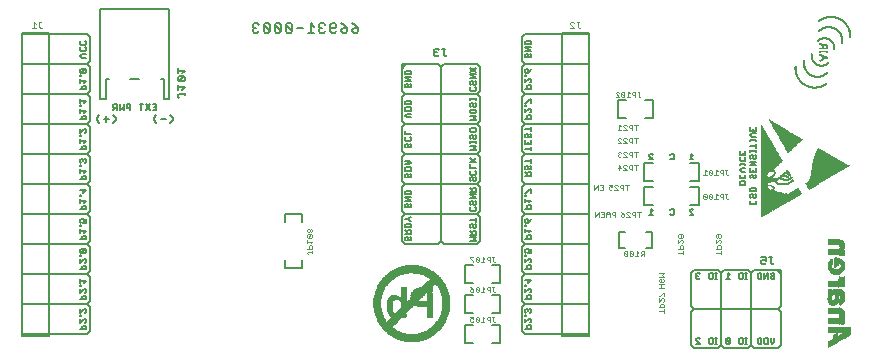
<source format=gbr>
G75*
G70*
%OFA0B0*%
%FSLAX24Y24*%
%IPPOS*%
%LPD*%
%AMOC8*
5,1,8,0,0,1.08239X$1,22.5*
%
%ADD10C,0.0040*%
%ADD11C,0.0050*%
%ADD12C,0.0080*%
%ADD13C,0.0070*%
%ADD14R,0.0160X0.0010*%
%ADD15R,0.0380X0.0010*%
%ADD16R,0.0540X0.0010*%
%ADD17R,0.0640X0.0010*%
%ADD18R,0.0700X0.0010*%
%ADD19R,0.0760X0.0010*%
%ADD20R,0.0810X0.0010*%
%ADD21R,0.0870X0.0010*%
%ADD22R,0.0930X0.0010*%
%ADD23R,0.0970X0.0010*%
%ADD24R,0.1010X0.0010*%
%ADD25R,0.1070X0.0010*%
%ADD26R,0.1110X0.0010*%
%ADD27R,0.1150X0.0010*%
%ADD28R,0.1190X0.0010*%
%ADD29R,0.1230X0.0010*%
%ADD30R,0.1270X0.0010*%
%ADD31R,0.1300X0.0010*%
%ADD32R,0.1330X0.0010*%
%ADD33R,0.1360X0.0010*%
%ADD34R,0.1400X0.0010*%
%ADD35R,0.1440X0.0010*%
%ADD36R,0.1460X0.0010*%
%ADD37R,0.1480X0.0010*%
%ADD38R,0.1510X0.0010*%
%ADD39R,0.0620X0.0010*%
%ADD40R,0.0610X0.0010*%
%ADD41R,0.0590X0.0010*%
%ADD42R,0.0580X0.0010*%
%ADD43R,0.0560X0.0010*%
%ADD44R,0.0510X0.0010*%
%ADD45R,0.0520X0.0010*%
%ADD46R,0.0500X0.0010*%
%ADD47R,0.0490X0.0010*%
%ADD48R,0.0470X0.0010*%
%ADD49R,0.0450X0.0010*%
%ADD50R,0.0440X0.0010*%
%ADD51R,0.0430X0.0010*%
%ADD52R,0.0420X0.0010*%
%ADD53R,0.0410X0.0010*%
%ADD54R,0.0400X0.0010*%
%ADD55R,0.0390X0.0010*%
%ADD56R,0.0370X0.0010*%
%ADD57R,0.0360X0.0010*%
%ADD58R,0.0350X0.0010*%
%ADD59R,0.0340X0.0010*%
%ADD60R,0.0330X0.0010*%
%ADD61R,0.0320X0.0010*%
%ADD62R,0.0310X0.0010*%
%ADD63R,0.0530X0.0010*%
%ADD64R,0.0550X0.0010*%
%ADD65R,0.0570X0.0010*%
%ADD66R,0.0300X0.0010*%
%ADD67R,0.0600X0.0010*%
%ADD68R,0.0630X0.0010*%
%ADD69R,0.0290X0.0010*%
%ADD70R,0.0280X0.0010*%
%ADD71R,0.0190X0.0010*%
%ADD72R,0.0270X0.0010*%
%ADD73R,0.0260X0.0010*%
%ADD74R,0.0240X0.0010*%
%ADD75R,0.0230X0.0010*%
%ADD76R,0.0210X0.0010*%
%ADD77R,0.0200X0.0010*%
%ADD78R,0.0180X0.0010*%
%ADD79R,0.0170X0.0010*%
%ADD80R,0.0250X0.0010*%
%ADD81R,0.1050X0.0010*%
%ADD82R,0.1060X0.0010*%
%ADD83R,0.0860X0.0010*%
%ADD84R,0.0850X0.0010*%
%ADD85R,0.0840X0.0010*%
%ADD86R,0.0220X0.0010*%
%ADD87R,0.0140X0.0010*%
%ADD88R,0.0050X0.0010*%
%ADD89R,0.0460X0.0010*%
%ADD90R,0.0480X0.0010*%
%ADD91R,0.0690X0.0010*%
%ADD92R,0.0680X0.0010*%
%ADD93R,0.0670X0.0010*%
%ADD94R,0.0660X0.0010*%
%ADD95R,0.0650X0.0010*%
%ADD96R,0.0710X0.0010*%
%ADD97R,0.1520X0.0010*%
%ADD98R,0.1030X0.0010*%
%ADD99R,0.0990X0.0010*%
%ADD100R,0.0950X0.0010*%
%ADD101R,0.0910X0.0010*%
%ADD102R,0.0790X0.0010*%
%ADD103R,0.0720X0.0010*%
%ADD104R,0.0150X0.0010*%
%ADD105R,0.0002X0.3086*%
%ADD106R,0.0002X0.3084*%
%ADD107R,0.0002X0.3078*%
%ADD108R,0.0002X0.3076*%
%ADD109R,0.0002X0.3070*%
%ADD110R,0.0002X0.3064*%
%ADD111R,0.0002X0.3060*%
%ADD112R,0.0002X0.3056*%
%ADD113R,0.0002X0.3052*%
%ADD114R,0.0002X0.3046*%
%ADD115R,0.0002X0.3044*%
%ADD116R,0.0002X0.3038*%
%ADD117R,0.0002X0.3032*%
%ADD118R,0.0002X0.3028*%
%ADD119R,0.0002X0.3024*%
%ADD120R,0.0002X0.3020*%
%ADD121R,0.0002X0.3014*%
%ADD122R,0.0002X0.3008*%
%ADD123R,0.0002X0.3006*%
%ADD124R,0.0002X0.3000*%
%ADD125R,0.0002X0.2996*%
%ADD126R,0.0002X0.2990*%
%ADD127R,0.0002X0.2988*%
%ADD128R,0.0002X0.2982*%
%ADD129R,0.0002X0.2976*%
%ADD130R,0.0002X0.2974*%
%ADD131R,0.0002X0.2968*%
%ADD132R,0.0002X0.2964*%
%ADD133R,0.0002X0.2958*%
%ADD134R,0.0002X0.2956*%
%ADD135R,0.0002X0.2950*%
%ADD136R,0.0002X0.2944*%
%ADD137R,0.0002X0.2940*%
%ADD138R,0.0002X0.2936*%
%ADD139R,0.0002X0.2932*%
%ADD140R,0.0002X0.2926*%
%ADD141R,0.0002X0.2922*%
%ADD142R,0.0002X0.2918*%
%ADD143R,0.0002X0.2912*%
%ADD144R,0.0002X0.2908*%
%ADD145R,0.0002X0.2904*%
%ADD146R,0.0002X0.2900*%
%ADD147R,0.0002X0.2894*%
%ADD148R,0.0002X0.2888*%
%ADD149R,0.0002X0.2886*%
%ADD150R,0.0002X0.2880*%
%ADD151R,0.0002X0.2876*%
%ADD152R,0.0002X0.2870*%
%ADD153R,0.0002X0.2868*%
%ADD154R,0.0002X0.2862*%
%ADD155R,0.0002X0.2856*%
%ADD156R,0.0002X0.2852*%
%ADD157R,0.0002X0.2848*%
%ADD158R,0.0002X0.2844*%
%ADD159R,0.0002X0.2838*%
%ADD160R,0.0002X0.2836*%
%ADD161R,0.0002X0.2830*%
%ADD162R,0.0002X0.2824*%
%ADD163R,0.0002X0.2820*%
%ADD164R,0.0002X0.2816*%
%ADD165R,0.0002X0.2812*%
%ADD166R,0.0002X0.2806*%
%ADD167R,0.0002X0.2802*%
%ADD168R,0.0002X0.2798*%
%ADD169R,0.0002X0.2792*%
%ADD170R,0.0002X0.2788*%
%ADD171R,0.0002X0.2784*%
%ADD172R,0.0002X0.2780*%
%ADD173R,0.0002X0.2774*%
%ADD174R,0.0002X0.2768*%
%ADD175R,0.0002X0.2766*%
%ADD176R,0.0002X0.2760*%
%ADD177R,0.0002X0.2756*%
%ADD178R,0.0002X0.2750*%
%ADD179R,0.0002X0.2748*%
%ADD180R,0.0002X0.2742*%
%ADD181R,0.0002X0.2736*%
%ADD182R,0.0002X0.2732*%
%ADD183R,0.0002X0.2728*%
%ADD184R,0.0002X0.2724*%
%ADD185R,0.0002X0.2718*%
%ADD186R,0.0002X0.2716*%
%ADD187R,0.0002X0.2710*%
%ADD188R,0.0002X0.2704*%
%ADD189R,0.0002X0.2700*%
%ADD190R,0.0002X0.2696*%
%ADD191R,0.0002X0.2692*%
%ADD192R,0.0002X0.1278*%
%ADD193R,0.0002X0.1404*%
%ADD194R,0.0002X0.1268*%
%ADD195R,0.0002X0.1388*%
%ADD196R,0.0002X0.1260*%
%ADD197R,0.0002X0.1380*%
%ADD198R,0.0002X0.1256*%
%ADD199R,0.0002X0.1372*%
%ADD200R,0.0002X0.1252*%
%ADD201R,0.0002X0.1364*%
%ADD202R,0.0002X0.1248*%
%ADD203R,0.0002X0.1356*%
%ADD204R,0.0002X0.1246*%
%ADD205R,0.0002X0.1350*%
%ADD206R,0.0002X0.1242*%
%ADD207R,0.0002X0.1344*%
%ADD208R,0.0002X0.0980*%
%ADD209R,0.0002X0.0252*%
%ADD210R,0.0002X0.1336*%
%ADD211R,0.0002X0.0976*%
%ADD212R,0.0002X0.0246*%
%ADD213R,0.0002X0.1332*%
%ADD214R,0.0002X0.0900*%
%ADD215R,0.0002X0.0056*%
%ADD216R,0.0002X0.0242*%
%ADD217R,0.0002X0.1324*%
%ADD218R,0.0002X0.0896*%
%ADD219R,0.0002X0.0048*%
%ADD220R,0.0002X0.0238*%
%ADD221R,0.0002X0.1318*%
%ADD222R,0.0002X0.0890*%
%ADD223R,0.0002X0.0044*%
%ADD224R,0.0002X0.0234*%
%ADD225R,0.0002X0.1310*%
%ADD226R,0.0002X0.0888*%
%ADD227R,0.0002X0.0040*%
%ADD228R,0.0002X0.0234*%
%ADD229R,0.0002X0.1306*%
%ADD230R,0.0002X0.0884*%
%ADD231R,0.0002X0.0038*%
%ADD232R,0.0002X0.0230*%
%ADD233R,0.0002X0.1300*%
%ADD234R,0.0002X0.0880*%
%ADD235R,0.0002X0.0036*%
%ADD236R,0.0002X0.0226*%
%ADD237R,0.0002X0.1294*%
%ADD238R,0.0002X0.0878*%
%ADD239R,0.0002X0.0224*%
%ADD240R,0.0002X0.1288*%
%ADD241R,0.0002X0.0874*%
%ADD242R,0.0002X0.0034*%
%ADD243R,0.0002X0.0220*%
%ADD244R,0.0002X0.1282*%
%ADD245R,0.0002X0.0872*%
%ADD246R,0.0002X0.0034*%
%ADD247R,0.0002X0.0218*%
%ADD248R,0.0002X0.1276*%
%ADD249R,0.0002X0.0868*%
%ADD250R,0.0002X0.0030*%
%ADD251R,0.0002X0.0216*%
%ADD252R,0.0002X0.1270*%
%ADD253R,0.0002X0.0866*%
%ADD254R,0.0002X0.0214*%
%ADD255R,0.0002X0.1264*%
%ADD256R,0.0002X0.0862*%
%ADD257R,0.0002X0.0212*%
%ADD258R,0.0002X0.1260*%
%ADD259R,0.0002X0.0860*%
%ADD260R,0.0002X0.0028*%
%ADD261R,0.0002X0.0208*%
%ADD262R,0.0002X0.1254*%
%ADD263R,0.0002X0.0858*%
%ADD264R,0.0002X0.0028*%
%ADD265R,0.0002X0.0208*%
%ADD266R,0.0002X0.0854*%
%ADD267R,0.0002X0.0204*%
%ADD268R,0.0002X0.1244*%
%ADD269R,0.0002X0.0852*%
%ADD270R,0.0002X0.0202*%
%ADD271R,0.0002X0.1238*%
%ADD272R,0.0002X0.0850*%
%ADD273R,0.0002X0.1232*%
%ADD274R,0.0002X0.0846*%
%ADD275R,0.0002X0.0026*%
%ADD276R,0.0002X0.0200*%
%ADD277R,0.0002X0.1226*%
%ADD278R,0.0002X0.0844*%
%ADD279R,0.0002X0.0026*%
%ADD280R,0.0002X0.0198*%
%ADD281R,0.0002X0.1222*%
%ADD282R,0.0002X0.0840*%
%ADD283R,0.0002X0.0196*%
%ADD284R,0.0002X0.1216*%
%ADD285R,0.0002X0.0024*%
%ADD286R,0.0002X0.0194*%
%ADD287R,0.0002X0.1210*%
%ADD288R,0.0002X0.0836*%
%ADD289R,0.0002X0.1204*%
%ADD290R,0.0002X0.0834*%
%ADD291R,0.0002X0.0024*%
%ADD292R,0.0002X0.0190*%
%ADD293R,0.0002X0.1200*%
%ADD294R,0.0002X0.0832*%
%ADD295R,0.0002X0.0024*%
%ADD296R,0.0002X0.0190*%
%ADD297R,0.0002X0.1194*%
%ADD298R,0.0002X0.0828*%
%ADD299R,0.0002X0.0188*%
%ADD300R,0.0002X0.1188*%
%ADD301R,0.0002X0.0826*%
%ADD302R,0.0002X0.1184*%
%ADD303R,0.0002X0.0824*%
%ADD304R,0.0002X0.0186*%
%ADD305R,0.0002X0.1178*%
%ADD306R,0.0002X0.0822*%
%ADD307R,0.0002X0.0022*%
%ADD308R,0.0002X0.0186*%
%ADD309R,0.0002X0.1172*%
%ADD310R,0.0002X0.0818*%
%ADD311R,0.0002X0.0184*%
%ADD312R,0.0002X0.1166*%
%ADD313R,0.0002X0.0816*%
%ADD314R,0.0002X0.1162*%
%ADD315R,0.0002X0.0814*%
%ADD316R,0.0002X0.0022*%
%ADD317R,0.0002X0.0182*%
%ADD318R,0.0002X0.1156*%
%ADD319R,0.0002X0.0810*%
%ADD320R,0.0002X0.1150*%
%ADD321R,0.0002X0.0808*%
%ADD322R,0.0002X0.0024*%
%ADD323R,0.0002X0.0180*%
%ADD324R,0.0002X0.1144*%
%ADD325R,0.0002X0.0806*%
%ADD326R,0.0002X0.0180*%
%ADD327R,0.0002X0.1142*%
%ADD328R,0.0002X0.0804*%
%ADD329R,0.0002X0.0178*%
%ADD330R,0.0002X0.1136*%
%ADD331R,0.0002X0.0800*%
%ADD332R,0.0002X0.1130*%
%ADD333R,0.0002X0.0176*%
%ADD334R,0.0002X0.1124*%
%ADD335R,0.0002X0.0796*%
%ADD336R,0.0002X0.0176*%
%ADD337R,0.0002X0.1120*%
%ADD338R,0.0002X0.0792*%
%ADD339R,0.0002X0.0022*%
%ADD340R,0.0002X0.0174*%
%ADD341R,0.0002X0.1116*%
%ADD342R,0.0002X0.1110*%
%ADD343R,0.0002X0.0788*%
%ADD344R,0.0002X0.1106*%
%ADD345R,0.0002X0.0786*%
%ADD346R,0.0002X0.0172*%
%ADD347R,0.0002X0.1100*%
%ADD348R,0.0002X0.0002*%
%ADD349R,0.0002X0.0784*%
%ADD350R,0.0002X0.0172*%
%ADD351R,0.0002X0.1096*%
%ADD352R,0.0002X0.0004*%
%ADD353R,0.0002X0.0780*%
%ADD354R,0.0002X0.1090*%
%ADD355R,0.0002X0.0008*%
%ADD356R,0.0002X0.1086*%
%ADD357R,0.0002X0.0010*%
%ADD358R,0.0002X0.0776*%
%ADD359R,0.0002X0.1082*%
%ADD360R,0.0002X0.0170*%
%ADD361R,0.0002X0.1076*%
%ADD362R,0.0002X0.0014*%
%ADD363R,0.0002X0.0772*%
%ADD364R,0.0002X0.1070*%
%ADD365R,0.0002X0.0016*%
%ADD366R,0.0002X0.0772*%
%ADD367R,0.0002X0.1068*%
%ADD368R,0.0002X0.0020*%
%ADD369R,0.0002X0.0768*%
%ADD370R,0.0002X0.1062*%
%ADD371R,0.0002X0.0764*%
%ADD372R,0.0002X0.1056*%
%ADD373R,0.0002X0.1052*%
%ADD374R,0.0002X0.0760*%
%ADD375R,0.0002X0.0124*%
%ADD376R,0.0002X0.0040*%
%ADD377R,0.0002X0.1048*%
%ADD378R,0.0002X0.0026*%
%ADD379R,0.0002X0.0760*%
%ADD380R,0.0002X0.0122*%
%ADD381R,0.0002X0.0036*%
%ADD382R,0.0002X0.1044*%
%ADD383R,0.0002X0.0756*%
%ADD384R,0.0002X0.1038*%
%ADD385R,0.0002X0.0032*%
%ADD386R,0.0002X0.0118*%
%ADD387R,0.0002X0.1036*%
%ADD388R,0.0002X0.0752*%
%ADD389R,0.0002X0.1030*%
%ADD390R,0.0002X0.0750*%
%ADD391R,0.0002X0.0118*%
%ADD392R,0.0002X0.1026*%
%ADD393R,0.0002X0.0038*%
%ADD394R,0.0002X0.0748*%
%ADD395R,0.0002X0.1022*%
%ADD396R,0.0002X0.0042*%
%ADD397R,0.0002X0.0746*%
%ADD398R,0.0002X0.0116*%
%ADD399R,0.0002X0.0034*%
%ADD400R,0.0002X0.1018*%
%ADD401R,0.0002X0.0044*%
%ADD402R,0.0002X0.0744*%
%ADD403R,0.0002X0.1014*%
%ADD404R,0.0002X0.0046*%
%ADD405R,0.0002X0.0742*%
%ADD406R,0.0002X0.1008*%
%ADD407R,0.0002X0.0742*%
%ADD408R,0.0002X0.0116*%
%ADD409R,0.0002X0.0032*%
%ADD410R,0.0002X0.1004*%
%ADD411R,0.0002X0.0052*%
%ADD412R,0.0002X0.0738*%
%ADD413R,0.0002X0.0114*%
%ADD414R,0.0002X0.1002*%
%ADD415R,0.0002X0.0054*%
%ADD416R,0.0002X0.0736*%
%ADD417R,0.0002X0.0026*%
%ADD418R,0.0002X0.0996*%
%ADD419R,0.0002X0.0734*%
%ADD420R,0.0002X0.0992*%
%ADD421R,0.0002X0.0058*%
%ADD422R,0.0002X0.0732*%
%ADD423R,0.0002X0.0988*%
%ADD424R,0.0002X0.0060*%
%ADD425R,0.0002X0.0730*%
%ADD426R,0.0002X0.0114*%
%ADD427R,0.0002X0.0984*%
%ADD428R,0.0002X0.0062*%
%ADD429R,0.0002X0.0728*%
%ADD430R,0.0002X0.0112*%
%ADD431R,0.0002X0.0064*%
%ADD432R,0.0002X0.0726*%
%ADD433R,0.0002X0.0976*%
%ADD434R,0.0002X0.0068*%
%ADD435R,0.0002X0.0724*%
%ADD436R,0.0002X0.0974*%
%ADD437R,0.0002X0.0070*%
%ADD438R,0.0002X0.0722*%
%ADD439R,0.0002X0.0968*%
%ADD440R,0.0002X0.0720*%
%ADD441R,0.0002X0.0112*%
%ADD442R,0.0002X0.0036*%
%ADD443R,0.0002X0.0964*%
%ADD444R,0.0002X0.0074*%
%ADD445R,0.0002X0.0718*%
%ADD446R,0.0002X0.0110*%
%ADD447R,0.0002X0.0960*%
%ADD448R,0.0002X0.0076*%
%ADD449R,0.0002X0.0958*%
%ADD450R,0.0002X0.0080*%
%ADD451R,0.0002X0.0714*%
%ADD452R,0.0002X0.0954*%
%ADD453R,0.0002X0.0712*%
%ADD454R,0.0002X0.0950*%
%ADD455R,0.0002X0.0084*%
%ADD456R,0.0002X0.0712*%
%ADD457R,0.0002X0.0110*%
%ADD458R,0.0002X0.0038*%
%ADD459R,0.0002X0.0946*%
%ADD460R,0.0002X0.0086*%
%ADD461R,0.0002X0.0710*%
%ADD462R,0.0002X0.0944*%
%ADD463R,0.0002X0.0088*%
%ADD464R,0.0002X0.0708*%
%ADD465R,0.0002X0.0108*%
%ADD466R,0.0002X0.0940*%
%ADD467R,0.0002X0.0090*%
%ADD468R,0.0002X0.0706*%
%ADD469R,0.0002X0.0934*%
%ADD470R,0.0002X0.0092*%
%ADD471R,0.0002X0.0028*%
%ADD472R,0.0002X0.0932*%
%ADD473R,0.0002X0.0096*%
%ADD474R,0.0002X0.0702*%
%ADD475R,0.0002X0.0028*%
%ADD476R,0.0002X0.0930*%
%ADD477R,0.0002X0.0096*%
%ADD478R,0.0002X0.0700*%
%ADD479R,0.0002X0.0926*%
%ADD480R,0.0002X0.0098*%
%ADD481R,0.0002X0.0922*%
%ADD482R,0.0002X0.0102*%
%ADD483R,0.0002X0.0698*%
%ADD484R,0.0002X0.0038*%
%ADD485R,0.0002X0.0920*%
%ADD486R,0.0002X0.0104*%
%ADD487R,0.0002X0.0916*%
%ADD488R,0.0002X0.0106*%
%ADD489R,0.0002X0.0696*%
%ADD490R,0.0002X0.0030*%
%ADD491R,0.0002X0.0912*%
%ADD492R,0.0002X0.0108*%
%ADD493R,0.0002X0.0696*%
%ADD494R,0.0002X0.0908*%
%ADD495R,0.0002X0.0692*%
%ADD496R,0.0002X0.0906*%
%ADD497R,0.0002X0.0690*%
%ADD498R,0.0002X0.0902*%
%ADD499R,0.0002X0.0032*%
%ADD500R,0.0002X0.0118*%
%ADD501R,0.0002X0.0688*%
%ADD502R,0.0002X0.0042*%
%ADD503R,0.0002X0.0896*%
%ADD504R,0.0002X0.0120*%
%ADD505R,0.0002X0.0894*%
%ADD506R,0.0002X0.0122*%
%ADD507R,0.0002X0.0688*%
%ADD508R,0.0002X0.0892*%
%ADD509R,0.0002X0.0124*%
%ADD510R,0.0002X0.0686*%
%ADD511R,0.0002X0.0128*%
%ADD512R,0.0002X0.0044*%
%ADD513R,0.0002X0.0886*%
%ADD514R,0.0002X0.0130*%
%ADD515R,0.0002X0.0684*%
%ADD516R,0.0002X0.0042*%
%ADD517R,0.0002X0.0884*%
%ADD518R,0.0002X0.0130*%
%ADD519R,0.0002X0.0686*%
%ADD520R,0.0002X0.0134*%
%ADD521R,0.0002X0.0042*%
%ADD522R,0.0002X0.0876*%
%ADD523R,0.0002X0.0136*%
%ADD524R,0.0002X0.0050*%
%ADD525R,0.0002X0.0140*%
%ADD526R,0.0002X0.0054*%
%ADD527R,0.0002X0.0694*%
%ADD528R,0.0002X0.0060*%
%ADD529R,0.0002X0.0142*%
%ADD530R,0.0002X0.0784*%
%ADD531R,0.0002X0.0046*%
%ADD532R,0.0002X0.0802*%
%ADD533R,0.0002X0.0146*%
%ADD534R,0.0002X0.0796*%
%ADD535R,0.0002X0.0148*%
%ADD536R,0.0002X0.0790*%
%ADD537R,0.0002X0.0150*%
%ADD538R,0.0002X0.0152*%
%ADD539R,0.0002X0.0774*%
%ADD540R,0.0002X0.0046*%
%ADD541R,0.0002X0.0044*%
%ADD542R,0.0002X0.0778*%
%ADD543R,0.0002X0.0156*%
%ADD544R,0.0002X0.0770*%
%ADD545R,0.0002X0.0774*%
%ADD546R,0.0002X0.0156*%
%ADD547R,0.0002X0.0048*%
%ADD548R,0.0002X0.0158*%
%ADD549R,0.0002X0.0766*%
%ADD550R,0.0002X0.0116*%
%ADD551R,0.0002X0.0762*%
%ADD552R,0.0002X0.0162*%
%ADD553R,0.0002X0.0164*%
%ADD554R,0.0002X0.0116*%
%ADD555R,0.0002X0.0048*%
%ADD556R,0.0002X0.0754*%
%ADD557R,0.0002X0.0166*%
%ADD558R,0.0002X0.0756*%
%ADD559R,0.0002X0.0168*%
%ADD560R,0.0002X0.0752*%
%ADD561R,0.0002X0.0056*%
%ADD562R,0.0002X0.0742*%
%ADD563R,0.0002X0.0748*%
%ADD564R,0.0002X0.0738*%
%ADD565R,0.0002X0.0174*%
%ADD566R,0.0002X0.0664*%
%ADD567R,0.0002X0.0052*%
%ADD568R,0.0002X0.0120*%
%ADD569R,0.0002X0.0660*%
%ADD570R,0.0002X0.0034*%
%ADD571R,0.0002X0.0726*%
%ADD572R,0.0002X0.0178*%
%ADD573R,0.0002X0.0656*%
%ADD574R,0.0002X0.0014*%
%ADD575R,0.0002X0.0052*%
%ADD576R,0.0002X0.0720*%
%ADD577R,0.0002X0.0652*%
%ADD578R,0.0002X0.0066*%
%ADD579R,0.0002X0.0648*%
%ADD580R,0.0002X0.0644*%
%ADD581R,0.0002X0.0074*%
%ADD582R,0.0002X0.0642*%
%ADD583R,0.0002X0.0122*%
%ADD584R,0.0002X0.0064*%
%ADD585R,0.0002X0.0080*%
%ADD586R,0.0002X0.0700*%
%ADD587R,0.0002X0.0638*%
%ADD588R,0.0002X0.0154*%
%ADD589R,0.0002X0.0634*%
%ADD590R,0.0002X0.0684*%
%ADD591R,0.0002X0.0632*%
%ADD592R,0.0002X0.0126*%
%ADD593R,0.0002X0.0682*%
%ADD594R,0.0002X0.0200*%
%ADD595R,0.0002X0.0628*%
%ADD596R,0.0002X0.0126*%
%ADD597R,0.0002X0.0138*%
%ADD598R,0.0002X0.0676*%
%ADD599R,0.0002X0.0626*%
%ADD600R,0.0002X0.0670*%
%ADD601R,0.0002X0.0202*%
%ADD602R,0.0002X0.0624*%
%ADD603R,0.0002X0.0128*%
%ADD604R,0.0002X0.0664*%
%ADD605R,0.0002X0.0206*%
%ADD606R,0.0002X0.0620*%
%ADD607R,0.0002X0.0660*%
%ADD608R,0.0002X0.0618*%
%ADD609R,0.0002X0.0654*%
%ADD610R,0.0002X0.0210*%
%ADD611R,0.0002X0.0616*%
%ADD612R,0.0002X0.0128*%
%ADD613R,0.0002X0.0650*%
%ADD614R,0.0002X0.0212*%
%ADD615R,0.0002X0.0614*%
%ADD616R,0.0002X0.0644*%
%ADD617R,0.0002X0.0216*%
%ADD618R,0.0002X0.0612*%
%ADD619R,0.0002X0.0640*%
%ADD620R,0.0002X0.0608*%
%ADD621R,0.0002X0.0084*%
%ADD622R,0.0002X0.0634*%
%ADD623R,0.0002X0.0132*%
%ADD624R,0.0002X0.0072*%
%ADD625R,0.0002X0.0628*%
%ADD626R,0.0002X0.0222*%
%ADD627R,0.0002X0.0604*%
%ADD628R,0.0002X0.0132*%
%ADD629R,0.0002X0.0056*%
%ADD630R,0.0002X0.0622*%
%ADD631R,0.0002X0.0224*%
%ADD632R,0.0002X0.0604*%
%ADD633R,0.0002X0.0600*%
%ADD634R,0.0002X0.0228*%
%ADD635R,0.0002X0.0596*%
%ADD636R,0.0002X0.0232*%
%ADD637R,0.0002X0.0594*%
%ADD638R,0.0002X0.0598*%
%ADD639R,0.0002X0.0592*%
%ADD640R,0.0002X0.0138*%
%ADD641R,0.0002X0.0590*%
%ADD642R,0.0002X0.0588*%
%ADD643R,0.0002X0.0240*%
%ADD644R,0.0002X0.0588*%
%ADD645R,0.0002X0.0584*%
%ADD646R,0.0002X0.0244*%
%ADD647R,0.0002X0.0586*%
%ADD648R,0.0002X0.0142*%
%ADD649R,0.0002X0.0578*%
%ADD650R,0.0002X0.0582*%
%ADD651R,0.0002X0.0572*%
%ADD652R,0.0002X0.0246*%
%ADD653R,0.0002X0.0582*%
%ADD654R,0.0002X0.0566*%
%ADD655R,0.0002X0.0250*%
%ADD656R,0.0002X0.0580*%
%ADD657R,0.0002X0.0144*%
%ADD658R,0.0002X0.0562*%
%ADD659R,0.0002X0.0578*%
%ADD660R,0.0002X0.0556*%
%ADD661R,0.0002X0.0254*%
%ADD662R,0.0002X0.0576*%
%ADD663R,0.0002X0.0552*%
%ADD664R,0.0002X0.0256*%
%ADD665R,0.0002X0.0574*%
%ADD666R,0.0002X0.0146*%
%ADD667R,0.0002X0.0548*%
%ADD668R,0.0002X0.0260*%
%ADD669R,0.0002X0.0572*%
%ADD670R,0.0002X0.0148*%
%ADD671R,0.0002X0.0542*%
%ADD672R,0.0002X0.0260*%
%ADD673R,0.0002X0.0570*%
%ADD674R,0.0002X0.0536*%
%ADD675R,0.0002X0.0262*%
%ADD676R,0.0002X0.0568*%
%ADD677R,0.0002X0.0530*%
%ADD678R,0.0002X0.0266*%
%ADD679R,0.0002X0.0154*%
%ADD680R,0.0002X0.0526*%
%ADD681R,0.0002X0.0268*%
%ADD682R,0.0002X0.0566*%
%ADD683R,0.0002X0.0154*%
%ADD684R,0.0002X0.0520*%
%ADD685R,0.0002X0.0270*%
%ADD686R,0.0002X0.0516*%
%ADD687R,0.0002X0.0272*%
%ADD688R,0.0002X0.0510*%
%ADD689R,0.0002X0.0276*%
%ADD690R,0.0002X0.0560*%
%ADD691R,0.0002X0.0160*%
%ADD692R,0.0002X0.0506*%
%ADD693R,0.0002X0.0278*%
%ADD694R,0.0002X0.0556*%
%ADD695R,0.0002X0.0500*%
%ADD696R,0.0002X0.0556*%
%ADD697R,0.0002X0.0162*%
%ADD698R,0.0002X0.0494*%
%ADD699R,0.0002X0.0282*%
%ADD700R,0.0002X0.0554*%
%ADD701R,0.0002X0.0166*%
%ADD702R,0.0002X0.0488*%
%ADD703R,0.0002X0.0284*%
%ADD704R,0.0002X0.0168*%
%ADD705R,0.0002X0.0484*%
%ADD706R,0.0002X0.0286*%
%ADD707R,0.0002X0.0550*%
%ADD708R,0.0002X0.0108*%
%ADD709R,0.0002X0.0480*%
%ADD710R,0.0002X0.0288*%
%ADD711R,0.0002X0.0548*%
%ADD712R,0.0002X0.0474*%
%ADD713R,0.0002X0.0292*%
%ADD714R,0.0002X0.0548*%
%ADD715R,0.0002X0.0046*%
%ADD716R,0.0002X0.0100*%
%ADD717R,0.0002X0.0470*%
%ADD718R,0.0002X0.0294*%
%ADD719R,0.0002X0.0544*%
%ADD720R,0.0002X0.0464*%
%ADD721R,0.0002X0.0294*%
%ADD722R,0.0002X0.0458*%
%ADD723R,0.0002X0.0298*%
%ADD724R,0.0002X0.0452*%
%ADD725R,0.0002X0.0300*%
%ADD726R,0.0002X0.0540*%
%ADD727R,0.0002X0.0448*%
%ADD728R,0.0002X0.0304*%
%ADD729R,0.0002X0.0538*%
%ADD730R,0.0002X0.0086*%
%ADD731R,0.0002X0.0442*%
%ADD732R,0.0002X0.0304*%
%ADD733R,0.0002X0.0436*%
%ADD734R,0.0002X0.0306*%
%ADD735R,0.0002X0.0432*%
%ADD736R,0.0002X0.0310*%
%ADD737R,0.0002X0.0532*%
%ADD738R,0.0002X0.0428*%
%ADD739R,0.0002X0.0312*%
%ADD740R,0.0002X0.0078*%
%ADD741R,0.0002X0.0422*%
%ADD742R,0.0002X0.0314*%
%ADD743R,0.0002X0.0530*%
%ADD744R,0.0002X0.0078*%
%ADD745R,0.0002X0.0416*%
%ADD746R,0.0002X0.0316*%
%ADD747R,0.0002X0.0528*%
%ADD748R,0.0002X0.0410*%
%ADD749R,0.0002X0.0320*%
%ADD750R,0.0002X0.0526*%
%ADD751R,0.0002X0.0406*%
%ADD752R,0.0002X0.0524*%
%ADD753R,0.0002X0.0400*%
%ADD754R,0.0002X0.0322*%
%ADD755R,0.0002X0.0394*%
%ADD756R,0.0002X0.0326*%
%ADD757R,0.0002X0.0056*%
%ADD758R,0.0002X0.0072*%
%ADD759R,0.0002X0.0390*%
%ADD760R,0.0002X0.0328*%
%ADD761R,0.0002X0.0520*%
%ADD762R,0.0002X0.0058*%
%ADD763R,0.0002X0.0384*%
%ADD764R,0.0002X0.0330*%
%ADD765R,0.0002X0.0518*%
%ADD766R,0.0002X0.0378*%
%ADD767R,0.0002X0.0332*%
%ADD768R,0.0002X0.0374*%
%ADD769R,0.0002X0.0336*%
%ADD770R,0.0002X0.0514*%
%ADD771R,0.0002X0.0370*%
%ADD772R,0.0002X0.0338*%
%ADD773R,0.0002X0.0512*%
%ADD774R,0.0002X0.0068*%
%ADD775R,0.0002X0.0364*%
%ADD776R,0.0002X0.0338*%
%ADD777R,0.0002X0.0512*%
%ADD778R,0.0002X0.0358*%
%ADD779R,0.0002X0.0342*%
%ADD780R,0.0002X0.0062*%
%ADD781R,0.0002X0.0352*%
%ADD782R,0.0002X0.0344*%
%ADD783R,0.0002X0.0348*%
%ADD784R,0.0002X0.0348*%
%ADD785R,0.0002X0.0504*%
%ADD786R,0.0002X0.0336*%
%ADD787R,0.0002X0.0352*%
%ADD788R,0.0002X0.0504*%
%ADD789R,0.0002X0.0066*%
%ADD790R,0.0002X0.0354*%
%ADD791R,0.0002X0.0502*%
%ADD792R,0.0002X0.0068*%
%ADD793R,0.0002X0.0326*%
%ADD794R,0.0002X0.0498*%
%ADD795R,0.0002X0.0360*%
%ADD796R,0.0002X0.0498*%
%ADD797R,0.0002X0.0058*%
%ADD798R,0.0002X0.0066*%
%ADD799R,0.0002X0.0310*%
%ADD800R,0.0002X0.0496*%
%ADD801R,0.0002X0.0364*%
%ADD802R,0.0002X0.0492*%
%ADD803R,0.0002X0.0298*%
%ADD804R,0.0002X0.0366*%
%ADD805R,0.0002X0.0490*%
%ADD806R,0.0002X0.0288*%
%ADD807R,0.0002X0.0372*%
%ADD808R,0.0002X0.0490*%
%ADD809R,0.0002X0.0054*%
%ADD810R,0.0002X0.0374*%
%ADD811R,0.0002X0.0486*%
%ADD812R,0.0002X0.0276*%
%ADD813R,0.0002X0.0376*%
%ADD814R,0.0002X0.0270*%
%ADD815R,0.0002X0.0380*%
%ADD816R,0.0002X0.0484*%
%ADD817R,0.0002X0.0266*%
%ADD818R,0.0002X0.0382*%
%ADD819R,0.0002X0.0482*%
%ADD820R,0.0002X0.0382*%
%ADD821R,0.0002X0.0482*%
%ADD822R,0.0002X0.0254*%
%ADD823R,0.0002X0.0386*%
%ADD824R,0.0002X0.0478*%
%ADD825R,0.0002X0.0388*%
%ADD826R,0.0002X0.0244*%
%ADD827R,0.0002X0.0390*%
%ADD828R,0.0002X0.0476*%
%ADD829R,0.0002X0.0392*%
%ADD830R,0.0002X0.0396*%
%ADD831R,0.0002X0.0472*%
%ADD832R,0.0002X0.0074*%
%ADD833R,0.0002X0.0228*%
%ADD834R,0.0002X0.0398*%
%ADD835R,0.0002X0.0470*%
%ADD836R,0.0002X0.0222*%
%ADD837R,0.0002X0.0398*%
%ADD838R,0.0002X0.0402*%
%ADD839R,0.0002X0.0468*%
%ADD840R,0.0002X0.0404*%
%ADD841R,0.0002X0.0408*%
%ADD842R,0.0002X0.0464*%
%ADD843R,0.0002X0.0050*%
%ADD844R,0.0002X0.0408*%
%ADD845R,0.0002X0.0462*%
%ADD846R,0.0002X0.0194*%
%ADD847R,0.0002X0.0082*%
%ADD848R,0.0002X0.0188*%
%ADD849R,0.0002X0.0414*%
%ADD850R,0.0002X0.0460*%
%ADD851R,0.0002X0.0184*%
%ADD852R,0.0002X0.0086*%
%ADD853R,0.0002X0.0418*%
%ADD854R,0.0002X0.0456*%
%ADD855R,0.0002X0.0088*%
%ADD856R,0.0002X0.0420*%
%ADD857R,0.0002X0.0456*%
%ADD858R,0.0002X0.0088*%
%ADD859R,0.0002X0.0424*%
%ADD860R,0.0002X0.0454*%
%ADD861R,0.0002X0.0452*%
%ADD862R,0.0002X0.0092*%
%ADD863R,0.0002X0.0426*%
%ADD864R,0.0002X0.0450*%
%ADD865R,0.0002X0.0094*%
%ADD866R,0.0002X0.0430*%
%ADD867R,0.0002X0.0448*%
%ADD868R,0.0002X0.0094*%
%ADD869R,0.0002X0.0144*%
%ADD870R,0.0002X0.0432*%
%ADD871R,0.0002X0.0448*%
%ADD872R,0.0002X0.0096*%
%ADD873R,0.0002X0.0138*%
%ADD874R,0.0002X0.0434*%
%ADD875R,0.0002X0.0446*%
%ADD876R,0.0002X0.0436*%
%ADD877R,0.0002X0.0100*%
%ADD878R,0.0002X0.0126*%
%ADD879R,0.0002X0.0440*%
%ADD880R,0.0002X0.0442*%
%ADD881R,0.0002X0.0102*%
%ADD882R,0.0002X0.0440*%
%ADD883R,0.0002X0.0104*%
%ADD884R,0.0002X0.0442*%
%ADD885R,0.0002X0.0446*%
%ADD886R,0.0002X0.0438*%
%ADD887R,0.0002X0.0112*%
%ADD888R,0.0002X0.0456*%
%ADD889R,0.0002X0.0114*%
%ADD890R,0.0002X0.0082*%
%ADD891R,0.0002X0.0426*%
%ADD892R,0.0002X0.0464*%
%ADD893R,0.0002X0.0426*%
%ADD894R,0.0002X0.0058*%
%ADD895R,0.0002X0.0468*%
%ADD896R,0.0002X0.0468*%
%ADD897R,0.0002X0.0420*%
%ADD898R,0.0002X0.0474*%
%ADD899R,0.0002X0.0476*%
%ADD900R,0.0002X0.0418*%
%ADD901R,0.0002X0.0070*%
%ADD902R,0.0002X0.0478*%
%ADD903R,0.0002X0.0416*%
%ADD904R,0.0002X0.0016*%
%ADD905R,0.0002X0.0412*%
%ADD906R,0.0002X0.0004*%
%ADD907R,0.0002X0.0410*%
%ADD908R,0.0002X0.0036*%
%ADD909R,0.0002X0.0492*%
%ADD910R,0.0002X0.0072*%
%ADD911R,0.0002X0.0494*%
%ADD912R,0.0002X0.0404*%
%ADD913R,0.0002X0.0074*%
%ADD914R,0.0002X0.0402*%
%ADD915R,0.0002X0.0076*%
%ADD916R,0.0002X0.0502*%
%ADD917R,0.0002X0.0078*%
%ADD918R,0.0002X0.0502*%
%ADD919R,0.0002X0.0396*%
%ADD920R,0.0002X0.0508*%
%ADD921R,0.0002X0.0392*%
%ADD922R,0.0002X0.0084*%
%ADD923R,0.0002X0.0086*%
%ADD924R,0.0002X0.0516*%
%ADD925R,0.0002X0.0518*%
%ADD926R,0.0002X0.0388*%
%ADD927R,0.0002X0.0522*%
%ADD928R,0.0002X0.0384*%
%ADD929R,0.0002X0.0090*%
%ADD930R,0.0002X0.0524*%
%ADD931R,0.0002X0.0384*%
%ADD932R,0.0002X0.0094*%
%ADD933R,0.0002X0.0528*%
%ADD934R,0.0002X0.0378*%
%ADD935R,0.0002X0.0534*%
%ADD936R,0.0002X0.0376*%
%ADD937R,0.0002X0.0098*%
%ADD938R,0.0002X0.0536*%
%ADD939R,0.0002X0.0376*%
%ADD940R,0.0002X0.0538*%
%ADD941R,0.0002X0.0544*%
%ADD942R,0.0002X0.0368*%
%ADD943R,0.0002X0.0108*%
%ADD944R,0.0002X0.0546*%
%ADD945R,0.0002X0.0368*%
%ADD946R,0.0002X0.0364*%
%ADD947R,0.0002X0.0554*%
%ADD948R,0.0002X0.0362*%
%ADD949R,0.0002X0.0362*%
%ADD950R,0.0002X0.0118*%
%ADD951R,0.0002X0.0560*%
%ADD952R,0.0002X0.0356*%
%ADD953R,0.0002X0.0562*%
%ADD954R,0.0002X0.0354*%
%ADD955R,0.0002X0.0568*%
%ADD956R,0.0002X0.0352*%
%ADD957R,0.0002X0.0064*%
%ADD958R,0.0002X0.0128*%
%ADD959R,0.0002X0.0350*%
%ADD960R,0.0002X0.0064*%
%ADD961R,0.0002X0.0574*%
%ADD962R,0.0002X0.0344*%
%ADD963R,0.0002X0.0344*%
%ADD964R,0.0002X0.0582*%
%ADD965R,0.0002X0.0584*%
%ADD966R,0.0002X0.0336*%
%ADD967R,0.0002X0.0334*%
%ADD968R,0.0002X0.0596*%
%ADD969R,0.0002X0.0598*%
%ADD970R,0.0002X0.0062*%
%ADD971R,0.0002X0.0328*%
%ADD972R,0.0002X0.0606*%
%ADD973R,0.0002X0.0324*%
%ADD974R,0.0002X0.0606*%
%ADD975R,0.0002X0.0610*%
%ADD976R,0.0002X0.0322*%
%ADD977R,0.0002X0.0318*%
%ADD978R,0.0002X0.0616*%
%ADD979R,0.0002X0.0318*%
%ADD980R,0.0002X0.0316*%
%ADD981R,0.0002X0.0622*%
%ADD982R,0.0002X0.0314*%
%ADD983R,0.0002X0.0076*%
%ADD984R,0.0002X0.0622*%
%ADD985R,0.0002X0.0628*%
%ADD986R,0.0002X0.0308*%
%ADD987R,0.0002X0.0304*%
%ADD988R,0.0002X0.0638*%
%ADD989R,0.0002X0.0302*%
%ADD990R,0.0002X0.0640*%
%ADD991R,0.0002X0.0302*%
%ADD992R,0.0002X0.0642*%
%ADD993R,0.0002X0.0296*%
%ADD994R,0.0002X0.0648*%
%ADD995R,0.0002X0.0290*%
%ADD996R,0.0002X0.0658*%
%ADD997R,0.0002X0.0288*%
%ADD998R,0.0002X0.0054*%
%ADD999R,0.0002X0.0664*%
%ADD1000R,0.0002X0.0666*%
%ADD1001R,0.0002X0.0666*%
%ADD1002R,0.0002X0.0282*%
%ADD1003R,0.0002X0.0280*%
%ADD1004R,0.0002X0.0672*%
%ADD1005R,0.0002X0.0280*%
%ADD1006R,0.0002X0.0674*%
%ADD1007R,0.0002X0.0676*%
%ADD1008R,0.0002X0.0680*%
%ADD1009R,0.0002X0.0682*%
%ADD1010R,0.0002X0.0272*%
%ADD1011R,0.0002X0.0686*%
%ADD1012R,0.0002X0.0688*%
%ADD1013R,0.0002X0.0142*%
%ADD1014R,0.0002X0.0694*%
%ADD1015R,0.0002X0.0266*%
%ADD1016R,0.0002X0.0698*%
%ADD1017R,0.0002X0.0264*%
%ADD1018R,0.0002X0.0702*%
%ADD1019R,0.0002X0.0262*%
%ADD1020R,0.0002X0.0704*%
%ADD1021R,0.0002X0.0124*%
%ADD1022R,0.0002X0.0258*%
%ADD1023R,0.0002X0.0708*%
%ADD1024R,0.0002X0.0256*%
%ADD1025R,0.0002X0.0716*%
%ADD1026R,0.0002X0.0252*%
%ADD1027R,0.0002X0.0098*%
%ADD1028R,0.0002X0.0248*%
%ADD1029R,0.0002X0.0718*%
%ADD1030R,0.0002X0.0072*%
%ADD1031R,0.0002X0.0714*%
%ADD1032R,0.0002X0.0248*%
%ADD1033R,0.0002X0.0246*%
%ADD1034R,0.0002X0.0242*%
%ADD1035R,0.0002X0.0238*%
%ADD1036R,0.0002X0.0680*%
%ADD1037R,0.0002X0.0678*%
%ADD1038R,0.0002X0.0674*%
%ADD1039R,0.0002X0.0016*%
%ADD1040R,0.0002X0.0236*%
%ADD1041R,0.0002X0.0668*%
%ADD1042R,0.0002X0.0010*%
%ADD1043R,0.0002X0.0666*%
%ADD1044R,0.0002X0.0662*%
%ADD1045R,0.0002X0.0006*%
%ADD1046R,0.0002X0.0236*%
%ADD1047R,0.0002X0.0656*%
%ADD1048R,0.0002X0.0236*%
%ADD1049R,0.0002X0.0646*%
%ADD1050R,0.0002X0.0234*%
%ADD1051R,0.0002X0.0636*%
%ADD1052R,0.0002X0.0236*%
%ADD1053R,0.0002X0.0634*%
%ADD1054R,0.0002X0.0630*%
%ADD1055R,0.0002X0.0624*%
%ADD1056R,0.0002X0.0618*%
%ADD1057R,0.0002X0.0614*%
%ADD1058R,0.0002X0.0608*%
%ADD1059R,0.0002X0.0022*%
%ADD1060R,0.0002X0.0604*%
%ADD1061R,0.0002X0.0594*%
%ADD1062R,0.0002X0.0012*%
%ADD1063R,0.0002X0.0588*%
%ADD1064R,0.0002X0.0012*%
%ADD1065R,0.0002X0.0582*%
%ADD1066R,0.0002X0.0238*%
%ADD1067R,0.0002X0.0076*%
%ADD1068R,0.0002X0.0564*%
%ADD1069R,0.0002X0.0556*%
%ADD1070R,0.0002X0.0548*%
%ADD1071R,0.0002X0.0546*%
%ADD1072R,0.0002X0.0240*%
%ADD1073R,0.0002X0.0082*%
%ADD1074R,0.0002X0.0542*%
%ADD1075R,0.0002X0.0018*%
%ADD1076R,0.0002X0.0534*%
%ADD1077R,0.0002X0.0242*%
%ADD1078R,0.0002X0.0528*%
%ADD1079R,0.0002X0.0524*%
%ADD1080R,0.0002X0.0006*%
%ADD1081R,0.0002X0.0514*%
%ADD1082R,0.0002X0.0508*%
%ADD1083R,0.0002X0.0242*%
%ADD1084R,0.0002X0.0482*%
%ADD1085R,0.0002X0.0478*%
%ADD1086R,0.0002X0.0472*%
%ADD1087R,0.0002X0.0466*%
%ADD1088R,0.0002X0.0244*%
%ADD1089R,0.0002X0.0452*%
%ADD1090R,0.0002X0.0002*%
%ADD1091R,0.0002X0.0244*%
%ADD1092R,0.0002X0.0436*%
%ADD1093R,0.0002X0.0434*%
%ADD1094R,0.0002X0.0424*%
%ADD1095R,0.0002X0.0422*%
%ADD1096R,0.0002X0.0406*%
%ADD1097R,0.0002X0.0398*%
%ADD1098R,0.0002X0.0394*%
%ADD1099R,0.0002X0.0386*%
%ADD1100R,0.0002X0.0246*%
%ADD1101R,0.0002X0.0378*%
%ADD1102R,0.0002X0.0352*%
%ADD1103R,0.0002X0.0348*%
%ADD1104R,0.0002X0.0336*%
%ADD1105R,0.0002X0.0332*%
%ADD1106R,0.0002X0.0328*%
%ADD1107R,0.0002X0.0316*%
%ADD1108R,0.0002X0.0308*%
%ADD1109R,0.0002X0.0306*%
%ADD1110R,0.0002X0.0302*%
%ADD1111R,0.0002X0.0296*%
%ADD1112R,0.0002X0.0286*%
%ADD1113R,0.0002X0.0284*%
%ADD1114R,0.0002X0.0274*%
%ADD1115R,0.0002X0.0248*%
%ADD1116R,0.0002X0.0254*%
%ADD1117R,0.0002X0.0228*%
%ADD1118R,0.0002X0.0226*%
%ADD1119R,0.0002X0.0220*%
%ADD1120R,0.0002X0.0230*%
%ADD1121R,0.0002X0.0208*%
%ADD1122R,0.0002X0.0214*%
%ADD1123R,0.0002X0.0212*%
%ADD1124R,0.0002X0.0206*%
%ADD1125R,0.0002X0.0196*%
%ADD1126R,0.0002X0.0192*%
%ADD1127R,0.0002X0.0186*%
%ADD1128R,0.0002X0.0182*%
%ADD1129R,0.0002X0.0160*%
%ADD1130R,0.0002X0.0164*%
%ADD1131R,0.0002X0.0146*%
%ADD1132R,0.0002X0.0156*%
%ADD1133R,0.0002X0.0136*%
%ADD1134R,0.0002X0.0150*%
%ADD1135R,0.0002X0.0114*%
%ADD1136R,0.0002X0.0136*%
%ADD1137R,0.0002X0.0104*%
%ADD1138R,0.0002X0.0092*%
%ADD1139R,0.0002X0.0106*%
%ADD1140R,0.0002X0.0068*%
%ADD1141R,0.0002X0.0104*%
%ADD1142R,0.0002X0.0004*%
%ADD1143R,0.0002X0.0096*%
%ADD1144R,0.0002X0.0136*%
%ADD1145R,0.0002X0.0166*%
%ADD1146R,0.0002X0.0172*%
%ADD1147R,0.0002X0.0198*%
%ADD1148R,0.0002X0.0204*%
%ADD1149R,0.0002X0.0256*%
%ADD1150R,0.0002X0.0282*%
%ADD1151R,0.0002X0.0286*%
%ADD1152R,0.0002X0.0294*%
%ADD1153R,0.0002X0.0322*%
%ADD1154R,0.0002X0.0358*%
%ADD1155R,0.0002X0.0366*%
%ADD1156R,0.0002X0.0382*%
%ADD1157R,0.0002X0.0414*%
%ADD1158R,0.0002X0.0442*%
%ADD1159R,0.0002X0.0452*%
%ADD1160R,0.0002X0.0562*%
%ADD1161R,0.0002X0.0604*%
%ADD1162R,0.0002X0.0632*%
%ADD1163R,0.0002X0.0750*%
%ADD1164R,0.0002X0.0774*%
%ADD1165R,0.0002X0.0784*%
%ADD1166R,0.0002X0.0804*%
%ADD1167R,0.0002X0.0816*%
%ADD1168R,0.0002X0.0824*%
%ADD1169R,0.0002X0.0834*%
%ADD1170R,0.0002X0.0852*%
%ADD1171R,0.0002X0.0862*%
%ADD1172R,0.0002X0.0868*%
%ADD1173R,0.0002X0.0876*%
%ADD1174R,0.0002X0.0900*%
%ADD1175R,0.0002X0.0914*%
%ADD1176R,0.0002X0.0926*%
%ADD1177R,0.0002X0.0934*%
%ADD1178R,0.0002X0.0946*%
%ADD1179R,0.0002X0.0952*%
%ADD1180R,0.0002X0.0964*%
%ADD1181R,0.0002X0.0986*%
%ADD1182R,0.0002X0.0990*%
%ADD1183R,0.0002X0.1000*%
%ADD1184R,0.0002X0.1004*%
%ADD1185R,0.0002X0.1010*%
%ADD1186R,0.0002X0.1014*%
%ADD1187R,0.0002X0.1020*%
%ADD1188R,0.0002X0.1024*%
%ADD1189R,0.0002X0.1026*%
%ADD1190R,0.0002X0.1032*%
%ADD1191R,0.0002X0.1036*%
%ADD1192R,0.0002X0.1040*%
%ADD1193R,0.0002X0.1044*%
%ADD1194R,0.0002X0.1050*%
%ADD1195R,0.0002X0.1056*%
%ADD1196R,0.0002X0.1060*%
%ADD1197R,0.0002X0.1070*%
%ADD1198R,0.0002X0.1074*%
%ADD1199R,0.0002X0.1078*%
%ADD1200R,0.0002X0.1080*%
%ADD1201R,0.0002X0.1084*%
%ADD1202R,0.0002X0.1092*%
%ADD1203R,0.0002X0.1094*%
%ADD1204R,0.0002X0.1098*%
%ADD1205R,0.0002X0.1102*%
%ADD1206R,0.0002X0.1106*%
%ADD1207R,0.0002X0.1108*%
%ADD1208R,0.0002X0.1112*%
%ADD1209R,0.0002X0.1114*%
%ADD1210R,0.0002X0.1122*%
%ADD1211R,0.0002X0.1126*%
%ADD1212R,0.0002X0.1128*%
%ADD1213R,0.0002X0.1132*%
%ADD1214R,0.0002X0.1134*%
%ADD1215R,0.0002X0.1138*%
%ADD1216R,0.0002X0.1140*%
%ADD1217R,0.0002X0.1148*%
%ADD1218R,0.0002X0.1154*%
%ADD1219R,0.0002X0.1156*%
%ADD1220R,0.0002X0.1158*%
%ADD1221R,0.0002X0.1160*%
%ADD1222R,0.0002X0.1164*%
%ADD1223R,0.0002X0.1166*%
%ADD1224R,0.0002X0.1168*%
%ADD1225R,0.0002X0.1170*%
%ADD1226R,0.0002X0.1172*%
%ADD1227R,0.0002X0.1174*%
%ADD1228R,0.0002X0.1176*%
%ADD1229R,0.0002X0.1178*%
%ADD1230R,0.0002X0.1180*%
%ADD1231R,0.0002X0.1182*%
%ADD1232R,0.0002X0.1182*%
%ADD1233R,0.0002X0.1176*%
%ADD1234R,0.0002X0.1172*%
%ADD1235R,0.0002X0.1170*%
%ADD1236R,0.0002X0.1164*%
%ADD1237R,0.0002X0.1160*%
%ADD1238R,0.0002X0.1156*%
%ADD1239R,0.0002X0.1154*%
%ADD1240R,0.0002X0.1152*%
%ADD1241R,0.0002X0.1148*%
%ADD1242R,0.0002X0.1144*%
%ADD1243R,0.0002X0.1138*%
%ADD1244R,0.0002X0.1136*%
%ADD1245R,0.0002X0.1132*%
%ADD1246R,0.0002X0.1124*%
%ADD1247R,0.0002X0.1120*%
%ADD1248R,0.0002X0.1112*%
%ADD1249R,0.0002X0.1104*%
%ADD1250R,0.0002X0.1100*%
%ADD1251R,0.0002X0.1096*%
%ADD1252R,0.0002X0.1092*%
%ADD1253R,0.0002X0.1088*%
%ADD1254R,0.0002X0.1088*%
%ADD1255R,0.0002X0.1078*%
%ADD1256R,0.0002X0.1072*%
%ADD1257R,0.0002X0.1066*%
%ADD1258R,0.0002X0.1064*%
%ADD1259R,0.0002X0.1056*%
%ADD1260R,0.0002X0.1052*%
%ADD1261R,0.0002X0.1048*%
%ADD1262R,0.0002X0.1046*%
%ADD1263R,0.0002X0.1044*%
%ADD1264R,0.0002X0.1034*%
%ADD1265R,0.0002X0.1032*%
%ADD1266R,0.0002X0.1028*%
%ADD1267R,0.0002X0.1024*%
%ADD1268R,0.0002X0.1020*%
%ADD1269R,0.0002X0.1016*%
%ADD1270R,0.0002X0.1012*%
%ADD1271R,0.0002X0.1008*%
%ADD1272R,0.0002X0.1006*%
%ADD1273R,0.0002X0.1002*%
%ADD1274R,0.0002X0.0996*%
%ADD1275R,0.0002X0.0990*%
%ADD1276R,0.0002X0.0988*%
%ADD1277R,0.0002X0.0986*%
%ADD1278R,0.0002X0.0984*%
%ADD1279R,0.0002X0.0974*%
%ADD1280R,0.0002X0.0972*%
%ADD1281R,0.0002X0.0964*%
%ADD1282R,0.0002X0.0956*%
%ADD1283R,0.0002X0.0952*%
%ADD1284R,0.0002X0.0948*%
%ADD1285R,0.0002X0.0944*%
%ADD1286R,0.0002X0.0942*%
%ADD1287R,0.0002X0.0940*%
%ADD1288R,0.0002X0.0936*%
%ADD1289R,0.0002X0.0930*%
%ADD1290R,0.0002X0.0928*%
%ADD1291R,0.0002X0.0924*%
%ADD1292R,0.0002X0.0916*%
%ADD1293R,0.0002X0.0914*%
%ADD1294R,0.0002X0.0912*%
%ADD1295R,0.0002X0.0904*%
%ADD1296R,0.0002X0.0904*%
%ADD1297R,0.0002X0.0898*%
%ADD1298R,0.0002X0.0896*%
%ADD1299R,0.0002X0.0892*%
%ADD1300R,0.0002X0.0888*%
%ADD1301R,0.0002X0.0884*%
%ADD1302R,0.0002X0.0882*%
%ADD1303R,0.0002X0.0870*%
%ADD1304R,0.0002X0.0864*%
%ADD1305R,0.0002X0.0860*%
%ADD1306R,0.0002X0.0856*%
%ADD1307R,0.0002X0.0848*%
%ADD1308R,0.0002X0.0848*%
%ADD1309R,0.0002X0.0838*%
%ADD1310R,0.0002X0.0836*%
%ADD1311R,0.0002X0.0824*%
%ADD1312R,0.0002X0.0822*%
%ADD1313R,0.0002X0.0820*%
%ADD1314R,0.0002X0.0812*%
%ADD1315R,0.0002X0.0808*%
%ADD1316R,0.0002X0.0800*%
%ADD1317R,0.0002X0.0794*%
%ADD1318R,0.0002X0.0788*%
%ADD1319R,0.0002X0.0768*%
%ADD1320R,0.0002X0.0756*%
%ADD1321R,0.0002X0.0744*%
%ADD1322R,0.0002X0.0740*%
%ADD1323R,0.0002X0.0732*%
%ADD1324R,0.0002X0.0716*%
%ADD1325R,0.0002X0.0708*%
%ADD1326R,0.0002X0.0696*%
%ADD1327R,0.0002X0.0696*%
%ADD1328R,0.0002X0.0684*%
%ADD1329R,0.0002X0.0684*%
%ADD1330R,0.0002X0.0676*%
%ADD1331R,0.0002X0.0652*%
%ADD1332R,0.0002X0.0592*%
%ADD1333R,0.0002X0.0580*%
%ADD1334R,0.0002X0.0536*%
%ADD1335R,0.0002X0.0504*%
%ADD1336R,0.0002X0.0500*%
%ADD1337R,0.0002X0.0496*%
%ADD1338R,0.0002X0.0488*%
%ADD1339R,0.0002X0.0456*%
%ADD1340R,0.0002X0.0444*%
%ADD1341R,0.0002X0.0444*%
%ADD1342R,0.0002X0.0416*%
%ADD1343R,0.0002X0.0408*%
%ADD1344R,0.0002X0.0396*%
%ADD1345R,0.0002X0.0356*%
%ADD1346R,0.0002X0.0340*%
%ADD1347R,0.0002X0.0340*%
%ADD1348R,0.0002X0.0316*%
%ADD1349R,0.0002X0.0292*%
%ADD1350R,0.0002X0.0268*%
%ADD1351R,0.0002X0.0264*%
%ADD1352R,0.0002X0.0196*%
%ADD1353R,0.0002X0.0188*%
%ADD1354R,0.0002X0.0178*%
%ADD1355R,0.0002X0.0176*%
%ADD1356R,0.0002X0.0168*%
%ADD1357R,0.0002X0.0084*%
%ADD1358R,0.0002X0.0016*%
%ADD1359C,0.0060*%
%ADD1360R,0.0001X0.0037*%
%ADD1361R,0.0001X0.0098*%
%ADD1362R,0.0002X0.0130*%
%ADD1363R,0.0001X0.0151*%
%ADD1364R,0.0001X0.0166*%
%ADD1365R,0.0001X0.0176*%
%ADD1366R,0.0001X0.0183*%
%ADD1367R,0.0002X0.0192*%
%ADD1368R,0.0001X0.0201*%
%ADD1369R,0.0001X0.0207*%
%ADD1370R,0.0001X0.0216*%
%ADD1371R,0.0001X0.0223*%
%ADD1372R,0.0002X0.0231*%
%ADD1373R,0.0001X0.0237*%
%ADD1374R,0.0001X0.0243*%
%ADD1375R,0.0001X0.0249*%
%ADD1376R,0.0001X0.0255*%
%ADD1377R,0.0002X0.0259*%
%ADD1378R,0.0001X0.0265*%
%ADD1379R,0.0001X0.0271*%
%ADD1380R,0.0001X0.0274*%
%ADD1381R,0.0001X0.0279*%
%ADD1382R,0.0002X0.0282*%
%ADD1383R,0.0001X0.0286*%
%ADD1384R,0.0001X0.0290*%
%ADD1385R,0.0001X0.0291*%
%ADD1386R,0.0001X0.0294*%
%ADD1387R,0.0002X0.0295*%
%ADD1388R,0.0001X0.0295*%
%ADD1389R,0.0001X0.0221*%
%ADD1390R,0.0001X0.0039*%
%ADD1391R,0.0001X0.0194*%
%ADD1392R,0.0001X0.0014*%
%ADD1393R,0.0001X0.0185*%
%ADD1394R,0.0002X0.0175*%
%ADD1395R,0.0001X0.0159*%
%ADD1396R,0.0001X0.0154*%
%ADD1397R,0.0001X0.0150*%
%ADD1398R,0.0002X0.0145*%
%ADD1399R,0.0001X0.0140*%
%ADD1400R,0.0001X0.0136*%
%ADD1401R,0.0001X0.0134*%
%ADD1402R,0.0001X0.0130*%
%ADD1403R,0.0002X0.0129*%
%ADD1404R,0.0001X0.0126*%
%ADD1405R,0.0001X0.0123*%
%ADD1406R,0.0001X0.0122*%
%ADD1407R,0.0001X0.0119*%
%ADD1408R,0.0002X0.0117*%
%ADD1409R,0.0001X0.0114*%
%ADD1410R,0.0001X0.0113*%
%ADD1411R,0.0001X0.0111*%
%ADD1412R,0.0001X0.0110*%
%ADD1413R,0.0002X0.0108*%
%ADD1414R,0.0001X0.0107*%
%ADD1415R,0.0001X0.0105*%
%ADD1416R,0.0001X0.0103*%
%ADD1417R,0.0001X0.0102*%
%ADD1418R,0.0002X0.0102*%
%ADD1419R,0.0001X0.0101*%
%ADD1420R,0.0001X0.0099*%
%ADD1421R,0.0001X0.0096*%
%ADD1422R,0.0002X0.0095*%
%ADD1423R,0.0001X0.0094*%
%ADD1424R,0.0001X0.0095*%
%ADD1425R,0.0001X0.0093*%
%ADD1426R,0.0001X0.0093*%
%ADD1427R,0.0002X0.0091*%
%ADD1428R,0.0001X0.0091*%
%ADD1429R,0.0001X0.0090*%
%ADD1430R,0.0001X0.0089*%
%ADD1431R,0.0002X0.0089*%
%ADD1432R,0.0001X0.0088*%
%ADD1433R,0.0001X0.0087*%
%ADD1434R,0.0001X0.0085*%
%ADD1435R,0.0002X0.0086*%
%ADD1436R,0.0001X0.0084*%
%ADD1437R,0.0001X0.0083*%
%ADD1438R,0.0002X0.0081*%
%ADD1439R,0.0001X0.0081*%
%ADD1440R,0.0001X0.0079*%
%ADD1441R,0.0001X0.0080*%
%ADD1442R,0.0001X0.0078*%
%ADD1443R,0.0002X0.0078*%
%ADD1444R,0.0001X0.0076*%
%ADD1445R,0.0001X0.0075*%
%ADD1446R,0.0002X0.0075*%
%ADD1447R,0.0001X0.0074*%
%ADD1448R,0.0001X0.0073*%
%ADD1449R,0.0002X0.0074*%
%ADD1450R,0.0001X0.0072*%
%ADD1451R,0.0001X0.0071*%
%ADD1452R,0.0002X0.0072*%
%ADD1453R,0.0001X0.0070*%
%ADD1454R,0.0001X0.0069*%
%ADD1455R,0.0001X0.0069*%
%ADD1456R,0.0002X0.0069*%
%ADD1457R,0.0001X0.0067*%
%ADD1458R,0.0002X0.0067*%
%ADD1459R,0.0001X0.0066*%
%ADD1460R,0.0002X0.0066*%
%ADD1461R,0.0001X0.0066*%
%ADD1462R,0.0002X0.0066*%
%ADD1463R,0.0001X0.0065*%
%ADD1464R,0.0001X0.0064*%
%ADD1465R,0.0001X0.0063*%
%ADD1466R,0.0002X0.0063*%
%ADD1467R,0.0001X0.0063*%
%ADD1468R,0.0001X0.0061*%
%ADD1469R,0.0002X0.0061*%
%ADD1470R,0.0001X0.0062*%
%ADD1471R,0.0001X0.0060*%
%ADD1472R,0.0002X0.0060*%
%ADD1473R,0.0001X0.0059*%
%ADD1474R,0.0002X0.0059*%
%ADD1475R,0.0001X0.0058*%
%ADD1476R,0.0001X0.0057*%
%ADD1477R,0.0002X0.0057*%
%ADD1478R,0.0001X0.0057*%
%ADD1479R,0.0001X0.0056*%
%ADD1480R,0.0001X0.0055*%
%ADD1481R,0.0002X0.0055*%
%ADD1482R,0.0001X0.0054*%
%ADD1483R,0.0001X0.0054*%
%ADD1484R,0.0001X0.0040*%
%ADD1485R,0.0002X0.0054*%
%ADD1486R,0.0002X0.0115*%
%ADD1487R,0.0001X0.0138*%
%ADD1488R,0.0001X0.0174*%
%ADD1489R,0.0001X0.0186*%
%ADD1490R,0.0002X0.0054*%
%ADD1491R,0.0002X0.0195*%
%ADD1492R,0.0001X0.0204*%
%ADD1493R,0.0001X0.0211*%
%ADD1494R,0.0001X0.0219*%
%ADD1495R,0.0001X0.0225*%
%ADD1496R,0.0001X0.0236*%
%ADD1497R,0.0001X0.0241*%
%ADD1498R,0.0001X0.0246*%
%ADD1499R,0.0001X0.0053*%
%ADD1500R,0.0001X0.0252*%
%ADD1501R,0.0002X0.0256*%
%ADD1502R,0.0001X0.0261*%
%ADD1503R,0.0001X0.0270*%
%ADD1504R,0.0002X0.0053*%
%ADD1505R,0.0002X0.0275*%
%ADD1506R,0.0001X0.0281*%
%ADD1507R,0.0001X0.0051*%
%ADD1508R,0.0001X0.0285*%
%ADD1509R,0.0002X0.0289*%
%ADD1510R,0.0001X0.0293*%
%ADD1511R,0.0001X0.0177*%
%ADD1512R,0.0001X0.0155*%
%ADD1513R,0.0001X0.0048*%
%ADD1514R,0.0001X0.0051*%
%ADD1515R,0.0001X0.0149*%
%ADD1516R,0.0001X0.0036*%
%ADD1517R,0.0002X0.0141*%
%ADD1518R,0.0002X0.0015*%
%ADD1519R,0.0001X0.0135*%
%ADD1520R,0.0001X0.0006*%
%ADD1521R,0.0001X0.0127*%
%ADD1522R,0.0001X0.0123*%
%ADD1523R,0.0002X0.0050*%
%ADD1524R,0.0002X0.0120*%
%ADD1525R,0.0001X0.0115*%
%ADD1526R,0.0001X0.0049*%
%ADD1527R,0.0001X0.0050*%
%ADD1528R,0.0001X0.0106*%
%ADD1529R,0.0001X0.0102*%
%ADD1530R,0.0002X0.0049*%
%ADD1531R,0.0002X0.0099*%
%ADD1532R,0.0002X0.0048*%
%ADD1533R,0.0001X0.0048*%
%ADD1534R,0.0001X0.0087*%
%ADD1535R,0.0001X0.0084*%
%ADD1536R,0.0001X0.0081*%
%ADD1537R,0.0002X0.0048*%
%ADD1538R,0.0001X0.0077*%
%ADD1539R,0.0001X0.0047*%
%ADD1540R,0.0001X0.0046*%
%ADD1541R,0.0002X0.0063*%
%ADD1542R,0.0002X0.0046*%
%ADD1543R,0.0002X0.0057*%
%ADD1544R,0.0001X0.0045*%
%ADD1545R,0.0002X0.0045*%
%ADD1546R,0.0001X0.0043*%
%ADD1547R,0.0001X0.0044*%
%ADD1548R,0.0002X0.0044*%
%ADD1549R,0.0001X0.0027*%
%ADD1550R,0.0001X0.0001*%
%ADD1551R,0.0002X0.0093*%
%ADD1552R,0.0001X0.0108*%
%ADD1553R,0.0001X0.0120*%
%ADD1554R,0.0002X0.0143*%
%ADD1555R,0.0001X0.0156*%
%ADD1556R,0.0001X0.0164*%
%ADD1557R,0.0001X0.0168*%
%ADD1558R,0.0002X0.0173*%
%ADD1559R,0.0001X0.0179*%
%ADD1560R,0.0001X0.0181*%
%ADD1561R,0.0001X0.0190*%
%ADD1562R,0.0002X0.0194*%
%ADD1563R,0.0001X0.0196*%
%ADD1564R,0.0001X0.0200*%
%ADD1565R,0.0001X0.0204*%
%ADD1566R,0.0002X0.0205*%
%ADD1567R,0.0001X0.0208*%
%ADD1568R,0.0001X0.0210*%
%ADD1569R,0.0001X0.0212*%
%ADD1570R,0.0002X0.0211*%
%ADD1571R,0.0001X0.0030*%
%ADD1572R,0.0001X0.0009*%
%ADD1573R,0.0002X0.0114*%
%ADD1574R,0.0001X0.0109*%
%ADD1575R,0.0002X0.0098*%
%ADD1576R,0.0001X0.0096*%
%ADD1577R,0.0002X0.0090*%
%ADD1578R,0.0001X0.0086*%
%ADD1579R,0.0002X0.0083*%
%ADD1580R,0.0002X0.0043*%
%ADD1581R,0.0002X0.0076*%
%ADD1582R,0.0001X0.0072*%
%ADD1583R,0.0002X0.0070*%
%ADD1584R,0.0001X0.0042*%
%ADD1585R,0.0002X0.0056*%
%ADD1586R,0.0002X0.0051*%
%ADD1587R,0.0001X0.0015*%
%ADD1588R,0.0001X0.0021*%
%ADD1589R,0.0002X0.0033*%
%ADD1590R,0.0001X0.0033*%
%ADD1591R,0.0001X0.0035*%
%ADD1592R,0.0002X0.0042*%
%ADD1593R,0.0002X0.0039*%
%ADD1594R,0.0001X0.0008*%
%ADD1595R,0.0001X0.0020*%
%ADD1596R,0.0002X0.0022*%
%ADD1597R,0.0001X0.0025*%
%ADD1598R,0.0001X0.0029*%
%ADD1599R,0.0002X0.0021*%
%ADD1600R,0.0002X0.0037*%
%ADD1601R,0.0001X0.0033*%
%ADD1602R,0.0001X0.0036*%
%ADD1603R,0.0001X0.0041*%
%ADD1604R,0.0001X0.0042*%
%ADD1605R,0.0002X0.0036*%
%ADD1606R,0.0002X0.0099*%
%ADD1607R,0.0002X0.0033*%
%ADD1608R,0.0002X0.0042*%
%ADD1609R,0.0002X0.0034*%
%ADD1610R,0.0001X0.0034*%
%ADD1611R,0.0002X0.0051*%
%ADD1612R,0.0002X0.0036*%
%ADD1613R,0.0002X0.0035*%
%ADD1614R,0.0002X0.0047*%
%ADD1615R,0.0002X0.0041*%
%ADD1616R,0.0001X0.0174*%
%ADD1617R,0.0001X0.0173*%
%ADD1618R,0.0001X0.0171*%
%ADD1619R,0.0001X0.0169*%
%ADD1620R,0.0001X0.0168*%
%ADD1621R,0.0002X0.0166*%
%ADD1622R,0.0001X0.0165*%
%ADD1623R,0.0001X0.0162*%
%ADD1624R,0.0002X0.0161*%
%ADD1625R,0.0001X0.0161*%
%ADD1626R,0.0001X0.0159*%
%ADD1627R,0.0001X0.0158*%
%ADD1628R,0.0002X0.0156*%
%ADD1629R,0.0001X0.0031*%
%ADD1630R,0.0001X0.0121*%
%ADD1631R,0.0001X0.0118*%
%ADD1632R,0.0001X0.0117*%
%ADD1633R,0.0002X0.0031*%
%ADD1634R,0.0001X0.0032*%
%ADD1635R,0.0002X0.0032*%
%ADD1636R,0.0002X0.0118*%
%ADD1637R,0.0001X0.0124*%
%ADD1638R,0.0001X0.0126*%
%ADD1639R,0.0001X0.0129*%
%ADD1640R,0.0002X0.0132*%
%ADD1641R,0.0001X0.0133*%
%ADD1642R,0.0001X0.0138*%
%ADD1643R,0.0001X0.0139*%
%ADD1644R,0.0002X0.0040*%
%ADD1645R,0.0002X0.0148*%
%ADD1646R,0.0001X0.0147*%
%ADD1647R,0.0001X0.0026*%
%ADD1648R,0.0001X0.0145*%
%ADD1649R,0.0001X0.0144*%
%ADD1650R,0.0001X0.0018*%
%ADD1651R,0.0001X0.0143*%
%ADD1652R,0.0002X0.0009*%
%ADD1653R,0.0001X0.0039*%
%ADD1654R,0.0002X0.0106*%
%ADD1655R,0.0002X0.0025*%
%ADD1656R,0.0002X0.0064*%
%ADD1657R,0.0001X0.0078*%
%ADD1658R,0.0002X0.0096*%
%ADD1659R,0.0001X0.0108*%
%ADD1660R,0.0002X0.0111*%
%ADD1661R,0.0001X0.0153*%
%ADD1662R,0.0002X0.0210*%
%ADD1663R,0.0001X0.0207*%
%ADD1664R,0.0002X0.0204*%
%ADD1665R,0.0001X0.0203*%
%ADD1666R,0.0001X0.0198*%
%ADD1667R,0.0002X0.0190*%
%ADD1668R,0.0001X0.0187*%
%ADD1669R,0.0001X0.0184*%
%ADD1670R,0.0001X0.0180*%
%ADD1671R,0.0001X0.0175*%
%ADD1672R,0.0002X0.0171*%
%ADD1673R,0.0002X0.0144*%
%ADD1674R,0.0002X0.0094*%
%ADD1675R,0.0002X0.0065*%
%ADD1676R,0.0002X0.0079*%
%ADD1677R,0.0002X0.0084*%
%ADD1678R,0.0001X0.0104*%
%ADD1679R,0.0002X0.0105*%
%ADD1680R,0.0001X0.0117*%
%ADD1681R,0.0002X0.0122*%
%ADD1682R,0.0002X0.0008*%
%ADD1683R,0.0002X0.0149*%
%ADD1684R,0.0001X0.0156*%
%ADD1685R,0.0001X0.0288*%
%ADD1686R,0.0002X0.0287*%
%ADD1687R,0.0001X0.0284*%
%ADD1688R,0.0001X0.0278*%
%ADD1689R,0.0001X0.0275*%
%ADD1690R,0.0002X0.0271*%
%ADD1691R,0.0001X0.0269*%
%ADD1692R,0.0001X0.0256*%
%ADD1693R,0.0002X0.0252*%
%ADD1694R,0.0001X0.0248*%
%ADD1695R,0.0001X0.0231*%
%ADD1696R,0.0002X0.0226*%
%ADD1697R,0.0001X0.0215*%
%ADD1698R,0.0001X0.0201*%
%ADD1699R,0.0002X0.0117*%
%ADD1700R,0.0002X0.0058*%
%ADD1701R,0.0002X0.0062*%
%ADD1702R,0.0002X0.0071*%
%ADD1703R,0.0002X0.0078*%
%ADD1704R,0.0002X0.0081*%
%ADD1705R,0.0002X0.0085*%
%ADD1706R,0.0001X0.0100*%
%ADD1707R,0.0002X0.0102*%
%ADD1708R,0.0002X0.0110*%
%ADD1709R,0.0002X0.0121*%
%ADD1710R,0.0001X0.0131*%
%ADD1711R,0.0002X0.0138*%
%ADD1712R,0.0001X0.0147*%
%ADD1713R,0.0001X0.0177*%
%ADD1714R,0.0001X0.0192*%
%ADD1715R,0.0002X0.0026*%
%ADD1716R,0.0002X0.0270*%
%ADD1717R,0.0001X0.0267*%
%ADD1718R,0.0001X0.0262*%
%ADD1719R,0.0001X0.0260*%
%ADD1720R,0.0002X0.0250*%
%ADD1721R,0.0001X0.0237*%
%ADD1722R,0.0001X0.0234*%
%ADD1723R,0.0002X0.0228*%
%ADD1724R,0.0001X0.0217*%
%ADD1725R,0.0001X0.0171*%
%ADD1726R,0.0002X0.0144*%
%ADD1727R,0.0001X0.0114*%
%ADD1728R,0.0003X0.0099*%
%ADD1729R,0.0003X0.0222*%
%ADD1730R,0.0003X0.0171*%
%ADD1731R,0.0003X0.0213*%
%ADD1732R,0.0003X0.0213*%
%ADD1733R,0.0003X0.0135*%
%ADD1734R,0.0003X0.0177*%
%ADD1735R,0.0003X0.0219*%
%ADD1736R,0.0003X0.0057*%
%ADD1737R,0.0003X0.0222*%
%ADD1738R,0.0003X0.0165*%
%ADD1739R,0.0003X0.0102*%
%ADD1740R,0.0003X0.0222*%
%ADD1741R,0.0003X0.0171*%
%ADD1742R,0.0003X0.0213*%
%ADD1743R,0.0003X0.0213*%
%ADD1744R,0.0003X0.0183*%
%ADD1745R,0.0003X0.0177*%
%ADD1746R,0.0003X0.0219*%
%ADD1747R,0.0003X0.0129*%
%ADD1748R,0.0003X0.0195*%
%ADD1749R,0.0003X0.0150*%
%ADD1750R,0.0003X0.0210*%
%ADD1751R,0.0003X0.0171*%
%ADD1752R,0.0003X0.0240*%
%ADD1753R,0.0003X0.0207*%
%ADD1754R,0.0003X0.0222*%
%ADD1755R,0.0003X0.0252*%
%ADD1756R,0.0003X0.0261*%
%ADD1757R,0.0003X0.0231*%
%ADD1758R,0.0003X0.0267*%
%ADD1759R,0.0003X0.0249*%
%ADD1760R,0.0003X0.0276*%
%ADD1761R,0.0003X0.0282*%
%ADD1762R,0.0003X0.0273*%
%ADD1763R,0.0003X0.0288*%
%ADD1764R,0.0003X0.0285*%
%ADD1765R,0.0003X0.0297*%
%ADD1766R,0.0003X0.0294*%
%ADD1767R,0.0003X0.0303*%
%ADD1768R,0.0003X0.0300*%
%ADD1769R,0.0003X0.0486*%
%ADD1770R,0.0003X0.0312*%
%ADD1771R,0.0003X0.0489*%
%ADD1772R,0.0003X0.0318*%
%ADD1773R,0.0003X0.0492*%
%ADD1774R,0.0003X0.0324*%
%ADD1775R,0.0003X0.0495*%
%ADD1776R,0.0003X0.0336*%
%ADD1777R,0.0003X0.0342*%
%ADD1778R,0.0003X0.0498*%
%ADD1779R,0.0003X0.0348*%
%ADD1780R,0.0003X0.0501*%
%ADD1781R,0.0003X0.0360*%
%ADD1782R,0.0003X0.0504*%
%ADD1783R,0.0003X0.0366*%
%ADD1784R,0.0003X0.0507*%
%ADD1785R,0.0003X0.0372*%
%ADD1786R,0.0003X0.0510*%
%ADD1787R,0.0003X0.0384*%
%ADD1788R,0.0003X0.0390*%
%ADD1789R,0.0003X0.0513*%
%ADD1790R,0.0003X0.0396*%
%ADD1791R,0.0003X0.0516*%
%ADD1792R,0.0003X0.0402*%
%ADD1793R,0.0003X0.0516*%
%ADD1794R,0.0003X0.0405*%
%ADD1795R,0.0003X0.0519*%
%ADD1796R,0.0003X0.0411*%
%ADD1797R,0.0003X0.0417*%
%ADD1798R,0.0003X0.0522*%
%ADD1799R,0.0003X0.0423*%
%ADD1800R,0.0003X0.0522*%
%ADD1801R,0.0003X0.0429*%
%ADD1802R,0.0003X0.0525*%
%ADD1803R,0.0003X0.0435*%
%ADD1804R,0.0003X0.0528*%
%ADD1805R,0.0003X0.0441*%
%ADD1806R,0.0003X0.0225*%
%ADD1807R,0.0003X0.0447*%
%ADD1808R,0.0003X0.0207*%
%ADD1809R,0.0003X0.0258*%
%ADD1810R,0.0003X0.0453*%
%ADD1811R,0.0003X0.0201*%
%ADD1812R,0.0003X0.0252*%
%ADD1813R,0.0003X0.0459*%
%ADD1814R,0.0003X0.0246*%
%ADD1815R,0.0003X0.0243*%
%ADD1816R,0.0003X0.0192*%
%ADD1817R,0.0003X0.0204*%
%ADD1818R,0.0003X0.0192*%
%ADD1819R,0.0003X0.0237*%
%ADD1820R,0.0003X0.0195*%
%ADD1821R,0.0003X0.0192*%
%ADD1822R,0.0003X0.0234*%
%ADD1823R,0.0003X0.0189*%
%ADD1824R,0.0003X0.0189*%
%ADD1825R,0.0003X0.0186*%
%ADD1826R,0.0003X0.0186*%
%ADD1827R,0.0003X0.0228*%
%ADD1828R,0.0003X0.0183*%
%ADD1829R,0.0003X0.0219*%
%ADD1830R,0.0003X0.0183*%
%ADD1831R,0.0003X0.0186*%
%ADD1832R,0.0003X0.0183*%
%ADD1833R,0.0003X0.0180*%
%ADD1834R,0.0003X0.0180*%
%ADD1835R,0.0003X0.0216*%
%ADD1836R,0.0003X0.0204*%
%ADD1837R,0.0003X0.0327*%
%ADD1838R,0.0003X0.0327*%
%ADD1839R,0.0003X0.0186*%
%ADD1840R,0.0003X0.0327*%
%ADD1841R,0.0003X0.0189*%
%ADD1842R,0.0003X0.0330*%
%ADD1843R,0.0003X0.0324*%
%ADD1844R,0.0003X0.0324*%
%ADD1845R,0.0003X0.0198*%
%ADD1846R,0.0003X0.0324*%
%ADD1847R,0.0003X0.0207*%
%ADD1848R,0.0003X0.0321*%
%ADD1849R,0.0003X0.0225*%
%ADD1850R,0.0003X0.0189*%
%ADD1851R,0.0003X0.0318*%
%ADD1852R,0.0003X0.0315*%
%ADD1853R,0.0003X0.0309*%
%ADD1854R,0.0003X0.0309*%
%ADD1855R,0.0003X0.0306*%
%ADD1856R,0.0003X0.0513*%
%ADD1857R,0.0003X0.0192*%
%ADD1858R,0.0003X0.0306*%
%ADD1859R,0.0003X0.0297*%
%ADD1860R,0.0003X0.0297*%
%ADD1861R,0.0003X0.0492*%
%ADD1862R,0.0003X0.0288*%
%ADD1863R,0.0003X0.0285*%
%ADD1864R,0.0003X0.0486*%
%ADD1865R,0.0003X0.0483*%
%ADD1866R,0.0003X0.0480*%
%ADD1867R,0.0003X0.0477*%
%ADD1868R,0.0003X0.0279*%
%ADD1869R,0.0003X0.0471*%
%ADD1870R,0.0003X0.0468*%
%ADD1871R,0.0003X0.0276*%
%ADD1872R,0.0003X0.0462*%
%ADD1873R,0.0003X0.0459*%
%ADD1874R,0.0003X0.0270*%
%ADD1875R,0.0003X0.0453*%
%ADD1876R,0.0003X0.0450*%
%ADD1877R,0.0003X0.0444*%
%ADD1878R,0.0003X0.0231*%
%ADD1879R,0.0003X0.0264*%
%ADD1880R,0.0003X0.0264*%
%ADD1881R,0.0003X0.0426*%
%ADD1882R,0.0003X0.0234*%
%ADD1883R,0.0003X0.0258*%
%ADD1884R,0.0003X0.0420*%
%ADD1885R,0.0003X0.0237*%
%ADD1886R,0.0003X0.0204*%
%ADD1887R,0.0003X0.0402*%
%ADD1888R,0.0003X0.0216*%
%ADD1889R,0.0003X0.0390*%
%ADD1890R,0.0003X0.0240*%
%ADD1891R,0.0003X0.0204*%
%ADD1892R,0.0003X0.0216*%
%ADD1893R,0.0003X0.0216*%
%ADD1894R,0.0003X0.0201*%
%ADD1895R,0.0003X0.0201*%
%ADD1896R,0.0003X0.0228*%
%ADD1897R,0.0003X0.0231*%
%ADD1898R,0.0003X0.0228*%
%ADD1899R,0.0003X0.0282*%
%ADD1900R,0.0003X0.0231*%
%ADD1901R,0.0003X0.0291*%
%ADD1902R,0.0003X0.0006*%
%ADD1903R,0.0003X0.0243*%
%ADD1904R,0.0003X0.0237*%
%ADD1905R,0.0003X0.0249*%
%ADD1906R,0.0003X0.0246*%
%ADD1907R,0.0003X0.0342*%
%ADD1908R,0.0003X0.0246*%
%ADD1909R,0.0003X0.0258*%
%ADD1910R,0.0003X0.0249*%
%ADD1911R,0.0003X0.0543*%
%ADD1912R,0.0003X0.0543*%
%ADD1913R,0.0003X0.0540*%
%ADD1914R,0.0003X0.0540*%
%ADD1915R,0.0003X0.0243*%
%ADD1916R,0.0003X0.0537*%
%ADD1917R,0.0003X0.0519*%
%ADD1918R,0.0003X0.0534*%
%ADD1919R,0.0003X0.0534*%
%ADD1920R,0.0003X0.0531*%
%ADD1921R,0.0003X0.0531*%
%ADD1922R,0.0003X0.0528*%
%ADD1923R,0.0003X0.0504*%
%ADD1924R,0.0003X0.0474*%
%ADD1925R,0.0003X0.0528*%
%ADD1926R,0.0003X0.0501*%
%ADD1927R,0.0003X0.0528*%
%ADD1928R,0.0003X0.0489*%
%ADD1929R,0.0003X0.0456*%
%ADD1930R,0.0003X0.0519*%
%ADD1931R,0.0003X0.0480*%
%ADD1932R,0.0003X0.0516*%
%ADD1933R,0.0003X0.0474*%
%ADD1934R,0.0003X0.0513*%
%ADD1935R,0.0003X0.0468*%
%ADD1936R,0.0003X0.0438*%
%ADD1937R,0.0003X0.0465*%
%ADD1938R,0.0003X0.0432*%
%ADD1939R,0.0003X0.0426*%
%ADD1940R,0.0003X0.0510*%
%ADD1941R,0.0003X0.0456*%
%ADD1942R,0.0003X0.0423*%
%ADD1943R,0.0003X0.0447*%
%ADD1944R,0.0003X0.0414*%
%ADD1945R,0.0003X0.0501*%
%ADD1946R,0.0003X0.0444*%
%ADD1947R,0.0003X0.0408*%
%ADD1948R,0.0003X0.0498*%
%ADD1949R,0.0003X0.0399*%
%ADD1950R,0.0003X0.0495*%
%ADD1951R,0.0003X0.0432*%
%ADD1952R,0.0003X0.0381*%
%ADD1953R,0.0003X0.0486*%
%ADD1954R,0.0003X0.0414*%
%ADD1955R,0.0003X0.0378*%
%ADD1956R,0.0003X0.0483*%
%ADD1957R,0.0003X0.0219*%
%ADD1958R,0.0003X0.0396*%
%ADD1959R,0.0003X0.0147*%
%ADD1960R,0.0003X0.0357*%
%ADD1961R,0.0003X0.0144*%
%ADD1962R,0.0003X0.0471*%
%ADD1963R,0.0003X0.0384*%
%ADD1964R,0.0003X0.0141*%
%ADD1965R,0.0003X0.0468*%
%ADD1966R,0.0003X0.0138*%
%ADD1967R,0.0003X0.0333*%
%ADD1968R,0.0003X0.0465*%
%ADD1969R,0.0003X0.0369*%
%ADD1970R,0.0003X0.0135*%
%ADD1971R,0.0003X0.0132*%
%ADD1972R,0.0003X0.0354*%
%ADD1973R,0.0003X0.0129*%
%ADD1974R,0.0003X0.0306*%
%ADD1975R,0.0003X0.0393*%
%ADD1976R,0.0003X0.0126*%
%ADD1977R,0.0003X0.0456*%
%ADD1978R,0.0003X0.0252*%
%ADD1979R,0.0003X0.0330*%
%ADD1980R,0.0003X0.0123*%
%ADD1981R,0.0003X0.0321*%
%ADD1982R,0.0003X0.0120*%
%ADD1983R,0.0003X0.0270*%
%ADD1984R,0.0003X0.0387*%
%ADD1985R,0.0003X0.0114*%
%ADD1986R,0.0003X0.0264*%
%ADD1987R,0.0003X0.0111*%
%ADD1988R,0.0003X0.0294*%
%ADD1989R,0.0003X0.0105*%
%ADD1990R,0.0003X0.0381*%
%ADD1991R,0.0003X0.0381*%
%ADD1992R,0.0003X0.0096*%
%ADD1993R,0.0003X0.0210*%
%ADD1994R,0.0003X0.0174*%
%ADD1995R,0.0003X0.0090*%
%ADD1996R,0.0003X0.0174*%
%ADD1997R,0.0003X0.0156*%
%ADD1998R,0.0003X0.0084*%
%ADD1999R,0.0003X0.0159*%
%ADD2000R,0.0003X0.0375*%
%ADD2001R,0.0003X0.0078*%
%ADD2002R,0.0003X0.0144*%
%ADD2003R,0.0003X0.0117*%
%ADD2004R,0.0003X0.0069*%
%ADD2005R,0.0003X0.0372*%
%ADD2006R,0.0003X0.0093*%
%ADD2007R,0.0003X0.0174*%
%ADD2008R,0.0003X0.0063*%
%ADD2009R,0.0003X0.0369*%
%ADD2010R,0.0003X0.0069*%
%ADD2011R,0.0003X0.0045*%
%ADD2012R,0.0003X0.0060*%
%ADD2013R,0.0003X0.0366*%
%ADD2014R,0.0003X0.0363*%
%ADD2015R,0.0003X0.0357*%
%ADD2016R,0.0003X0.0354*%
%ADD2017R,0.0003X0.0351*%
%ADD2018R,0.0003X0.0345*%
%ADD2019R,0.0003X0.0345*%
%ADD2020R,0.0003X0.0339*%
%ADD2021R,0.0003X0.0336*%
%ADD2022R,0.0003X0.0333*%
%ADD2023R,0.0003X0.0321*%
%ADD2024R,0.0003X0.0321*%
%ADD2025R,0.0003X0.0312*%
%ADD2026R,0.0003X0.0309*%
%ADD2027R,0.0003X0.0303*%
%ADD2028R,0.0003X0.0294*%
%ADD2029R,0.0003X0.0291*%
%ADD2030R,0.0003X0.0279*%
%ADD2031R,0.0003X0.0276*%
%ADD2032R,0.0003X0.0267*%
D10*
X018942Y012379D02*
X018969Y012353D01*
X018942Y012379D02*
X018942Y012406D01*
X018969Y012433D01*
X019102Y012433D01*
X019102Y012459D02*
X019102Y012406D01*
X019102Y012537D02*
X019102Y012617D01*
X019075Y012644D01*
X019022Y012644D01*
X018995Y012617D01*
X018995Y012537D01*
X018942Y012537D02*
X019102Y012537D01*
X019049Y012721D02*
X019102Y012774D01*
X018942Y012774D01*
X018942Y012721D02*
X018942Y012828D01*
X018969Y012905D02*
X019075Y013012D01*
X018969Y013012D01*
X018942Y012985D01*
X018942Y012932D01*
X018969Y012905D01*
X019075Y012905D01*
X019102Y012932D01*
X019102Y012985D01*
X019075Y013012D01*
X019075Y013089D02*
X019049Y013089D01*
X019022Y013116D01*
X019022Y013169D01*
X018995Y013196D01*
X018969Y013196D01*
X018942Y013169D01*
X018942Y013116D01*
X018969Y013089D01*
X018995Y013089D01*
X019022Y013116D01*
X019022Y013169D02*
X019049Y013196D01*
X019075Y013196D01*
X019102Y013169D01*
X019102Y013116D01*
X019075Y013089D01*
X024371Y012257D02*
X024371Y012230D01*
X024478Y012123D01*
X024478Y012096D01*
X024555Y012123D02*
X024582Y012096D01*
X024635Y012096D01*
X024662Y012123D01*
X024555Y012230D01*
X024555Y012123D01*
X024555Y012230D02*
X024582Y012257D01*
X024635Y012257D01*
X024662Y012230D01*
X024662Y012123D01*
X024739Y012096D02*
X024846Y012096D01*
X024793Y012096D02*
X024793Y012257D01*
X024846Y012203D01*
X024924Y012176D02*
X024950Y012150D01*
X025030Y012150D01*
X025030Y012096D02*
X025030Y012257D01*
X024950Y012257D01*
X024924Y012230D01*
X024924Y012176D01*
X025108Y012257D02*
X025161Y012257D01*
X025134Y012257D02*
X025134Y012123D01*
X025161Y012096D01*
X025188Y012096D01*
X025215Y012123D01*
X024478Y012257D02*
X024371Y012257D01*
X024371Y011257D02*
X024425Y011230D01*
X024478Y011176D01*
X024398Y011176D01*
X024371Y011150D01*
X024371Y011123D01*
X024398Y011096D01*
X024451Y011096D01*
X024478Y011123D01*
X024478Y011176D01*
X024555Y011123D02*
X024582Y011096D01*
X024635Y011096D01*
X024662Y011123D01*
X024555Y011230D01*
X024555Y011123D01*
X024555Y011230D02*
X024582Y011257D01*
X024635Y011257D01*
X024662Y011230D01*
X024662Y011123D01*
X024739Y011096D02*
X024846Y011096D01*
X024793Y011096D02*
X024793Y011257D01*
X024846Y011203D01*
X024924Y011176D02*
X024950Y011150D01*
X025030Y011150D01*
X025030Y011096D02*
X025030Y011257D01*
X024950Y011257D01*
X024924Y011230D01*
X024924Y011176D01*
X025108Y011257D02*
X025161Y011257D01*
X025134Y011257D02*
X025134Y011123D01*
X025161Y011096D01*
X025188Y011096D01*
X025215Y011123D01*
X025161Y010263D02*
X025108Y010263D01*
X025134Y010263D02*
X025134Y010129D01*
X025161Y010103D01*
X025188Y010103D01*
X025215Y010129D01*
X025030Y010103D02*
X025030Y010263D01*
X024950Y010263D01*
X024924Y010236D01*
X024924Y010183D01*
X024950Y010156D01*
X025030Y010156D01*
X024846Y010103D02*
X024739Y010103D01*
X024793Y010103D02*
X024793Y010263D01*
X024846Y010209D01*
X024662Y010236D02*
X024635Y010263D01*
X024582Y010263D01*
X024555Y010236D01*
X024662Y010129D01*
X024635Y010103D01*
X024582Y010103D01*
X024555Y010129D01*
X024555Y010236D01*
X024478Y010263D02*
X024478Y010183D01*
X024425Y010209D01*
X024398Y010209D01*
X024371Y010183D01*
X024371Y010129D01*
X024398Y010103D01*
X024451Y010103D01*
X024478Y010129D01*
X024478Y010263D02*
X024371Y010263D01*
X024662Y010236D02*
X024662Y010129D01*
X029502Y012323D02*
X029502Y012430D01*
X029609Y012323D01*
X029582Y012296D01*
X029529Y012296D01*
X029502Y012323D01*
X029502Y012430D02*
X029529Y012457D01*
X029582Y012457D01*
X029609Y012430D01*
X029609Y012323D01*
X029686Y012323D02*
X029686Y012430D01*
X029793Y012323D01*
X029766Y012296D01*
X029713Y012296D01*
X029686Y012323D01*
X029686Y012430D02*
X029713Y012457D01*
X029766Y012457D01*
X029793Y012430D01*
X029793Y012323D01*
X029870Y012296D02*
X029977Y012296D01*
X029924Y012296D02*
X029924Y012457D01*
X029977Y012403D01*
X030055Y012376D02*
X030081Y012350D01*
X030161Y012350D01*
X030108Y012350D02*
X030055Y012296D01*
X030055Y012376D02*
X030055Y012430D01*
X030081Y012457D01*
X030161Y012457D01*
X030161Y012296D01*
X030655Y011712D02*
X030815Y011712D01*
X030761Y011659D01*
X030815Y011605D01*
X030655Y011605D01*
X030681Y011528D02*
X030735Y011528D01*
X030735Y011474D01*
X030788Y011421D02*
X030681Y011421D01*
X030655Y011448D01*
X030655Y011501D01*
X030681Y011528D01*
X030788Y011528D02*
X030815Y011501D01*
X030815Y011448D01*
X030788Y011421D01*
X030815Y011344D02*
X030655Y011344D01*
X030735Y011344D02*
X030735Y011237D01*
X030655Y011237D02*
X030815Y011237D01*
X030815Y011062D02*
X030788Y011062D01*
X030681Y010955D01*
X030655Y010955D01*
X030655Y010878D02*
X030655Y010771D01*
X030761Y010878D01*
X030788Y010878D01*
X030815Y010851D01*
X030815Y010798D01*
X030788Y010771D01*
X030788Y010694D02*
X030735Y010694D01*
X030708Y010667D01*
X030708Y010587D01*
X030655Y010587D02*
X030815Y010587D01*
X030815Y010667D01*
X030788Y010694D01*
X030815Y010509D02*
X030815Y010403D01*
X030815Y010456D02*
X030655Y010456D01*
X030815Y010955D02*
X030815Y011062D01*
X031465Y012353D02*
X031465Y012459D01*
X031465Y012406D02*
X031305Y012406D01*
X031305Y012537D02*
X031465Y012537D01*
X031465Y012617D01*
X031438Y012644D01*
X031385Y012644D01*
X031358Y012617D01*
X031358Y012537D01*
X031305Y012721D02*
X031411Y012828D01*
X031438Y012828D01*
X031465Y012801D01*
X031465Y012748D01*
X031438Y012721D01*
X031305Y012721D02*
X031305Y012828D01*
X031331Y012905D02*
X031305Y012932D01*
X031305Y012985D01*
X031331Y013012D01*
X031358Y013012D01*
X031385Y012985D01*
X031385Y012932D01*
X031411Y012905D01*
X031438Y012905D01*
X031465Y012932D01*
X031465Y012985D01*
X031438Y013012D01*
X031411Y013012D01*
X031385Y012985D01*
X031385Y012932D02*
X031358Y012905D01*
X031331Y012905D01*
X032555Y012932D02*
X032555Y012985D01*
X032581Y013012D01*
X032688Y013012D01*
X032715Y012985D01*
X032715Y012932D01*
X032688Y012905D01*
X032661Y012905D01*
X032635Y012932D01*
X032635Y013012D01*
X032555Y012932D02*
X032581Y012905D01*
X032555Y012828D02*
X032555Y012721D01*
X032661Y012828D01*
X032688Y012828D01*
X032715Y012801D01*
X032715Y012748D01*
X032688Y012721D01*
X032688Y012644D02*
X032635Y012644D01*
X032608Y012617D01*
X032608Y012537D01*
X032555Y012537D02*
X032715Y012537D01*
X032715Y012617D01*
X032688Y012644D01*
X032715Y012459D02*
X032715Y012353D01*
X032715Y012406D02*
X032555Y012406D01*
X029998Y013603D02*
X029998Y013763D01*
X030051Y013763D02*
X029944Y013763D01*
X029867Y013763D02*
X029787Y013763D01*
X029760Y013736D01*
X029760Y013683D01*
X029787Y013656D01*
X029867Y013656D01*
X029867Y013603D02*
X029867Y013763D01*
X029683Y013736D02*
X029656Y013763D01*
X029603Y013763D01*
X029576Y013736D01*
X029576Y013709D01*
X029683Y013603D01*
X029576Y013603D01*
X029499Y013629D02*
X029472Y013603D01*
X029419Y013603D01*
X029392Y013629D01*
X029392Y013656D01*
X029419Y013683D01*
X029499Y013683D01*
X029499Y013629D01*
X029499Y013683D02*
X029445Y013736D01*
X029392Y013763D01*
X029201Y013763D02*
X029201Y013603D01*
X029201Y013656D02*
X029121Y013656D01*
X029094Y013683D01*
X029094Y013736D01*
X029121Y013763D01*
X029201Y013763D01*
X029017Y013709D02*
X028964Y013763D01*
X028910Y013709D01*
X028910Y013603D01*
X028833Y013603D02*
X028726Y013603D01*
X028649Y013603D02*
X028649Y013763D01*
X028542Y013603D01*
X028542Y013763D01*
X028726Y013763D02*
X028833Y013763D01*
X028833Y013603D01*
X028833Y013683D02*
X028779Y013683D01*
X028910Y013683D02*
X029017Y013683D01*
X029017Y013709D02*
X029017Y013603D01*
X029019Y014503D02*
X029072Y014503D01*
X029099Y014529D01*
X029099Y014583D02*
X029045Y014609D01*
X029019Y014609D01*
X028992Y014583D01*
X028992Y014529D01*
X029019Y014503D01*
X029099Y014583D02*
X029099Y014663D01*
X028992Y014663D01*
X029176Y014636D02*
X029203Y014663D01*
X029256Y014663D01*
X029283Y014636D01*
X029360Y014636D02*
X029360Y014583D01*
X029387Y014556D01*
X029467Y014556D01*
X029467Y014503D02*
X029467Y014663D01*
X029387Y014663D01*
X029360Y014636D01*
X029283Y014503D02*
X029176Y014503D01*
X029176Y014609D02*
X029176Y014636D01*
X029176Y014609D02*
X029283Y014503D01*
X029544Y014663D02*
X029651Y014663D01*
X029598Y014663D02*
X029598Y014503D01*
X028801Y014503D02*
X028694Y014503D01*
X028617Y014503D02*
X028617Y014663D01*
X028510Y014503D01*
X028510Y014663D01*
X028694Y014663D02*
X028801Y014663D01*
X028801Y014503D01*
X028801Y014583D02*
X028748Y014583D01*
X029319Y015153D02*
X029319Y015313D01*
X029399Y015233D01*
X029292Y015233D01*
X029476Y015259D02*
X029476Y015286D01*
X029503Y015313D01*
X029556Y015313D01*
X029583Y015286D01*
X029660Y015286D02*
X029660Y015233D01*
X029687Y015206D01*
X029767Y015206D01*
X029767Y015153D02*
X029767Y015313D01*
X029687Y015313D01*
X029660Y015286D01*
X029583Y015153D02*
X029476Y015259D01*
X029476Y015153D02*
X029583Y015153D01*
X029844Y015313D02*
X029951Y015313D01*
X029898Y015313D02*
X029898Y015153D01*
X029898Y015603D02*
X029898Y015763D01*
X029951Y015763D02*
X029844Y015763D01*
X029767Y015763D02*
X029687Y015763D01*
X029660Y015736D01*
X029660Y015683D01*
X029687Y015656D01*
X029767Y015656D01*
X029767Y015603D02*
X029767Y015763D01*
X029583Y015736D02*
X029556Y015763D01*
X029503Y015763D01*
X029476Y015736D01*
X029476Y015709D01*
X029583Y015603D01*
X029476Y015603D01*
X029399Y015629D02*
X029372Y015603D01*
X029319Y015603D01*
X029292Y015629D01*
X029292Y015656D01*
X029319Y015683D01*
X029345Y015683D01*
X029319Y015683D02*
X029292Y015709D01*
X029292Y015736D01*
X029319Y015763D01*
X029372Y015763D01*
X029399Y015736D01*
X029399Y016053D02*
X029292Y016159D01*
X029292Y016186D01*
X029319Y016213D01*
X029372Y016213D01*
X029399Y016186D01*
X029476Y016186D02*
X029503Y016213D01*
X029556Y016213D01*
X029583Y016186D01*
X029660Y016186D02*
X029660Y016133D01*
X029687Y016106D01*
X029767Y016106D01*
X029767Y016053D02*
X029767Y016213D01*
X029687Y016213D01*
X029660Y016186D01*
X029583Y016053D02*
X029476Y016159D01*
X029476Y016186D01*
X029476Y016053D02*
X029583Y016053D01*
X029399Y016053D02*
X029292Y016053D01*
X029844Y016213D02*
X029951Y016213D01*
X029898Y016213D02*
X029898Y016053D01*
X029898Y016503D02*
X029898Y016663D01*
X029951Y016663D02*
X029844Y016663D01*
X029767Y016663D02*
X029687Y016663D01*
X029660Y016636D01*
X029660Y016583D01*
X029687Y016556D01*
X029767Y016556D01*
X029767Y016503D02*
X029767Y016663D01*
X029583Y016636D02*
X029556Y016663D01*
X029503Y016663D01*
X029476Y016636D01*
X029476Y016609D01*
X029583Y016503D01*
X029476Y016503D01*
X029399Y016503D02*
X029292Y016503D01*
X029345Y016503D02*
X029345Y016663D01*
X029399Y016609D01*
X029432Y017603D02*
X029485Y017603D01*
X029512Y017629D01*
X029405Y017736D01*
X029405Y017629D01*
X029432Y017603D01*
X029512Y017629D02*
X029512Y017736D01*
X029485Y017763D01*
X029432Y017763D01*
X029405Y017736D01*
X029328Y017736D02*
X029301Y017763D01*
X029248Y017763D01*
X029221Y017736D01*
X029221Y017709D01*
X029328Y017603D01*
X029221Y017603D01*
X029589Y017603D02*
X029696Y017603D01*
X029643Y017603D02*
X029643Y017763D01*
X029696Y017709D01*
X029774Y017683D02*
X029800Y017656D01*
X029880Y017656D01*
X029880Y017603D02*
X029880Y017763D01*
X029800Y017763D01*
X029774Y017736D01*
X029774Y017683D01*
X029958Y017763D02*
X030011Y017763D01*
X029984Y017763D02*
X029984Y017629D01*
X030011Y017603D01*
X030038Y017603D01*
X030065Y017629D01*
X028031Y019903D02*
X027998Y019903D01*
X027964Y019936D01*
X027964Y020103D01*
X027931Y020103D02*
X027998Y020103D01*
X027844Y020069D02*
X027810Y020103D01*
X027743Y020103D01*
X027710Y020069D01*
X027710Y020036D01*
X027844Y019903D01*
X027710Y019903D01*
X028031Y019903D02*
X028065Y019936D01*
X032195Y015163D02*
X032195Y015003D01*
X032142Y015003D02*
X032249Y015003D01*
X032326Y015029D02*
X032353Y015003D01*
X032406Y015003D01*
X032433Y015029D01*
X032326Y015136D01*
X032326Y015029D01*
X032433Y015029D02*
X032433Y015136D01*
X032406Y015163D01*
X032353Y015163D01*
X032326Y015136D01*
X032249Y015109D02*
X032195Y015163D01*
X032510Y015003D02*
X032617Y015003D01*
X032564Y015003D02*
X032564Y015163D01*
X032617Y015109D01*
X032694Y015083D02*
X032721Y015056D01*
X032801Y015056D01*
X032801Y015003D02*
X032801Y015163D01*
X032721Y015163D01*
X032694Y015136D01*
X032694Y015083D01*
X032879Y015163D02*
X032932Y015163D01*
X032905Y015163D02*
X032905Y015029D01*
X032932Y015003D01*
X032959Y015003D01*
X032985Y015029D01*
X032932Y014363D02*
X032879Y014363D01*
X032905Y014363D02*
X032905Y014229D01*
X032932Y014203D01*
X032959Y014203D01*
X032985Y014229D01*
X032801Y014203D02*
X032801Y014363D01*
X032721Y014363D01*
X032694Y014336D01*
X032694Y014283D01*
X032721Y014256D01*
X032801Y014256D01*
X032617Y014203D02*
X032510Y014203D01*
X032564Y014203D02*
X032564Y014363D01*
X032617Y014309D01*
X032433Y014336D02*
X032433Y014229D01*
X032326Y014336D01*
X032326Y014229D01*
X032353Y014203D01*
X032406Y014203D01*
X032433Y014229D01*
X032433Y014336D02*
X032406Y014363D01*
X032353Y014363D01*
X032326Y014336D01*
X032249Y014336D02*
X032222Y014363D01*
X032169Y014363D01*
X032142Y014336D01*
X032249Y014229D01*
X032222Y014203D01*
X032169Y014203D01*
X032142Y014229D01*
X032142Y014336D01*
X032249Y014336D02*
X032249Y014229D01*
X010115Y019936D02*
X010081Y019903D01*
X010048Y019903D01*
X010014Y019936D01*
X010014Y020103D01*
X009981Y020103D02*
X010048Y020103D01*
X009894Y020036D02*
X009827Y020103D01*
X009827Y019903D01*
X009894Y019903D02*
X009760Y019903D01*
D11*
X009435Y019683D02*
X011585Y019683D01*
X011685Y019583D01*
X011685Y018783D01*
X011585Y018683D01*
X009435Y018683D01*
X009435Y017683D01*
X011585Y017683D01*
X011685Y017783D01*
X011685Y018583D01*
X011585Y018683D01*
X011529Y018514D02*
X011404Y018390D01*
X011373Y018421D01*
X011373Y018483D01*
X011404Y018514D01*
X011529Y018514D01*
X011560Y018483D01*
X011560Y018421D01*
X011529Y018390D01*
X011404Y018390D01*
X011404Y018312D02*
X011373Y018312D01*
X011373Y018281D01*
X011404Y018281D01*
X011404Y018312D01*
X011373Y018188D02*
X011373Y018064D01*
X011373Y018126D02*
X011560Y018126D01*
X011498Y018064D01*
X011529Y017971D02*
X011466Y017971D01*
X011435Y017940D01*
X011435Y017846D01*
X011373Y017846D02*
X011560Y017846D01*
X011560Y017940D01*
X011529Y017971D01*
X011585Y017683D02*
X011685Y017583D01*
X011685Y016783D01*
X011585Y016683D01*
X009435Y016683D01*
X009435Y015683D01*
X011585Y015683D01*
X011685Y015783D01*
X011685Y016583D01*
X011585Y016683D01*
X011560Y016846D02*
X011560Y016940D01*
X011529Y016971D01*
X011466Y016971D01*
X011435Y016940D01*
X011435Y016846D01*
X011373Y016846D02*
X011560Y016846D01*
X011498Y017064D02*
X011560Y017126D01*
X011373Y017126D01*
X011373Y017064D02*
X011373Y017188D01*
X011373Y017281D02*
X011373Y017312D01*
X011404Y017312D01*
X011404Y017281D01*
X011373Y017281D01*
X011373Y017390D02*
X011373Y017514D01*
X011373Y017452D02*
X011560Y017452D01*
X011498Y017390D01*
X012023Y017531D02*
X012220Y017531D01*
X012220Y018201D01*
X012318Y018201D01*
X013047Y018201D02*
X013322Y018201D01*
X014051Y018201D02*
X014149Y018201D01*
X014149Y017531D01*
X014346Y017531D01*
X014346Y020524D01*
X012023Y020524D01*
X012023Y017531D01*
X012480Y017313D02*
X012480Y017251D01*
X012511Y017220D01*
X012604Y017220D01*
X012542Y017220D02*
X012480Y017158D01*
X012604Y017158D02*
X012604Y017344D01*
X012511Y017344D01*
X012480Y017313D01*
X012698Y017344D02*
X012698Y017158D01*
X012760Y017220D01*
X012822Y017158D01*
X012822Y017344D01*
X012915Y017313D02*
X012946Y017344D01*
X013039Y017344D01*
X013039Y017158D01*
X013039Y017220D02*
X012946Y017220D01*
X012915Y017251D01*
X012915Y017313D01*
X013350Y017344D02*
X013475Y017344D01*
X013412Y017344D02*
X013412Y017158D01*
X013568Y017158D02*
X013692Y017344D01*
X013785Y017344D02*
X013910Y017344D01*
X013910Y017158D01*
X013785Y017158D01*
X013692Y017158D02*
X013568Y017344D01*
X013847Y017251D02*
X013910Y017251D01*
X011560Y016483D02*
X011560Y016421D01*
X011529Y016390D01*
X011560Y016483D02*
X011529Y016514D01*
X011498Y016514D01*
X011373Y016390D01*
X011373Y016514D01*
X011373Y016312D02*
X011373Y016281D01*
X011404Y016281D01*
X011404Y016312D01*
X011373Y016312D01*
X011373Y016188D02*
X011373Y016064D01*
X011373Y016126D02*
X011560Y016126D01*
X011498Y016064D01*
X011529Y015971D02*
X011466Y015971D01*
X011435Y015940D01*
X011435Y015846D01*
X011373Y015846D02*
X011560Y015846D01*
X011560Y015940D01*
X011529Y015971D01*
X011585Y015683D02*
X011685Y015583D01*
X011685Y014783D01*
X011585Y014683D01*
X009435Y014683D01*
X009435Y013683D01*
X011585Y013683D01*
X011685Y013783D01*
X011685Y014583D01*
X011585Y014683D01*
X011560Y014846D02*
X011560Y014940D01*
X011529Y014971D01*
X011466Y014971D01*
X011435Y014940D01*
X011435Y014846D01*
X011373Y014846D02*
X011560Y014846D01*
X011498Y015064D02*
X011560Y015126D01*
X011373Y015126D01*
X011373Y015064D02*
X011373Y015188D01*
X011373Y015281D02*
X011373Y015312D01*
X011404Y015312D01*
X011404Y015281D01*
X011373Y015281D01*
X011404Y015390D02*
X011373Y015421D01*
X011373Y015483D01*
X011404Y015514D01*
X011435Y015514D01*
X011466Y015483D01*
X011466Y015452D01*
X011466Y015483D02*
X011498Y015514D01*
X011529Y015514D01*
X011560Y015483D01*
X011560Y015421D01*
X011529Y015390D01*
X011466Y014514D02*
X011466Y014390D01*
X011560Y014483D01*
X011373Y014483D01*
X011373Y014312D02*
X011373Y014281D01*
X011404Y014281D01*
X011404Y014312D01*
X011373Y014312D01*
X011373Y014188D02*
X011373Y014064D01*
X011373Y014126D02*
X011560Y014126D01*
X011498Y014064D01*
X011529Y013971D02*
X011466Y013971D01*
X011435Y013940D01*
X011435Y013846D01*
X011373Y013846D02*
X011560Y013846D01*
X011560Y013940D01*
X011529Y013971D01*
X011585Y013683D02*
X011685Y013583D01*
X011685Y012783D01*
X011585Y012683D01*
X009435Y012683D01*
X009435Y011683D01*
X011585Y011683D01*
X011685Y011783D01*
X011685Y012583D01*
X011585Y012683D01*
X011560Y012846D02*
X011560Y012940D01*
X011529Y012971D01*
X011466Y012971D01*
X011435Y012940D01*
X011435Y012846D01*
X011373Y012846D02*
X011560Y012846D01*
X011498Y013064D02*
X011560Y013126D01*
X011373Y013126D01*
X011373Y013064D02*
X011373Y013188D01*
X011373Y013281D02*
X011373Y013312D01*
X011404Y013312D01*
X011404Y013281D01*
X011373Y013281D01*
X011404Y013390D02*
X011373Y013421D01*
X011373Y013483D01*
X011404Y013514D01*
X011466Y013514D01*
X011498Y013483D01*
X011498Y013452D01*
X011466Y013390D01*
X011560Y013390D01*
X011560Y013514D01*
X011529Y012514D02*
X011404Y012390D01*
X011373Y012421D01*
X011373Y012483D01*
X011404Y012514D01*
X011529Y012514D01*
X011560Y012483D01*
X011560Y012421D01*
X011529Y012390D01*
X011404Y012390D01*
X011404Y012312D02*
X011373Y012312D01*
X011373Y012281D01*
X011404Y012281D01*
X011404Y012312D01*
X011373Y012188D02*
X011373Y012064D01*
X011498Y012188D01*
X011529Y012188D01*
X011560Y012157D01*
X011560Y012095D01*
X011529Y012064D01*
X011529Y011971D02*
X011466Y011971D01*
X011435Y011940D01*
X011435Y011846D01*
X011373Y011846D02*
X011560Y011846D01*
X011560Y011940D01*
X011529Y011971D01*
X011585Y011683D02*
X011685Y011583D01*
X011685Y010783D01*
X011585Y010683D01*
X009435Y010683D01*
X009435Y009683D01*
X011585Y009683D01*
X011685Y009783D01*
X011685Y010583D01*
X011585Y010683D01*
X011560Y010846D02*
X011560Y010940D01*
X011529Y010971D01*
X011466Y010971D01*
X011435Y010940D01*
X011435Y010846D01*
X011373Y010846D02*
X011560Y010846D01*
X011529Y011064D02*
X011560Y011095D01*
X011560Y011157D01*
X011529Y011188D01*
X011498Y011188D01*
X011373Y011064D01*
X011373Y011188D01*
X011373Y011281D02*
X011373Y011312D01*
X011404Y011312D01*
X011404Y011281D01*
X011373Y011281D01*
X011373Y011390D02*
X011373Y011514D01*
X011373Y011452D02*
X011560Y011452D01*
X011498Y011390D01*
X011498Y010514D02*
X011529Y010514D01*
X011560Y010483D01*
X011560Y010421D01*
X011529Y010390D01*
X011498Y010514D02*
X011373Y010390D01*
X011373Y010514D01*
X011373Y010312D02*
X011373Y010281D01*
X011404Y010281D01*
X011404Y010312D01*
X011373Y010312D01*
X011373Y010188D02*
X011373Y010064D01*
X011498Y010188D01*
X011529Y010188D01*
X011560Y010157D01*
X011560Y010095D01*
X011529Y010064D01*
X011529Y009971D02*
X011466Y009971D01*
X011435Y009940D01*
X011435Y009846D01*
X011373Y009846D02*
X011560Y009846D01*
X011560Y009940D01*
X011529Y009971D01*
X009435Y010683D02*
X009435Y011683D01*
X009435Y012683D02*
X009435Y013683D01*
X009435Y014683D02*
X009435Y015683D01*
X009435Y016683D02*
X009435Y017683D01*
X009435Y018683D02*
X009435Y019683D01*
X011373Y019433D02*
X011404Y019464D01*
X011373Y019433D02*
X011373Y019371D01*
X011404Y019340D01*
X011529Y019340D01*
X011560Y019371D01*
X011560Y019433D01*
X011529Y019464D01*
X011529Y019247D02*
X011560Y019216D01*
X011560Y019154D01*
X011529Y019123D01*
X011404Y019123D01*
X011373Y019154D01*
X011373Y019216D01*
X011404Y019247D01*
X011435Y019029D02*
X011560Y019029D01*
X011560Y018905D02*
X011435Y018905D01*
X011373Y018967D01*
X011435Y019029D01*
X018189Y013688D02*
X018189Y013413D01*
X018780Y013413D02*
X018780Y013688D01*
X018189Y013688D01*
X018189Y012153D02*
X018189Y011877D01*
X018780Y011877D01*
X018780Y012153D01*
X022085Y012783D02*
X022085Y013583D01*
X022185Y013683D01*
X022085Y013783D01*
X022085Y014583D01*
X022185Y014683D01*
X024585Y014683D01*
X024685Y014583D01*
X024685Y013783D01*
X024585Y013683D01*
X024685Y013583D01*
X024685Y012783D01*
X024585Y012683D01*
X023485Y012683D01*
X023385Y012783D01*
X023385Y013683D01*
X023385Y018583D01*
X023485Y018683D01*
X024585Y018683D01*
X024685Y018583D01*
X024685Y017783D01*
X024585Y017683D01*
X022185Y017683D01*
X022085Y017783D01*
X022085Y018533D01*
X022235Y018683D01*
X023285Y018683D01*
X023385Y018583D01*
X022396Y018436D02*
X022396Y018343D01*
X022210Y018343D01*
X022210Y018436D01*
X022241Y018467D01*
X022365Y018467D01*
X022396Y018436D01*
X022396Y018249D02*
X022210Y018249D01*
X022396Y018125D01*
X022210Y018125D01*
X022241Y018032D02*
X022303Y018032D01*
X022303Y017970D01*
X022365Y018032D02*
X022396Y018001D01*
X022396Y017939D01*
X022365Y017908D01*
X022241Y017908D01*
X022210Y017939D01*
X022210Y018001D01*
X022241Y018032D01*
X022185Y017683D02*
X022085Y017583D01*
X022085Y016783D01*
X022185Y016683D01*
X024585Y016683D01*
X024685Y016583D01*
X024685Y015783D01*
X024585Y015683D01*
X022185Y015683D01*
X022085Y015783D01*
X022085Y016583D01*
X022185Y016683D01*
X022210Y016467D02*
X022210Y016343D01*
X022396Y016343D01*
X022365Y016249D02*
X022396Y016218D01*
X022396Y016156D01*
X022365Y016125D01*
X022241Y016125D01*
X022210Y016156D01*
X022210Y016218D01*
X022241Y016249D01*
X022241Y016032D02*
X022210Y016001D01*
X022210Y015939D01*
X022241Y015908D01*
X022303Y015939D02*
X022303Y016001D01*
X022272Y016032D01*
X022241Y016032D01*
X022303Y015939D02*
X022334Y015908D01*
X022365Y015908D01*
X022396Y015939D01*
X022396Y016001D01*
X022365Y016032D01*
X022185Y015683D02*
X022085Y015583D01*
X022085Y014783D01*
X022185Y014683D01*
X022241Y014467D02*
X022365Y014467D01*
X022396Y014436D01*
X022396Y014343D01*
X022210Y014343D01*
X022210Y014436D01*
X022241Y014467D01*
X022210Y014249D02*
X022396Y014249D01*
X022396Y014125D02*
X022210Y014249D01*
X022210Y014125D02*
X022396Y014125D01*
X022365Y014032D02*
X022396Y014001D01*
X022396Y013939D01*
X022365Y013908D01*
X022241Y013908D01*
X022210Y013939D01*
X022210Y014001D01*
X022241Y014032D01*
X022303Y014032D01*
X022303Y013970D01*
X022185Y013683D02*
X023385Y013683D01*
X024585Y013683D01*
X024529Y013788D02*
X024404Y013788D01*
X024373Y013819D01*
X024373Y013881D01*
X024404Y013912D01*
X024404Y014005D02*
X024373Y014036D01*
X024373Y014098D01*
X024404Y014129D01*
X024435Y014129D01*
X024466Y014098D01*
X024466Y014036D01*
X024498Y014005D01*
X024529Y014005D01*
X024560Y014036D01*
X024560Y014098D01*
X024529Y014129D01*
X024560Y014223D02*
X024373Y014347D01*
X024560Y014347D01*
X024560Y014440D02*
X024560Y014533D01*
X024529Y014564D01*
X024466Y014564D01*
X024435Y014533D01*
X024435Y014440D01*
X024373Y014440D02*
X024560Y014440D01*
X024435Y014502D02*
X024373Y014564D01*
X024404Y014788D02*
X024373Y014819D01*
X024373Y014881D01*
X024404Y014912D01*
X024435Y014912D01*
X024466Y014881D01*
X024466Y014819D01*
X024498Y014788D01*
X024529Y014788D01*
X024560Y014819D01*
X024560Y014881D01*
X024529Y014912D01*
X024529Y015005D02*
X024404Y015005D01*
X024373Y015036D01*
X024373Y015098D01*
X024404Y015129D01*
X024373Y015223D02*
X024373Y015347D01*
X024373Y015440D02*
X024560Y015440D01*
X024466Y015471D02*
X024373Y015564D01*
X024435Y015440D02*
X024560Y015564D01*
X024585Y015683D02*
X024685Y015583D01*
X024685Y014783D01*
X024585Y014683D01*
X024529Y015005D02*
X024560Y015036D01*
X024560Y015098D01*
X024529Y015129D01*
X024560Y015223D02*
X024373Y015223D01*
X024373Y015840D02*
X024560Y015840D01*
X024498Y015902D01*
X024560Y015964D01*
X024373Y015964D01*
X024373Y016058D02*
X024373Y016120D01*
X024373Y016089D02*
X024560Y016089D01*
X024560Y016058D02*
X024560Y016120D01*
X024529Y016203D02*
X024498Y016203D01*
X024466Y016234D01*
X024466Y016296D01*
X024435Y016327D01*
X024404Y016327D01*
X024373Y016296D01*
X024373Y016234D01*
X024404Y016203D01*
X024529Y016203D02*
X024560Y016234D01*
X024560Y016296D01*
X024529Y016327D01*
X024529Y016420D02*
X024404Y016420D01*
X024373Y016451D01*
X024373Y016513D01*
X024404Y016544D01*
X024529Y016544D01*
X024560Y016513D01*
X024560Y016451D01*
X024529Y016420D01*
X024585Y016683D02*
X024685Y016783D01*
X024685Y017583D01*
X024585Y017683D01*
X024529Y017788D02*
X024404Y017788D01*
X024373Y017819D01*
X024373Y017881D01*
X024404Y017912D01*
X024404Y018005D02*
X024373Y018036D01*
X024373Y018098D01*
X024404Y018129D01*
X024435Y018129D01*
X024466Y018098D01*
X024466Y018036D01*
X024498Y018005D01*
X024529Y018005D01*
X024560Y018036D01*
X024560Y018098D01*
X024529Y018129D01*
X024560Y018223D02*
X024373Y018347D01*
X024560Y018347D01*
X024560Y018440D02*
X024373Y018564D01*
X024373Y018440D02*
X024560Y018564D01*
X024560Y018223D02*
X024373Y018223D01*
X024529Y017912D02*
X024560Y017881D01*
X024560Y017819D01*
X024529Y017788D01*
X024560Y017545D02*
X024560Y017483D01*
X024560Y017514D02*
X024373Y017514D01*
X024373Y017483D02*
X024373Y017545D01*
X024404Y017389D02*
X024373Y017358D01*
X024373Y017296D01*
X024404Y017265D01*
X024466Y017296D02*
X024466Y017358D01*
X024435Y017389D01*
X024404Y017389D01*
X024466Y017296D02*
X024498Y017265D01*
X024529Y017265D01*
X024560Y017296D01*
X024560Y017358D01*
X024529Y017389D01*
X024529Y017172D02*
X024560Y017141D01*
X024560Y017079D01*
X024529Y017048D01*
X024404Y017048D01*
X024373Y017079D01*
X024373Y017141D01*
X024404Y017172D01*
X024529Y017172D01*
X024560Y016954D02*
X024373Y016954D01*
X024373Y016830D02*
X024560Y016830D01*
X024498Y016892D01*
X024560Y016954D01*
X026085Y016783D02*
X026185Y016683D01*
X028335Y016683D01*
X028335Y015683D01*
X026185Y015683D01*
X026085Y015783D01*
X026085Y016583D01*
X026185Y016683D01*
X026085Y016783D02*
X026085Y017583D01*
X026185Y017683D01*
X028335Y017683D01*
X028335Y016683D01*
X029294Y016887D02*
X029294Y017478D01*
X029570Y017478D01*
X030199Y017478D02*
X030475Y017478D01*
X030475Y016887D01*
X030199Y016887D01*
X029570Y016887D02*
X029294Y016887D01*
X028335Y017683D02*
X028335Y018683D01*
X026185Y018683D01*
X026085Y018583D01*
X026085Y017783D01*
X026185Y017683D01*
X026210Y017858D02*
X026396Y017858D01*
X026396Y017951D01*
X026365Y017982D01*
X026303Y017982D01*
X026272Y017951D01*
X026272Y017858D01*
X026210Y018075D02*
X026334Y018199D01*
X026365Y018199D01*
X026396Y018168D01*
X026396Y018106D01*
X026365Y018075D01*
X026210Y018075D02*
X026210Y018199D01*
X026210Y018293D02*
X026210Y018324D01*
X026241Y018324D01*
X026241Y018293D01*
X026210Y018293D01*
X026241Y018401D02*
X026210Y018433D01*
X026210Y018495D01*
X026241Y018526D01*
X026272Y018526D01*
X026303Y018495D01*
X026303Y018401D01*
X026241Y018401D01*
X026303Y018401D02*
X026365Y018464D01*
X026396Y018526D01*
X026185Y018683D02*
X026085Y018783D01*
X026085Y019583D01*
X026185Y019683D01*
X028335Y019683D01*
X028335Y018683D01*
X026396Y018939D02*
X026365Y018908D01*
X026241Y018908D01*
X026210Y018939D01*
X026210Y019001D01*
X026241Y019032D01*
X026303Y019032D01*
X026303Y018970D01*
X026365Y019032D02*
X026396Y019001D01*
X026396Y018939D01*
X026396Y019125D02*
X026210Y019249D01*
X026396Y019249D01*
X026396Y019343D02*
X026210Y019343D01*
X026210Y019436D01*
X026241Y019467D01*
X026365Y019467D01*
X026396Y019436D01*
X026396Y019343D01*
X026396Y019125D02*
X026210Y019125D01*
X026365Y017526D02*
X026241Y017401D01*
X026210Y017401D01*
X026210Y017324D02*
X026210Y017293D01*
X026241Y017293D01*
X026241Y017324D01*
X026210Y017324D01*
X026210Y017199D02*
X026210Y017075D01*
X026334Y017199D01*
X026365Y017199D01*
X026396Y017168D01*
X026396Y017106D01*
X026365Y017075D01*
X026365Y016982D02*
X026303Y016982D01*
X026272Y016951D01*
X026272Y016858D01*
X026210Y016858D02*
X026396Y016858D01*
X026396Y016951D01*
X026365Y016982D01*
X026396Y016584D02*
X026396Y016460D01*
X026396Y016522D02*
X026210Y016522D01*
X026241Y016367D02*
X026210Y016336D01*
X026210Y016274D01*
X026241Y016243D01*
X026303Y016274D02*
X026303Y016336D01*
X026272Y016367D01*
X026241Y016367D01*
X026303Y016274D02*
X026334Y016243D01*
X026365Y016243D01*
X026396Y016274D01*
X026396Y016336D01*
X026365Y016367D01*
X026396Y016149D02*
X026396Y016025D01*
X026210Y016025D01*
X026210Y016149D01*
X026303Y016087D02*
X026303Y016025D01*
X026396Y015932D02*
X026396Y015808D01*
X026396Y015870D02*
X026210Y015870D01*
X026185Y015683D02*
X026085Y015583D01*
X026085Y014783D01*
X026185Y014683D01*
X028335Y014683D01*
X028335Y013683D01*
X026185Y013683D01*
X026085Y013783D01*
X026085Y014583D01*
X026185Y014683D01*
X026365Y014526D02*
X026241Y014401D01*
X026210Y014401D01*
X026210Y014324D02*
X026210Y014293D01*
X026241Y014293D01*
X026241Y014324D01*
X026210Y014324D01*
X026210Y014199D02*
X026210Y014075D01*
X026210Y014137D02*
X026396Y014137D01*
X026334Y014075D01*
X026365Y013982D02*
X026303Y013982D01*
X026272Y013951D01*
X026272Y013858D01*
X026210Y013858D02*
X026396Y013858D01*
X026396Y013951D01*
X026365Y013982D01*
X026185Y013683D02*
X026085Y013583D01*
X026085Y012783D01*
X026185Y012683D01*
X028335Y012683D01*
X028335Y011683D01*
X026185Y011683D01*
X026085Y011783D01*
X026085Y012583D01*
X026185Y012683D01*
X026241Y012526D02*
X026210Y012495D01*
X026210Y012433D01*
X026241Y012401D01*
X026303Y012401D02*
X026334Y012464D01*
X026334Y012495D01*
X026303Y012526D01*
X026241Y012526D01*
X026303Y012401D02*
X026396Y012401D01*
X026396Y012526D01*
X026241Y012324D02*
X026210Y012324D01*
X026210Y012293D01*
X026241Y012293D01*
X026241Y012324D01*
X026210Y012199D02*
X026210Y012075D01*
X026334Y012199D01*
X026365Y012199D01*
X026396Y012168D01*
X026396Y012106D01*
X026365Y012075D01*
X026365Y011982D02*
X026303Y011982D01*
X026272Y011951D01*
X026272Y011858D01*
X026210Y011858D02*
X026396Y011858D01*
X026396Y011951D01*
X026365Y011982D01*
X026185Y011683D02*
X026085Y011583D01*
X026085Y010783D01*
X026185Y010683D01*
X028335Y010683D01*
X028335Y009683D01*
X026185Y009683D01*
X026085Y009783D01*
X026085Y010583D01*
X026185Y010683D01*
X026241Y010526D02*
X026210Y010495D01*
X026210Y010433D01*
X026241Y010401D01*
X026241Y010324D02*
X026210Y010324D01*
X026210Y010293D01*
X026241Y010293D01*
X026241Y010324D01*
X026210Y010199D02*
X026210Y010075D01*
X026334Y010199D01*
X026365Y010199D01*
X026396Y010168D01*
X026396Y010106D01*
X026365Y010075D01*
X026365Y009982D02*
X026303Y009982D01*
X026272Y009951D01*
X026272Y009858D01*
X026210Y009858D02*
X026396Y009858D01*
X026396Y009951D01*
X026365Y009982D01*
X026365Y010401D02*
X026396Y010433D01*
X026396Y010495D01*
X026365Y010526D01*
X026334Y010526D01*
X026303Y010495D01*
X026272Y010526D01*
X026241Y010526D01*
X026303Y010495D02*
X026303Y010464D01*
X026272Y010858D02*
X026272Y010951D01*
X026303Y010982D01*
X026365Y010982D01*
X026396Y010951D01*
X026396Y010858D01*
X026210Y010858D01*
X026210Y011075D02*
X026334Y011199D01*
X026365Y011199D01*
X026396Y011168D01*
X026396Y011106D01*
X026365Y011075D01*
X026210Y011075D02*
X026210Y011199D01*
X026210Y011293D02*
X026210Y011324D01*
X026241Y011324D01*
X026241Y011293D01*
X026210Y011293D01*
X026303Y011401D02*
X026303Y011526D01*
X026210Y011495D02*
X026396Y011495D01*
X026303Y011401D01*
X025375Y011387D02*
X025375Y011978D01*
X025099Y011978D01*
X024470Y011978D02*
X024194Y011978D01*
X024194Y011387D01*
X024470Y011387D01*
X024470Y010978D02*
X024194Y010978D01*
X024194Y010387D01*
X024470Y010387D01*
X024470Y009978D02*
X024194Y009978D01*
X024194Y009387D01*
X024470Y009387D01*
X025099Y009387D02*
X025375Y009387D01*
X025375Y009978D01*
X025099Y009978D01*
X025099Y010387D02*
X025375Y010387D01*
X025375Y010978D01*
X025099Y010978D01*
X025099Y011387D02*
X025375Y011387D01*
X024560Y012788D02*
X024498Y012850D01*
X024560Y012912D01*
X024373Y012912D01*
X024373Y013005D02*
X024560Y013005D01*
X024560Y013098D01*
X024529Y013129D01*
X024466Y013129D01*
X024435Y013098D01*
X024435Y013005D01*
X024435Y013067D02*
X024373Y013129D01*
X024404Y013223D02*
X024373Y013254D01*
X024373Y013316D01*
X024404Y013347D01*
X024435Y013347D01*
X024466Y013316D01*
X024466Y013254D01*
X024498Y013223D01*
X024529Y013223D01*
X024560Y013254D01*
X024560Y013316D01*
X024529Y013347D01*
X024560Y013440D02*
X024560Y013564D01*
X024560Y013502D02*
X024373Y013502D01*
X024529Y013788D02*
X024560Y013819D01*
X024560Y013881D01*
X024529Y013912D01*
X024560Y014223D02*
X024373Y014223D01*
X026210Y013495D02*
X026210Y013433D01*
X026241Y013401D01*
X026303Y013401D01*
X026303Y013495D01*
X026272Y013526D01*
X026241Y013526D01*
X026210Y013495D01*
X026303Y013401D02*
X026365Y013464D01*
X026396Y013526D01*
X026241Y013324D02*
X026210Y013324D01*
X026210Y013293D01*
X026241Y013293D01*
X026241Y013324D01*
X026210Y013199D02*
X026210Y013075D01*
X026210Y013137D02*
X026396Y013137D01*
X026334Y013075D01*
X026365Y012982D02*
X026303Y012982D01*
X026272Y012951D01*
X026272Y012858D01*
X026210Y012858D02*
X026396Y012858D01*
X026396Y012951D01*
X026365Y012982D01*
X028335Y012683D02*
X028335Y013683D01*
X029345Y013093D02*
X029545Y013093D01*
X029345Y013093D02*
X029345Y012573D01*
X029545Y012573D01*
X030225Y012573D02*
X030425Y012573D01*
X030425Y013093D01*
X030225Y013093D01*
X030335Y013658D02*
X030460Y013658D01*
X030397Y013658D02*
X030397Y013844D01*
X030460Y013782D01*
X030455Y013987D02*
X030179Y013987D01*
X030179Y014578D01*
X030455Y014578D01*
X030455Y014787D02*
X030179Y014787D01*
X030179Y015378D01*
X030455Y015378D01*
X030460Y015508D02*
X030335Y015632D01*
X030335Y015663D01*
X030366Y015694D01*
X030428Y015694D01*
X030460Y015663D01*
X030460Y015508D02*
X030335Y015508D01*
X031035Y015539D02*
X031066Y015508D01*
X031128Y015508D01*
X031160Y015539D01*
X031160Y015663D01*
X031128Y015694D01*
X031066Y015694D01*
X031035Y015663D01*
X031685Y015508D02*
X031810Y015508D01*
X031747Y015508D02*
X031747Y015694D01*
X031810Y015632D01*
X031714Y015378D02*
X031990Y015378D01*
X031990Y014787D01*
X031714Y014787D01*
X031714Y014578D02*
X031990Y014578D01*
X031990Y013987D01*
X031714Y013987D01*
X031716Y013844D02*
X031778Y013844D01*
X031810Y013813D01*
X031716Y013844D02*
X031685Y013813D01*
X031685Y013782D01*
X031810Y013658D01*
X031685Y013658D01*
X031160Y013689D02*
X031128Y013658D01*
X031066Y013658D01*
X031035Y013689D01*
X031035Y013813D02*
X031066Y013844D01*
X031128Y013844D01*
X031160Y013813D01*
X031160Y013689D01*
X033360Y014658D02*
X033360Y014751D01*
X033391Y014782D01*
X033515Y014782D01*
X033546Y014751D01*
X033546Y014658D01*
X033360Y014658D01*
X033360Y014875D02*
X033360Y014999D01*
X033453Y014937D02*
X033453Y014875D01*
X033546Y014875D02*
X033360Y014875D01*
X033546Y014875D02*
X033546Y014999D01*
X033546Y015093D02*
X033422Y015093D01*
X033360Y015155D01*
X033422Y015217D01*
X033546Y015217D01*
X033546Y015310D02*
X033546Y015372D01*
X033546Y015341D02*
X033360Y015341D01*
X033360Y015310D02*
X033360Y015372D01*
X033391Y015455D02*
X033360Y015486D01*
X033360Y015548D01*
X033391Y015579D01*
X033360Y015673D02*
X033360Y015797D01*
X033453Y015735D02*
X033453Y015673D01*
X033546Y015673D02*
X033360Y015673D01*
X033515Y015579D02*
X033546Y015548D01*
X033546Y015486D01*
X033515Y015455D01*
X033391Y015455D01*
X033546Y015673D02*
X033546Y015797D01*
X033710Y015810D02*
X033710Y015748D01*
X033710Y015779D02*
X033896Y015779D01*
X033896Y015748D02*
X033896Y015810D01*
X033896Y015893D02*
X033896Y016017D01*
X033896Y015955D02*
X033710Y015955D01*
X033710Y016110D02*
X033710Y016172D01*
X033710Y016141D02*
X033896Y016141D01*
X033896Y016110D02*
X033896Y016172D01*
X033896Y016255D02*
X033772Y016255D01*
X033710Y016317D01*
X033772Y016380D01*
X033896Y016380D01*
X033896Y016473D02*
X033710Y016473D01*
X033710Y016597D01*
X033803Y016535D02*
X033803Y016473D01*
X033896Y016473D02*
X033896Y016597D01*
X033865Y015654D02*
X033896Y015623D01*
X033896Y015561D01*
X033865Y015530D01*
X033834Y015530D01*
X033803Y015561D01*
X033803Y015623D01*
X033772Y015654D01*
X033741Y015654D01*
X033710Y015623D01*
X033710Y015561D01*
X033741Y015530D01*
X033710Y015437D02*
X033896Y015437D01*
X033896Y015313D02*
X033710Y015313D01*
X033710Y015219D02*
X033710Y015095D01*
X033896Y015095D01*
X033896Y015219D01*
X033896Y015313D02*
X033710Y015437D01*
X033803Y015157D02*
X033803Y015095D01*
X033772Y015002D02*
X033741Y015002D01*
X033710Y014971D01*
X033710Y014909D01*
X033741Y014878D01*
X033803Y014909D02*
X033803Y014971D01*
X033772Y015002D01*
X033865Y015002D02*
X033896Y014971D01*
X033896Y014909D01*
X033865Y014878D01*
X033834Y014878D01*
X033803Y014909D01*
X033741Y014567D02*
X033865Y014567D01*
X033896Y014536D01*
X033896Y014443D01*
X033710Y014443D01*
X033710Y014536D01*
X033741Y014567D01*
X033741Y014349D02*
X033710Y014318D01*
X033710Y014256D01*
X033741Y014225D01*
X033803Y014256D02*
X033803Y014318D01*
X033772Y014349D01*
X033741Y014349D01*
X033803Y014256D02*
X033834Y014225D01*
X033865Y014225D01*
X033896Y014256D01*
X033896Y014318D01*
X033865Y014349D01*
X033896Y014132D02*
X033896Y014008D01*
X033710Y014008D01*
X033710Y014132D01*
X033803Y014070D02*
X033803Y014008D01*
X033835Y011833D02*
X033735Y011733D01*
X033635Y011833D01*
X032835Y011833D01*
X032735Y011733D01*
X032635Y011833D01*
X031835Y011833D01*
X031735Y011733D01*
X031735Y010633D01*
X031835Y010533D01*
X034635Y010533D01*
X034735Y010433D01*
X034735Y009333D01*
X034635Y009233D01*
X033835Y009233D01*
X033735Y009333D01*
X033635Y009233D01*
X032835Y009233D01*
X032735Y009333D01*
X032735Y011733D01*
X032607Y011708D02*
X032545Y011708D01*
X032576Y011708D02*
X032576Y011521D01*
X032607Y011521D02*
X032545Y011521D01*
X032462Y011553D02*
X032431Y011521D01*
X032369Y011521D01*
X032338Y011553D01*
X032338Y011677D01*
X032369Y011708D01*
X032431Y011708D01*
X032462Y011677D01*
X032462Y011553D01*
X032027Y011553D02*
X031996Y011521D01*
X031934Y011521D01*
X031903Y011553D01*
X031903Y011584D01*
X031934Y011615D01*
X031965Y011615D01*
X031934Y011615D02*
X031903Y011646D01*
X031903Y011677D01*
X031934Y011708D01*
X031996Y011708D01*
X032027Y011677D01*
X032903Y011521D02*
X033027Y011521D01*
X032965Y011521D02*
X032965Y011708D01*
X033027Y011646D01*
X033338Y011677D02*
X033369Y011708D01*
X033431Y011708D01*
X033462Y011677D01*
X033462Y011553D01*
X033431Y011521D01*
X033369Y011521D01*
X033338Y011553D01*
X033338Y011677D01*
X033545Y011708D02*
X033607Y011708D01*
X033576Y011708D02*
X033576Y011521D01*
X033607Y011521D02*
X033545Y011521D01*
X033735Y011733D02*
X033735Y009333D01*
X033610Y009358D02*
X033547Y009358D01*
X033578Y009358D02*
X033578Y009544D01*
X033547Y009544D02*
X033610Y009544D01*
X033465Y009513D02*
X033433Y009544D01*
X033371Y009544D01*
X033340Y009513D01*
X033340Y009389D01*
X033371Y009358D01*
X033433Y009358D01*
X033465Y009389D01*
X033465Y009513D01*
X033029Y009513D02*
X032998Y009544D01*
X032936Y009544D01*
X032905Y009513D01*
X033029Y009389D01*
X032998Y009358D01*
X032936Y009358D01*
X032905Y009389D01*
X032905Y009513D01*
X033029Y009513D02*
X033029Y009389D01*
X032735Y009333D02*
X032635Y009233D01*
X031835Y009233D01*
X031735Y009333D01*
X031735Y010433D01*
X031835Y010533D01*
X031936Y009544D02*
X031998Y009544D01*
X032029Y009513D01*
X031936Y009544D02*
X031905Y009513D01*
X031905Y009482D01*
X032029Y009358D01*
X031905Y009358D01*
X032340Y009389D02*
X032340Y009513D01*
X032371Y009544D01*
X032433Y009544D01*
X032465Y009513D01*
X032465Y009389D01*
X032433Y009358D01*
X032371Y009358D01*
X032340Y009389D01*
X032547Y009358D02*
X032610Y009358D01*
X032578Y009358D02*
X032578Y009544D01*
X032547Y009544D02*
X032610Y009544D01*
X033950Y009513D02*
X033981Y009544D01*
X034075Y009544D01*
X034075Y009358D01*
X033981Y009358D01*
X033950Y009389D01*
X033950Y009513D01*
X034168Y009513D02*
X034199Y009544D01*
X034292Y009544D01*
X034292Y009358D01*
X034199Y009358D01*
X034168Y009389D01*
X034168Y009513D01*
X034385Y009544D02*
X034385Y009420D01*
X034447Y009358D01*
X034510Y009420D01*
X034510Y009544D01*
X034635Y010533D02*
X034735Y010633D01*
X034735Y011683D01*
X034585Y011833D01*
X033835Y011833D01*
X033984Y011708D02*
X034077Y011708D01*
X034077Y011521D01*
X033984Y011521D01*
X033953Y011553D01*
X033953Y011677D01*
X033984Y011708D01*
X034170Y011708D02*
X034170Y011521D01*
X034295Y011708D01*
X034295Y011521D01*
X034388Y011553D02*
X034388Y011615D01*
X034450Y011615D01*
X034512Y011677D02*
X034512Y011553D01*
X034481Y011521D01*
X034419Y011521D01*
X034388Y011553D01*
X034388Y011677D02*
X034419Y011708D01*
X034481Y011708D01*
X034512Y011677D01*
X034585Y011833D02*
X034635Y011833D01*
X034735Y011733D01*
X034735Y011783D01*
X034685Y011833D01*
X034635Y011833D01*
X034685Y011833D02*
X034735Y011833D01*
X034735Y011783D01*
X034735Y011733D02*
X034735Y011683D01*
X028335Y011683D02*
X028335Y010683D01*
X024560Y012788D02*
X024373Y012788D01*
X023385Y012783D02*
X023285Y012683D01*
X022185Y012683D01*
X022085Y012783D01*
X022210Y012839D02*
X022241Y012808D01*
X022210Y012839D02*
X022210Y012901D01*
X022241Y012932D01*
X022272Y012932D01*
X022303Y012901D01*
X022303Y012839D01*
X022334Y012808D01*
X022365Y012808D01*
X022396Y012839D01*
X022396Y012901D01*
X022365Y012932D01*
X022396Y013025D02*
X022396Y013118D01*
X022365Y013149D01*
X022303Y013149D01*
X022272Y013118D01*
X022272Y013025D01*
X022272Y013087D02*
X022210Y013149D01*
X022210Y013243D02*
X022210Y013336D01*
X022241Y013367D01*
X022365Y013367D01*
X022396Y013336D01*
X022396Y013243D01*
X022210Y013243D01*
X022210Y013025D02*
X022396Y013025D01*
X022396Y013460D02*
X022365Y013460D01*
X022303Y013522D01*
X022210Y013522D01*
X022303Y013522D02*
X022365Y013584D01*
X022396Y013584D01*
X022365Y014908D02*
X022334Y014908D01*
X022303Y014939D01*
X022303Y015001D01*
X022272Y015032D01*
X022241Y015032D01*
X022210Y015001D01*
X022210Y014939D01*
X022241Y014908D01*
X022365Y014908D02*
X022396Y014939D01*
X022396Y015001D01*
X022365Y015032D01*
X022396Y015125D02*
X022396Y015218D01*
X022365Y015249D01*
X022241Y015249D01*
X022210Y015218D01*
X022210Y015125D01*
X022396Y015125D01*
X022334Y015343D02*
X022396Y015405D01*
X022334Y015467D01*
X022210Y015467D01*
X022303Y015467D02*
X022303Y015343D01*
X022334Y015343D02*
X022210Y015343D01*
X022272Y016908D02*
X022210Y016970D01*
X022272Y017032D01*
X022396Y017032D01*
X022396Y017125D02*
X022396Y017218D01*
X022365Y017249D01*
X022241Y017249D01*
X022210Y017218D01*
X022210Y017125D01*
X022396Y017125D01*
X022396Y016908D02*
X022272Y016908D01*
X022210Y017343D02*
X022210Y017436D01*
X022241Y017467D01*
X022365Y017467D01*
X022396Y017436D01*
X022396Y017343D01*
X022210Y017343D01*
X022085Y018533D02*
X022085Y018583D01*
X022185Y018683D01*
X022135Y018683D01*
X022085Y018633D01*
X022085Y018583D01*
X022085Y018633D02*
X022085Y018683D01*
X022135Y018683D01*
X022185Y018683D02*
X022235Y018683D01*
X026365Y017526D02*
X026396Y017526D01*
X026396Y017401D01*
X028335Y015683D02*
X028335Y014683D01*
X026396Y014526D02*
X026396Y014401D01*
X026396Y014526D02*
X026365Y014526D01*
X026396Y014958D02*
X026210Y014958D01*
X026272Y014958D02*
X026272Y015051D01*
X026303Y015082D01*
X026365Y015082D01*
X026396Y015051D01*
X026396Y014958D01*
X026272Y015020D02*
X026210Y015082D01*
X026241Y015175D02*
X026210Y015206D01*
X026210Y015268D01*
X026241Y015299D01*
X026272Y015299D01*
X026303Y015268D01*
X026303Y015206D01*
X026334Y015175D01*
X026365Y015175D01*
X026396Y015206D01*
X026396Y015268D01*
X026365Y015299D01*
X026396Y015393D02*
X026396Y015517D01*
X026396Y015455D02*
X026210Y015455D01*
D12*
X010339Y009632D02*
X009430Y009632D01*
X009430Y019733D01*
X010339Y019733D01*
X010339Y009632D01*
X027430Y009632D02*
X028339Y009632D01*
X028339Y019733D01*
X027430Y019733D01*
X027430Y009632D01*
X020591Y019723D02*
X020484Y019723D01*
X020431Y019776D01*
X020431Y019829D01*
X020484Y019883D01*
X020645Y019883D01*
X020645Y019776D01*
X020591Y019723D01*
X020645Y019883D02*
X020538Y019990D01*
X020431Y020043D01*
X020276Y019883D02*
X020169Y019990D01*
X020063Y020043D01*
X019908Y019990D02*
X019908Y019936D01*
X019855Y019883D01*
X019694Y019883D01*
X019694Y019776D02*
X019694Y019990D01*
X019748Y020043D01*
X019855Y020043D01*
X019908Y019990D01*
X019908Y019776D02*
X019855Y019723D01*
X019748Y019723D01*
X019694Y019776D01*
X019540Y019776D02*
X019486Y019723D01*
X019379Y019723D01*
X019326Y019776D01*
X019326Y019829D01*
X019379Y019883D01*
X019433Y019883D01*
X019379Y019883D02*
X019326Y019936D01*
X019326Y019990D01*
X019379Y020043D01*
X019486Y020043D01*
X019540Y019990D01*
X019171Y019936D02*
X019065Y020043D01*
X019065Y019723D01*
X019171Y019723D02*
X018958Y019723D01*
X018803Y019883D02*
X018589Y019883D01*
X018435Y019776D02*
X018435Y019990D01*
X018381Y020043D01*
X018274Y020043D01*
X018221Y019990D01*
X018435Y019776D01*
X018381Y019723D01*
X018274Y019723D01*
X018221Y019776D01*
X018221Y019990D01*
X018066Y019990D02*
X018013Y020043D01*
X017906Y020043D01*
X017853Y019990D01*
X018066Y019776D01*
X018013Y019723D01*
X017906Y019723D01*
X017853Y019776D01*
X017853Y019990D01*
X017698Y019990D02*
X017645Y020043D01*
X017538Y020043D01*
X017484Y019990D01*
X017698Y019776D01*
X017645Y019723D01*
X017538Y019723D01*
X017484Y019776D01*
X017484Y019990D01*
X017330Y019990D02*
X017276Y020043D01*
X017170Y020043D01*
X017116Y019990D01*
X017116Y019936D01*
X017170Y019883D01*
X017116Y019829D01*
X017116Y019776D01*
X017170Y019723D01*
X017276Y019723D01*
X017330Y019776D01*
X017223Y019883D02*
X017170Y019883D01*
X017698Y019776D02*
X017698Y019990D01*
X018066Y019990D02*
X018066Y019776D01*
X020063Y019776D02*
X020116Y019723D01*
X020223Y019723D01*
X020276Y019776D01*
X020276Y019883D01*
X020116Y019883D01*
X020063Y019829D01*
X020063Y019776D01*
D13*
X014450Y016905D02*
X014356Y016998D01*
X014450Y016905D02*
X014450Y016811D01*
X014356Y016718D01*
X014235Y016858D02*
X014048Y016858D01*
X013912Y016998D02*
X013819Y016905D01*
X013819Y016811D01*
X013912Y016718D01*
X012550Y016811D02*
X012550Y016905D01*
X012456Y016998D01*
X012335Y016858D02*
X012148Y016858D01*
X012241Y016951D02*
X012241Y016764D01*
X012456Y016718D02*
X012550Y016811D01*
X012012Y016718D02*
X011919Y016811D01*
X011919Y016905D01*
X012012Y016998D01*
D14*
X022430Y009413D03*
D15*
X022430Y009423D03*
X021690Y009813D03*
X021680Y009823D03*
X021600Y009913D03*
X022260Y010573D03*
X022580Y010893D03*
X023220Y011503D03*
X023210Y011523D03*
X023200Y011533D03*
X021660Y011533D03*
X021650Y011523D03*
X021640Y011513D03*
X023200Y009843D03*
X023190Y009833D03*
D16*
X022980Y009703D03*
X022430Y009433D03*
X021900Y009693D03*
X021980Y010273D03*
X023210Y011413D03*
X022970Y011673D03*
D17*
X022800Y011123D03*
X022430Y011923D03*
X021620Y010073D03*
X022430Y009443D03*
D18*
X022430Y009453D03*
X022850Y009663D03*
X022010Y009663D03*
X022770Y011043D03*
X022010Y011703D03*
D19*
X022430Y009463D03*
D20*
X022425Y009473D03*
D21*
X022425Y009483D03*
X022425Y011893D03*
D22*
X022425Y009493D03*
D23*
X022425Y009503D03*
D24*
X022425Y009513D03*
D25*
X022425Y009523D03*
X022585Y010733D03*
X022425Y011843D03*
D26*
X022425Y011833D03*
X022425Y009533D03*
D27*
X022425Y009543D03*
X022425Y011823D03*
D28*
X022425Y011813D03*
X022425Y009553D03*
D29*
X022425Y009563D03*
X022425Y011803D03*
D30*
X022425Y011793D03*
X022425Y009573D03*
D31*
X022430Y009583D03*
X022430Y011783D03*
D32*
X022425Y011773D03*
X022425Y009593D03*
D33*
X022430Y009603D03*
X022430Y011763D03*
D34*
X022430Y011753D03*
X022430Y009613D03*
D35*
X022430Y009623D03*
X022430Y011743D03*
D36*
X022430Y011733D03*
X022430Y009633D03*
D37*
X022430Y009643D03*
X022430Y011723D03*
D38*
X022435Y009653D03*
D39*
X022900Y009673D03*
X021940Y010363D03*
X021620Y010053D03*
X021940Y010823D03*
X022810Y011143D03*
X022900Y011693D03*
D40*
X022815Y011153D03*
X021945Y010843D03*
X021945Y010833D03*
X021945Y010353D03*
X021945Y010343D03*
X021955Y009673D03*
X021955Y011693D03*
D41*
X022825Y011163D03*
X023205Y011383D03*
X021955Y010873D03*
X021955Y010863D03*
X021955Y010313D03*
X022925Y009683D03*
D42*
X021930Y009683D03*
X021620Y010033D03*
X021960Y010303D03*
X022830Y010623D03*
X022940Y011683D03*
D43*
X023210Y011403D03*
X022430Y011933D03*
X022840Y010613D03*
X022950Y009693D03*
D44*
X021875Y009703D03*
X021995Y010253D03*
X021865Y011663D03*
D45*
X022990Y011663D03*
X023210Y011423D03*
X021610Y009993D03*
X023000Y009713D03*
D46*
X022000Y010233D03*
X021610Y009983D03*
X021850Y009713D03*
X022870Y010593D03*
X022660Y011023D03*
X022670Y011033D03*
X022870Y011203D03*
X023210Y011433D03*
X023020Y011653D03*
D47*
X023215Y011443D03*
X022655Y011013D03*
X022645Y011003D03*
X022005Y010243D03*
X021605Y009973D03*
X021835Y009723D03*
X023025Y009723D03*
X021835Y011653D03*
D48*
X021815Y011643D03*
X022635Y010983D03*
X023215Y011453D03*
X023055Y011633D03*
X021605Y009963D03*
X021815Y009733D03*
X023045Y009733D03*
D49*
X023065Y009743D03*
X021795Y009743D03*
X021605Y009953D03*
X022895Y010583D03*
X022615Y010953D03*
X022625Y010963D03*
X022895Y011213D03*
X023215Y011463D03*
X023085Y011613D03*
X021785Y011623D03*
D50*
X021770Y011613D03*
X022610Y010943D03*
X022290Y010633D03*
X023100Y011603D03*
X023080Y009753D03*
X021780Y009753D03*
D51*
X021765Y009763D03*
X021605Y009943D03*
X022285Y010623D03*
X022605Y010933D03*
X023215Y011473D03*
X023115Y011593D03*
X021755Y011603D03*
X023095Y009763D03*
D52*
X023110Y009773D03*
X022280Y010613D03*
X022600Y010923D03*
X023220Y011483D03*
X023130Y011583D03*
X021740Y011593D03*
X021750Y009773D03*
D53*
X021735Y009783D03*
X021605Y009933D03*
X022275Y010603D03*
X022595Y010913D03*
X023145Y011573D03*
X021725Y011583D03*
X023125Y009783D03*
D54*
X023140Y009793D03*
X023150Y009803D03*
X022270Y010593D03*
X021600Y009923D03*
X021720Y009793D03*
X021710Y011573D03*
X023160Y011563D03*
X023170Y011553D03*
X023220Y011493D03*
D55*
X023185Y011543D03*
X022585Y010903D03*
X022485Y010773D03*
X022265Y010583D03*
X021705Y009803D03*
X023165Y009813D03*
X023175Y009823D03*
X021675Y011543D03*
X021685Y011553D03*
X021695Y011563D03*
D56*
X021625Y011503D03*
X021855Y010883D03*
X022255Y010563D03*
X022575Y010883D03*
X023225Y009863D03*
X023215Y009853D03*
X021665Y009833D03*
X021655Y009843D03*
X021645Y009853D03*
D57*
X021630Y009863D03*
X021600Y009903D03*
X022070Y010373D03*
X022160Y010463D03*
X022170Y010473D03*
X022180Y010483D03*
X022190Y010493D03*
X022200Y010503D03*
X022210Y010513D03*
X022220Y010523D03*
X022230Y010533D03*
X022240Y010543D03*
X022250Y010553D03*
X022480Y010783D03*
X022490Y010793D03*
X022570Y010873D03*
X022920Y011223D03*
X022930Y011233D03*
X022940Y011243D03*
X022950Y011253D03*
X022960Y011263D03*
X022970Y011273D03*
X022980Y011283D03*
X022990Y011293D03*
X023000Y011303D03*
X023010Y011313D03*
X023020Y011323D03*
X023030Y011333D03*
X023220Y011513D03*
X022430Y011953D03*
X021620Y011493D03*
X021610Y011483D03*
D58*
X021595Y011473D03*
X021585Y011463D03*
X021575Y011453D03*
X021565Y011443D03*
X021855Y010893D03*
X022505Y010803D03*
X022515Y010813D03*
X022525Y010823D03*
X022535Y010833D03*
X022545Y010843D03*
X022555Y010853D03*
X022565Y010863D03*
X022145Y010453D03*
X022135Y010443D03*
X022125Y010433D03*
X022115Y010423D03*
X022105Y010413D03*
X022095Y010403D03*
X022085Y010393D03*
X022075Y010383D03*
X021915Y010223D03*
X021905Y010213D03*
X021895Y010203D03*
X021885Y010193D03*
X021875Y010183D03*
X021865Y010173D03*
X021855Y010163D03*
X021845Y010153D03*
X021835Y010143D03*
X021825Y010133D03*
X021815Y010123D03*
X021805Y010113D03*
X021795Y010103D03*
X021785Y010093D03*
X021775Y010083D03*
X021615Y009883D03*
X021625Y009873D03*
X023235Y009873D03*
X023245Y009883D03*
X023255Y009893D03*
X023265Y009903D03*
D59*
X023270Y009913D03*
X021600Y009893D03*
D60*
X023285Y009923D03*
X023295Y009933D03*
X023305Y009943D03*
X021555Y011433D03*
X021545Y011423D03*
X021535Y011413D03*
X021525Y011403D03*
D61*
X021520Y011393D03*
X021510Y011383D03*
X021500Y011363D03*
X021490Y011353D03*
X021850Y010903D03*
X023340Y009993D03*
X023330Y009973D03*
X023320Y009963D03*
X023310Y009953D03*
D62*
X023335Y009983D03*
X023345Y010003D03*
X023355Y010013D03*
X023365Y010023D03*
X023385Y010053D03*
X022095Y010813D03*
X021455Y011303D03*
X021465Y011323D03*
X021475Y011333D03*
X021485Y011343D03*
X021505Y011373D03*
X023375Y011333D03*
X023385Y011323D03*
X023385Y011313D03*
X023395Y011303D03*
D63*
X022855Y011193D03*
X021885Y011673D03*
X022855Y010603D03*
X021985Y010263D03*
X021615Y010003D03*
D64*
X021615Y010013D03*
X021975Y010283D03*
X022845Y011183D03*
D65*
X022835Y011173D03*
X023205Y011393D03*
X021915Y011683D03*
X021965Y010293D03*
X021615Y010023D03*
D66*
X021440Y010093D03*
X021430Y010113D03*
X021420Y010133D03*
X021850Y010913D03*
X021430Y011263D03*
X021440Y011283D03*
X021450Y011293D03*
X021460Y011313D03*
X023400Y011293D03*
X023410Y011283D03*
X023410Y010093D03*
X023400Y010073D03*
X023390Y010063D03*
X023380Y010043D03*
X023370Y010033D03*
D67*
X022820Y010633D03*
X021950Y010853D03*
X021950Y010333D03*
X021950Y010323D03*
X021620Y010043D03*
X023200Y011373D03*
D68*
X023195Y011363D03*
X022805Y011133D03*
X021625Y010063D03*
D69*
X021445Y010083D03*
X021435Y010103D03*
X021425Y010123D03*
X021415Y010143D03*
X021405Y010153D03*
X021405Y010163D03*
X021395Y010183D03*
X021385Y010203D03*
X021375Y010223D03*
X021415Y011243D03*
X021425Y011253D03*
X021435Y011273D03*
X023415Y011273D03*
X023425Y011263D03*
X023425Y011253D03*
X023435Y011243D03*
X023445Y010153D03*
X023435Y010143D03*
X023435Y010133D03*
X023425Y010123D03*
X023425Y010113D03*
X023415Y010103D03*
X023405Y010083D03*
D70*
X023450Y010163D03*
X023450Y010173D03*
X023460Y010183D03*
X023460Y010193D03*
X023470Y010203D03*
X023470Y010213D03*
X023480Y010223D03*
X023480Y010233D03*
X023490Y010253D03*
X023460Y011193D03*
X023450Y011213D03*
X023440Y011233D03*
X021410Y011233D03*
X021410Y011223D03*
X021400Y011213D03*
X021400Y011203D03*
X021390Y011193D03*
X021390Y011183D03*
X021380Y011163D03*
X021370Y011143D03*
X021350Y010283D03*
X021360Y010263D03*
X021360Y010253D03*
X021370Y010243D03*
X021370Y010233D03*
X021380Y010213D03*
X021390Y010193D03*
X021400Y010173D03*
D71*
X021705Y010423D03*
X021705Y010433D03*
X021695Y010723D03*
X021695Y010733D03*
X021705Y010753D03*
X021845Y010943D03*
X022155Y010943D03*
X022155Y010953D03*
X022155Y010963D03*
X022155Y010973D03*
X022155Y010983D03*
X022155Y010993D03*
X022155Y011003D03*
X022155Y011013D03*
X022155Y011023D03*
X022155Y011033D03*
X022155Y011043D03*
X022155Y011053D03*
X022155Y011063D03*
X022155Y011073D03*
X022155Y011083D03*
X022155Y011093D03*
X022155Y011103D03*
X022155Y011113D03*
X022155Y011123D03*
X022155Y011133D03*
X022155Y011143D03*
X022155Y011153D03*
X022155Y011163D03*
X022155Y011173D03*
X022155Y011183D03*
X022155Y011193D03*
X022155Y011203D03*
X022155Y011213D03*
X022155Y010933D03*
X022155Y010923D03*
X022155Y010913D03*
X022155Y010903D03*
X022155Y010893D03*
X022155Y010883D03*
X023025Y010883D03*
X023025Y010893D03*
X023025Y010903D03*
X023025Y010913D03*
X023025Y010923D03*
X023025Y010933D03*
X023025Y010943D03*
X023025Y010953D03*
X023025Y010963D03*
X023025Y010973D03*
X023025Y010983D03*
X023025Y010993D03*
X023025Y011003D03*
X023025Y011013D03*
X023025Y011023D03*
X023025Y011033D03*
X023025Y010873D03*
X023025Y010863D03*
X023025Y010853D03*
X023025Y010843D03*
X023025Y010833D03*
X023025Y010823D03*
X023025Y010813D03*
X023025Y010803D03*
X023025Y010793D03*
X023025Y010783D03*
X023025Y010773D03*
X023025Y010573D03*
X023025Y010563D03*
X023025Y010553D03*
X023025Y010543D03*
X023025Y010533D03*
X023025Y010523D03*
X023025Y010513D03*
X023025Y010503D03*
X023025Y010493D03*
X023025Y010483D03*
X023025Y010473D03*
X023025Y010463D03*
X023025Y010453D03*
X023025Y010443D03*
X023025Y010433D03*
X023025Y010423D03*
X023025Y010413D03*
X023025Y010403D03*
X023025Y010393D03*
X023025Y010383D03*
X023025Y010373D03*
X023025Y010363D03*
X023025Y010353D03*
X023025Y010343D03*
X023025Y010333D03*
X023025Y010323D03*
X023025Y010313D03*
X023025Y010303D03*
X023025Y010293D03*
X023025Y010283D03*
X023025Y010273D03*
X023025Y010263D03*
X023025Y010253D03*
X023025Y010243D03*
X023025Y010233D03*
X023025Y010223D03*
D72*
X023485Y010243D03*
X023495Y010263D03*
X023495Y010273D03*
X023505Y010283D03*
X023505Y010293D03*
X023515Y010313D03*
X023515Y010323D03*
X023525Y010343D03*
X023525Y010353D03*
X023535Y010373D03*
X023535Y010383D03*
X023535Y010393D03*
X023545Y010413D03*
X023545Y010423D03*
X023555Y010463D03*
X023545Y010963D03*
X023535Y011003D03*
X023525Y011023D03*
X023525Y011033D03*
X023515Y011053D03*
X023505Y011083D03*
X023495Y011103D03*
X023495Y011113D03*
X023485Y011133D03*
X023485Y011143D03*
X023475Y011153D03*
X023475Y011163D03*
X023465Y011173D03*
X023465Y011183D03*
X023455Y011203D03*
X023445Y011223D03*
X022115Y010803D03*
X021765Y010813D03*
X021305Y010943D03*
X021305Y010953D03*
X021305Y010963D03*
X021315Y010983D03*
X021315Y010993D03*
X021315Y011003D03*
X021325Y011013D03*
X021325Y011023D03*
X021325Y011033D03*
X021335Y011053D03*
X021335Y011063D03*
X021345Y011083D03*
X021355Y011103D03*
X021355Y011113D03*
X021365Y011123D03*
X021365Y011133D03*
X021375Y011153D03*
X021385Y011173D03*
X021295Y010913D03*
X021295Y010903D03*
X021285Y010863D03*
X021285Y010533D03*
X021285Y010523D03*
X021285Y010513D03*
X021295Y010463D03*
X021305Y010413D03*
X021315Y010383D03*
X021315Y010373D03*
X021325Y010353D03*
X021325Y010343D03*
X021335Y010323D03*
X021335Y010313D03*
X021345Y010303D03*
X021345Y010293D03*
X021355Y010273D03*
D73*
X021330Y010333D03*
X021320Y010363D03*
X021310Y010393D03*
X021310Y010403D03*
X021300Y010423D03*
X021300Y010433D03*
X021300Y010443D03*
X021300Y010453D03*
X021290Y010473D03*
X021290Y010483D03*
X021290Y010493D03*
X021290Y010503D03*
X021280Y010543D03*
X021280Y010553D03*
X021280Y010563D03*
X021280Y010573D03*
X021280Y010583D03*
X021280Y010593D03*
X021280Y010603D03*
X021280Y010613D03*
X021280Y010623D03*
X021280Y010633D03*
X021280Y010773D03*
X021280Y010783D03*
X021280Y010793D03*
X021280Y010803D03*
X021280Y010813D03*
X021280Y010823D03*
X021280Y010833D03*
X021280Y010843D03*
X021280Y010853D03*
X021290Y010873D03*
X021290Y010883D03*
X021290Y010893D03*
X021300Y010923D03*
X021300Y010933D03*
X021310Y010973D03*
X021330Y011043D03*
X021340Y011073D03*
X021350Y011093D03*
X021850Y010923D03*
X023490Y011123D03*
X023500Y011093D03*
X023510Y011073D03*
X023510Y011063D03*
X023520Y011043D03*
X023530Y011013D03*
X023540Y010993D03*
X023540Y010983D03*
X023540Y010973D03*
X023550Y010953D03*
X023550Y010943D03*
X023550Y010933D03*
X023550Y010923D03*
X023560Y010913D03*
X023560Y010903D03*
X023560Y010893D03*
X023560Y010883D03*
X023570Y010863D03*
X023570Y010853D03*
X023570Y010843D03*
X023570Y010833D03*
X023570Y010823D03*
X023570Y010813D03*
X023570Y010803D03*
X023570Y010793D03*
X023580Y010763D03*
X023580Y010753D03*
X023580Y010743D03*
X023580Y010733D03*
X023580Y010723D03*
X023580Y010713D03*
X023580Y010703D03*
X023580Y010693D03*
X023580Y010683D03*
X023580Y010673D03*
X023580Y010663D03*
X023580Y010653D03*
X023580Y010643D03*
X023580Y010633D03*
X023580Y010623D03*
X023580Y010613D03*
X023570Y010543D03*
X023570Y010533D03*
X023570Y010523D03*
X023570Y010513D03*
X023560Y010503D03*
X023560Y010493D03*
X023560Y010483D03*
X023560Y010473D03*
X023550Y010453D03*
X023550Y010443D03*
X023550Y010433D03*
X023540Y010403D03*
X023530Y010363D03*
X023520Y010333D03*
X023510Y010303D03*
D74*
X021750Y010373D03*
X021740Y010803D03*
D75*
X021845Y010933D03*
X022135Y010783D03*
X022135Y010773D03*
X021735Y010383D03*
D76*
X021725Y010393D03*
X021715Y010783D03*
X022145Y010753D03*
D77*
X022150Y010743D03*
X021710Y010763D03*
X021710Y010773D03*
X021700Y010743D03*
X021710Y010413D03*
X021720Y010403D03*
D78*
X021700Y010443D03*
X021700Y010453D03*
X021690Y010463D03*
X021690Y010473D03*
X021690Y010483D03*
X021690Y010693D03*
X021690Y010703D03*
X021690Y010713D03*
D79*
X021685Y010683D03*
X021685Y010673D03*
X021685Y010663D03*
X021685Y010653D03*
X021685Y010643D03*
X021685Y010633D03*
X021685Y010623D03*
X021685Y010613D03*
X021685Y010603D03*
X021685Y010593D03*
X021685Y010583D03*
X021685Y010573D03*
X021685Y010563D03*
X021685Y010553D03*
X021685Y010543D03*
X021685Y010533D03*
X021685Y010523D03*
X021685Y010513D03*
X021685Y010503D03*
X021685Y010493D03*
D80*
X021275Y010643D03*
X021275Y010653D03*
X021275Y010663D03*
X021275Y010673D03*
X021275Y010683D03*
X021275Y010693D03*
X021275Y010703D03*
X021275Y010713D03*
X021275Y010723D03*
X021275Y010733D03*
X021275Y010743D03*
X021275Y010753D03*
X021275Y010763D03*
X022125Y010793D03*
X023565Y010873D03*
X023575Y010783D03*
X023575Y010773D03*
X023575Y010603D03*
X023575Y010593D03*
X023575Y010583D03*
X023575Y010573D03*
X023575Y010563D03*
X023575Y010553D03*
D81*
X022595Y010643D03*
X022595Y010653D03*
X022595Y010663D03*
X022595Y010673D03*
X022595Y010683D03*
D82*
X022590Y010693D03*
X022590Y010703D03*
X022590Y010713D03*
X022590Y010723D03*
D83*
X022690Y010743D03*
D84*
X022695Y010753D03*
D85*
X022700Y010763D03*
D86*
X022140Y010763D03*
X021730Y010793D03*
D87*
X021850Y010953D03*
D88*
X021855Y010963D03*
D89*
X022630Y010973D03*
X023070Y011623D03*
X022430Y011943D03*
X021800Y011633D03*
D90*
X022640Y010993D03*
X023040Y011643D03*
D91*
X022775Y011063D03*
X022775Y011053D03*
D92*
X022780Y011073D03*
D93*
X022785Y011083D03*
X022785Y011093D03*
D94*
X022790Y011103D03*
X023190Y011343D03*
D95*
X023195Y011353D03*
X022795Y011113D03*
D96*
X022845Y011703D03*
D97*
X022430Y011713D03*
D98*
X022425Y011853D03*
D99*
X022425Y011863D03*
D100*
X022425Y011873D03*
D101*
X022425Y011883D03*
D102*
X022425Y011903D03*
D103*
X022430Y011913D03*
D104*
X022425Y011963D03*
D105*
X034087Y015127D03*
D106*
X034089Y015126D03*
D107*
X034091Y015125D03*
D108*
X034093Y015124D03*
D109*
X034095Y015123D03*
D110*
X034097Y015122D03*
D111*
X034099Y015120D03*
D112*
X034101Y015120D03*
D113*
X034103Y015118D03*
D114*
X034105Y015117D03*
D115*
X034107Y015116D03*
D116*
X034109Y015115D03*
D117*
X034111Y015114D03*
D118*
X034113Y015112D03*
D119*
X034115Y015112D03*
D120*
X034117Y015110D03*
D121*
X034119Y015109D03*
D122*
X034121Y015108D03*
D123*
X034123Y015107D03*
D124*
X034125Y015106D03*
D125*
X034127Y015104D03*
D126*
X034129Y015103D03*
D127*
X034131Y015102D03*
D128*
X034133Y015101D03*
D129*
X034135Y015100D03*
D130*
X034137Y015099D03*
D131*
X034139Y015098D03*
D132*
X034141Y015096D03*
D133*
X034143Y015095D03*
D134*
X034145Y015094D03*
D135*
X034147Y015093D03*
D136*
X034149Y015092D03*
D137*
X034151Y015090D03*
D138*
X034153Y015090D03*
D139*
X034155Y015088D03*
D140*
X034157Y015087D03*
D141*
X034159Y015085D03*
D142*
X034161Y015085D03*
D143*
X034163Y015084D03*
D144*
X034165Y015082D03*
D145*
X034167Y015082D03*
D146*
X034169Y015080D03*
D147*
X034171Y015079D03*
D148*
X034173Y015078D03*
D149*
X034175Y015077D03*
D150*
X034177Y015076D03*
D151*
X034179Y015074D03*
D152*
X034181Y015073D03*
D153*
X034183Y015072D03*
D154*
X034185Y015071D03*
D155*
X034187Y015070D03*
D156*
X034189Y015068D03*
D157*
X034191Y015068D03*
D158*
X034193Y015066D03*
D159*
X034195Y015065D03*
D160*
X034197Y015064D03*
D161*
X034199Y015063D03*
D162*
X034201Y015062D03*
D163*
X034203Y015060D03*
D164*
X034205Y015060D03*
D165*
X034207Y015058D03*
D166*
X034209Y015057D03*
D167*
X034211Y015055D03*
D168*
X034213Y015055D03*
D169*
X034215Y015054D03*
D170*
X034217Y015052D03*
D171*
X034219Y015052D03*
D172*
X034221Y015050D03*
D173*
X034223Y015049D03*
D174*
X034225Y015048D03*
D175*
X034227Y015047D03*
D176*
X034229Y015046D03*
D177*
X034231Y015044D03*
D178*
X034233Y015043D03*
D179*
X034235Y015042D03*
D180*
X034237Y015041D03*
D181*
X034239Y015040D03*
D182*
X034241Y015038D03*
D183*
X034243Y015038D03*
D184*
X034245Y015036D03*
D185*
X034247Y015035D03*
D186*
X034249Y015034D03*
D187*
X034251Y015033D03*
D188*
X034253Y015032D03*
D189*
X034255Y015030D03*
D190*
X034257Y015030D03*
D191*
X034259Y015028D03*
D192*
X034261Y014323D03*
D193*
X034261Y015668D03*
D194*
X034263Y014318D03*
D195*
X034263Y015672D03*
D196*
X034265Y014316D03*
D197*
X034265Y015674D03*
D198*
X034267Y014316D03*
D199*
X034267Y015674D03*
D200*
X034269Y014314D03*
D201*
X034269Y015674D03*
D202*
X034307Y015666D03*
X034271Y014314D03*
D203*
X034271Y015674D03*
D204*
X034273Y014313D03*
D205*
X034273Y015675D03*
D206*
X034275Y014313D03*
D207*
X034275Y015674D03*
D208*
X034417Y015610D03*
X035861Y015098D03*
X036169Y015276D03*
X036171Y015276D03*
X034277Y014184D03*
D209*
X034987Y014228D03*
X034277Y014806D03*
X036801Y015276D03*
D210*
X034277Y015674D03*
D211*
X035859Y015094D03*
X034279Y014182D03*
D212*
X035201Y014349D03*
X035211Y014355D03*
X035219Y014359D03*
X035229Y014365D03*
X035231Y014367D03*
X035233Y014367D03*
X035249Y014377D03*
X035251Y014379D03*
X035253Y014379D03*
X035261Y014385D03*
X035263Y014385D03*
X035267Y014387D03*
X035269Y014389D03*
X035279Y014395D03*
X035283Y014397D03*
X035287Y014399D03*
X035297Y014405D03*
X035299Y014407D03*
X035303Y014409D03*
X035313Y014415D03*
X035317Y014417D03*
X034279Y014807D03*
D213*
X034279Y015674D03*
D214*
X034463Y015570D03*
X036239Y015276D03*
X034281Y014146D03*
D215*
X034281Y014640D03*
X034639Y014712D03*
X034641Y014710D03*
X034643Y014710D03*
X034767Y014702D03*
X034769Y014702D03*
X034771Y014702D03*
X034773Y014702D03*
X034859Y014960D03*
D216*
X034281Y014809D03*
X035133Y014309D03*
X035137Y014311D03*
X035139Y014311D03*
X035141Y014313D03*
X035151Y014319D03*
X035157Y014323D03*
X035161Y014325D03*
X035171Y014331D03*
X035129Y014305D03*
X035127Y014305D03*
X035121Y014301D03*
X035111Y014295D03*
X035007Y014235D03*
D217*
X034281Y015674D03*
D218*
X034283Y014144D03*
D219*
X034283Y014642D03*
X034627Y014722D03*
X034901Y014822D03*
X034903Y014822D03*
X034997Y014942D03*
X034403Y016762D03*
D220*
X034567Y016573D03*
X035307Y016145D03*
X034701Y015489D03*
X034283Y014809D03*
X035321Y014415D03*
X035089Y014281D03*
X035079Y014275D03*
X035077Y014273D03*
X035073Y014271D03*
X035069Y014269D03*
X035063Y014265D03*
X035021Y014241D03*
X035019Y014241D03*
X035017Y014239D03*
D221*
X034283Y015673D03*
D222*
X034285Y014143D03*
D223*
X034285Y014642D03*
X034475Y014954D03*
X034485Y014962D03*
X034485Y015134D03*
X034875Y014952D03*
D224*
X034285Y014809D03*
X034565Y016575D03*
D225*
X034285Y015673D03*
D226*
X034471Y015562D03*
X034287Y014142D03*
D227*
X034287Y014642D03*
X034443Y014932D03*
X034447Y014934D03*
X034449Y014936D03*
X034453Y014938D03*
X034459Y014942D03*
X034461Y014944D03*
X034467Y014948D03*
X034777Y014870D03*
X034857Y014834D03*
X034861Y014832D03*
X034863Y014832D03*
X034869Y014830D03*
X034897Y014946D03*
X034891Y014948D03*
X034889Y014948D03*
X034887Y014948D03*
X034883Y014950D03*
X034881Y014950D03*
X034911Y014942D03*
X034913Y014942D03*
X034917Y014942D03*
X034919Y014940D03*
X034921Y014940D03*
X034923Y014940D03*
X035007Y014950D03*
X035051Y014982D03*
X035007Y015058D03*
X035407Y014366D03*
X036983Y015276D03*
X035437Y016170D03*
D228*
X034563Y016577D03*
X034287Y014809D03*
X035029Y014245D03*
X035033Y014247D03*
X035037Y014249D03*
X035047Y014255D03*
X035053Y014259D03*
D229*
X034287Y015673D03*
D230*
X035831Y015032D03*
X034289Y014142D03*
D231*
X034473Y014585D03*
X034289Y014643D03*
X034389Y014899D03*
X034433Y014925D03*
X034439Y014929D03*
X034441Y014931D03*
X034779Y014869D03*
X034853Y014835D03*
X034859Y014833D03*
X034899Y014945D03*
X034901Y014945D03*
X034903Y014945D03*
X034907Y014943D03*
X034909Y014943D03*
X035043Y014981D03*
X035591Y014699D03*
D232*
X034289Y014809D03*
D233*
X034289Y015672D03*
D234*
X034477Y015556D03*
X036257Y015276D03*
X034291Y014142D03*
D235*
X034467Y014590D03*
X034293Y014642D03*
X034291Y014642D03*
X034391Y014900D03*
X034393Y014902D03*
X034429Y014922D03*
X034431Y014924D03*
X034557Y015050D03*
X034841Y014840D03*
X035009Y014952D03*
X035053Y014980D03*
X035409Y014364D03*
X035439Y016170D03*
X034393Y016774D03*
D236*
X034557Y016585D03*
X034291Y014809D03*
D237*
X034291Y015671D03*
D238*
X034293Y014141D03*
D239*
X035327Y014412D03*
X034293Y014810D03*
D240*
X034293Y015670D03*
D241*
X034295Y014141D03*
D242*
X034465Y014591D03*
X034295Y014641D03*
X034395Y014903D03*
X034415Y014913D03*
X034835Y014843D03*
D243*
X034295Y014810D03*
D244*
X034295Y015671D03*
D245*
X036263Y015276D03*
X034297Y014140D03*
D246*
X034297Y014641D03*
X034397Y014903D03*
X034409Y014911D03*
X034411Y014911D03*
X034413Y014913D03*
X034427Y014921D03*
X034789Y014863D03*
X034791Y014863D03*
X034833Y014843D03*
X034837Y014841D03*
X034839Y014841D03*
X035011Y014953D03*
X035157Y014801D03*
D247*
X034297Y014811D03*
X034551Y016591D03*
X034549Y016593D03*
D248*
X034297Y015670D03*
D249*
X036267Y015276D03*
X034299Y014140D03*
D250*
X034457Y014595D03*
X034459Y014595D03*
X034451Y014599D03*
X034303Y014641D03*
X034301Y014641D03*
X034299Y014641D03*
X035019Y014959D03*
X035021Y014961D03*
X035023Y014963D03*
X035033Y014971D03*
X035037Y014975D03*
X035013Y015053D03*
X035411Y014363D03*
X035443Y016171D03*
X034387Y016781D03*
D251*
X034299Y014810D03*
D252*
X034299Y015669D03*
D253*
X034301Y014139D03*
D254*
X034301Y014811D03*
D255*
X034301Y015668D03*
D256*
X034303Y014139D03*
D257*
X034303Y014812D03*
D258*
X034303Y015668D03*
D259*
X036275Y015276D03*
X034305Y014140D03*
D260*
X034305Y014640D03*
X035025Y014964D03*
X035105Y014894D03*
X034775Y015466D03*
X036995Y015276D03*
D261*
X034305Y014812D03*
D262*
X034305Y015667D03*
D263*
X034307Y014139D03*
D264*
X034453Y014598D03*
X034449Y014600D03*
X034447Y014600D03*
X034313Y014638D03*
X034311Y014638D03*
X034309Y014638D03*
X034307Y014640D03*
X035027Y014966D03*
X035029Y014968D03*
X035031Y014970D03*
X035059Y014974D03*
X035159Y014800D03*
X035587Y014700D03*
D265*
X034307Y014812D03*
X034541Y016602D03*
D266*
X036279Y015275D03*
X034309Y014139D03*
D267*
X034309Y014812D03*
D268*
X034309Y015666D03*
D269*
X036281Y015276D03*
X034311Y014138D03*
D270*
X035337Y014405D03*
X034313Y014813D03*
X034311Y014813D03*
X035331Y016149D03*
D271*
X034311Y015665D03*
D272*
X034313Y014139D03*
D273*
X034313Y015664D03*
D274*
X034315Y014139D03*
D275*
X034435Y014605D03*
X034315Y014637D03*
D276*
X034315Y014814D03*
X034715Y015484D03*
X034535Y016610D03*
X036845Y015276D03*
D277*
X034315Y015663D03*
D278*
X035821Y015006D03*
X036287Y015276D03*
X036289Y015276D03*
X034317Y014138D03*
D279*
X034433Y014605D03*
X034431Y014607D03*
X034429Y014607D03*
X034427Y014607D03*
X034423Y014609D03*
X034421Y014609D03*
X034437Y014605D03*
X034319Y014637D03*
X034317Y014637D03*
X034383Y016785D03*
D280*
X034317Y014813D03*
D281*
X034317Y015663D03*
D282*
X036291Y015276D03*
X034321Y014138D03*
X034319Y014138D03*
D283*
X035339Y014404D03*
X034319Y014814D03*
X034531Y016614D03*
D284*
X034319Y015662D03*
D285*
X034321Y014636D03*
X034323Y014636D03*
X034353Y014628D03*
X034361Y014626D03*
X034363Y014626D03*
X034389Y014618D03*
X034391Y014618D03*
X034393Y014618D03*
X034397Y014616D03*
X034399Y014616D03*
X034401Y014616D03*
X036997Y015276D03*
X036999Y015276D03*
X034381Y016788D03*
D286*
X034529Y016617D03*
X034323Y014815D03*
X034321Y014815D03*
X035653Y014669D03*
D287*
X034321Y015661D03*
D288*
X034323Y014138D03*
D289*
X034323Y015660D03*
D290*
X034325Y014137D03*
D291*
X034425Y014608D03*
X034395Y014616D03*
X034355Y014628D03*
X034325Y014636D03*
D292*
X034325Y014815D03*
X034525Y016621D03*
D293*
X034325Y015660D03*
D294*
X036297Y015276D03*
X036299Y015276D03*
X034327Y014138D03*
D295*
X034419Y014610D03*
X034413Y014612D03*
X034411Y014612D03*
X034407Y014614D03*
X034403Y014614D03*
X034387Y014620D03*
X034383Y014620D03*
X034379Y014622D03*
X034377Y014622D03*
X034371Y014624D03*
X034369Y014624D03*
X034347Y014630D03*
X034339Y014632D03*
X034337Y014632D03*
X034333Y014634D03*
X034331Y014634D03*
X034329Y014634D03*
X034327Y014634D03*
X035063Y014970D03*
X035107Y014892D03*
X035161Y014800D03*
X035447Y016172D03*
D296*
X035339Y016151D03*
X034527Y016619D03*
X034327Y014815D03*
D297*
X034327Y015659D03*
D298*
X036301Y015276D03*
X036303Y015276D03*
X034329Y014138D03*
D299*
X034329Y014816D03*
X034331Y014816D03*
X035651Y014670D03*
X036857Y015276D03*
X034523Y016624D03*
D300*
X034329Y015658D03*
D301*
X034331Y014137D03*
D302*
X034331Y015658D03*
D303*
X034333Y014138D03*
D304*
X034333Y014817D03*
D305*
X034333Y015657D03*
D306*
X034335Y014137D03*
D307*
X034365Y014625D03*
X034335Y014633D03*
X035415Y014361D03*
D308*
X034335Y014817D03*
D309*
X034335Y015656D03*
D310*
X034337Y014137D03*
D311*
X034337Y014818D03*
X034339Y014818D03*
X036859Y015276D03*
X036861Y015276D03*
X034521Y016626D03*
X034519Y016628D03*
D312*
X034337Y015655D03*
X036009Y015275D03*
D313*
X036311Y015276D03*
X036313Y015276D03*
X034339Y014136D03*
D314*
X034339Y015655D03*
D315*
X034483Y015579D03*
X034341Y014137D03*
D316*
X034381Y014621D03*
X034373Y014623D03*
X034367Y014625D03*
X034351Y014629D03*
X034349Y014629D03*
X034343Y014631D03*
X034341Y014631D03*
X035017Y015049D03*
X035109Y014891D03*
X034777Y015465D03*
D317*
X034343Y014819D03*
X034341Y014819D03*
X035649Y014671D03*
D318*
X034341Y015654D03*
D319*
X036317Y015275D03*
X034343Y014137D03*
D320*
X035959Y015239D03*
X035961Y015241D03*
X036023Y015275D03*
X034343Y015653D03*
D321*
X034485Y015578D03*
X034345Y014136D03*
D322*
X034405Y014614D03*
X034385Y014620D03*
X034375Y014622D03*
X034345Y014630D03*
X035585Y014702D03*
D323*
X034345Y014820D03*
X035345Y016152D03*
D324*
X034345Y015652D03*
X035955Y015234D03*
D325*
X034347Y014137D03*
D326*
X035347Y014400D03*
X034347Y014820D03*
X036863Y015276D03*
X034517Y016630D03*
D327*
X034347Y015651D03*
X035953Y015231D03*
D328*
X036321Y015276D03*
X036323Y015276D03*
X034349Y014136D03*
D329*
X034349Y014821D03*
X034351Y014821D03*
X034723Y015481D03*
X035347Y016153D03*
D330*
X034349Y015650D03*
D331*
X036327Y015276D03*
X034353Y014136D03*
X034351Y014136D03*
D332*
X035943Y015219D03*
X034351Y015649D03*
D333*
X034353Y014822D03*
X035647Y014672D03*
D334*
X034353Y015648D03*
D335*
X034355Y014136D03*
D336*
X034355Y014822D03*
D337*
X034355Y015648D03*
X035935Y015210D03*
D338*
X036333Y015276D03*
X034359Y014136D03*
X034357Y014136D03*
D339*
X034357Y014627D03*
X034359Y014627D03*
D340*
X034359Y014823D03*
X034361Y014823D03*
X034357Y014823D03*
X035349Y016153D03*
D341*
X034357Y015646D03*
X035933Y015208D03*
X036051Y015276D03*
X036053Y015276D03*
D342*
X036057Y015275D03*
X034359Y015645D03*
D343*
X036337Y015276D03*
X034361Y014136D03*
D344*
X036061Y015275D03*
X034361Y015645D03*
D345*
X034363Y014135D03*
D346*
X034363Y014824D03*
X034367Y014826D03*
X034369Y014826D03*
X034371Y014826D03*
X034377Y014828D03*
X034383Y014830D03*
X036869Y015276D03*
X036871Y015276D03*
X034509Y016640D03*
D347*
X034363Y015644D03*
X035921Y015192D03*
X036067Y015276D03*
D348*
X035121Y014879D03*
X035031Y015035D03*
X034363Y016809D03*
D349*
X034365Y014136D03*
D350*
X034365Y014824D03*
X034375Y014828D03*
X034725Y015480D03*
D351*
X034365Y015642D03*
D352*
X034365Y016806D03*
X037015Y015276D03*
D353*
X036343Y015276D03*
X034491Y014206D03*
X034489Y014206D03*
X034369Y014136D03*
X034367Y014136D03*
D354*
X034367Y015641D03*
D355*
X035457Y016174D03*
X034367Y016804D03*
X037011Y015276D03*
X037013Y015276D03*
X035117Y014884D03*
X035027Y015040D03*
D356*
X035913Y015181D03*
X034369Y015641D03*
D357*
X034781Y015465D03*
X035579Y014705D03*
X034371Y016799D03*
X034369Y016801D03*
D358*
X036347Y015276D03*
X034493Y014206D03*
X034373Y014136D03*
X034371Y014136D03*
D359*
X034371Y015639D03*
D360*
X035351Y016153D03*
X034381Y014829D03*
X034379Y014829D03*
X034373Y014827D03*
D361*
X034373Y015638D03*
X036087Y015276D03*
D362*
X037007Y015277D03*
X035113Y014887D03*
X035073Y014957D03*
X034373Y016797D03*
D363*
X034375Y014136D03*
D364*
X034375Y015637D03*
D365*
X034375Y016794D03*
D366*
X036349Y015276D03*
X036351Y015276D03*
X034377Y014136D03*
D367*
X035901Y015164D03*
X036093Y015276D03*
X034377Y015636D03*
D368*
X035449Y016172D03*
X034379Y016790D03*
X034377Y016792D03*
X037001Y015276D03*
X037003Y015276D03*
X035067Y014964D03*
X035019Y015048D03*
D369*
X034499Y015574D03*
X036353Y015276D03*
X034499Y014206D03*
X034379Y014136D03*
D370*
X035899Y015161D03*
X036099Y015275D03*
X034379Y015635D03*
D371*
X036357Y015276D03*
X034383Y014136D03*
X034381Y014136D03*
D372*
X034381Y015634D03*
D373*
X034383Y015632D03*
X035893Y015152D03*
D374*
X035805Y014956D03*
X034505Y014204D03*
X034385Y014136D03*
D375*
X034385Y014808D03*
D376*
X034385Y014896D03*
X034455Y014940D03*
X034865Y014832D03*
X034905Y014944D03*
X034915Y014942D03*
X034925Y014940D03*
X034885Y014950D03*
X035005Y014948D03*
X035155Y014802D03*
X036985Y015276D03*
D377*
X034385Y015632D03*
D378*
X035445Y016171D03*
X034385Y016783D03*
X035015Y015051D03*
X034415Y014611D03*
D379*
X034387Y014136D03*
X036361Y015276D03*
X034503Y015572D03*
D380*
X034937Y015077D03*
X034939Y015077D03*
X034389Y014807D03*
X034387Y014807D03*
D381*
X034387Y014898D03*
X034437Y014928D03*
X034469Y014588D03*
X034781Y014868D03*
X034847Y014838D03*
X034851Y014836D03*
X035041Y014978D03*
X035009Y015056D03*
X036987Y015276D03*
X036989Y015276D03*
X034391Y016776D03*
D382*
X034387Y015630D03*
D383*
X036363Y015276D03*
X034391Y014136D03*
X034389Y014136D03*
D384*
X034389Y015629D03*
D385*
X035441Y016170D03*
X034389Y016778D03*
X036991Y015276D03*
X036993Y015276D03*
X035589Y014700D03*
X035057Y014976D03*
X035039Y014976D03*
X035017Y014958D03*
X034831Y014844D03*
X034827Y014846D03*
X034823Y014848D03*
X034821Y014848D03*
X034819Y014848D03*
X034817Y014850D03*
X034809Y014854D03*
X034807Y014854D03*
X034803Y014856D03*
X034801Y014858D03*
X034799Y014858D03*
X034797Y014860D03*
X034461Y014594D03*
D386*
X034397Y014807D03*
X034393Y014807D03*
X034391Y014807D03*
X036917Y015277D03*
D387*
X036121Y015276D03*
X034391Y015628D03*
D388*
X036367Y015276D03*
X034393Y014136D03*
D389*
X034393Y015627D03*
D390*
X034395Y014137D03*
D391*
X034395Y014807D03*
X034935Y015077D03*
D392*
X034395Y015625D03*
D393*
X034445Y014933D03*
X034855Y014835D03*
X034395Y016771D03*
D394*
X034507Y015570D03*
X036371Y015276D03*
X034397Y014136D03*
D395*
X034397Y015623D03*
D396*
X034477Y014955D03*
X034471Y014951D03*
X034469Y014949D03*
X034463Y014945D03*
X034457Y014941D03*
X034873Y014953D03*
X034877Y014951D03*
X034879Y014951D03*
X034927Y014939D03*
X034929Y014939D03*
X034931Y014939D03*
X035001Y014945D03*
X034873Y014829D03*
X034871Y014829D03*
X034867Y014831D03*
X034397Y016769D03*
D397*
X034399Y014137D03*
D398*
X034399Y014808D03*
X034401Y014808D03*
X034403Y014808D03*
X034933Y015076D03*
X036919Y015276D03*
D399*
X035103Y014895D03*
X035013Y014955D03*
X035011Y015055D03*
X034843Y014839D03*
X034829Y014845D03*
X034787Y014865D03*
X034423Y014919D03*
X034421Y014917D03*
X034419Y014917D03*
X034417Y014915D03*
X034407Y014909D03*
X034403Y014907D03*
X034401Y014905D03*
X034399Y014905D03*
X034773Y015467D03*
D400*
X034399Y015623D03*
X036137Y015275D03*
D401*
X036981Y015276D03*
X034949Y014936D03*
X034947Y014936D03*
X034939Y014938D03*
X034937Y014938D03*
X034933Y014938D03*
X034879Y014828D03*
X034877Y014828D03*
X034881Y014826D03*
X034883Y014826D03*
X034493Y014968D03*
X034491Y014966D03*
X034481Y014958D03*
X034483Y015136D03*
X034399Y016766D03*
D402*
X036373Y015276D03*
X034401Y014136D03*
D403*
X034401Y015621D03*
D404*
X034769Y015467D03*
X034497Y015127D03*
X034493Y015129D03*
X034501Y014975D03*
X034867Y014955D03*
X034869Y014955D03*
X034941Y014937D03*
X034943Y014937D03*
X035047Y014985D03*
X034889Y014825D03*
X034887Y014825D03*
X034623Y014725D03*
X034621Y014727D03*
X034619Y014729D03*
X034613Y014735D03*
X034479Y014579D03*
X035433Y016169D03*
X034401Y016765D03*
D405*
X034403Y014137D03*
D406*
X034403Y015620D03*
D407*
X034405Y014137D03*
D408*
X034405Y014808D03*
D409*
X034405Y014908D03*
X034795Y014860D03*
X034805Y014856D03*
X034815Y014850D03*
X034825Y014846D03*
X035015Y014956D03*
X035055Y014978D03*
D410*
X034405Y015618D03*
D411*
X034505Y015120D03*
X034515Y014990D03*
X034915Y014820D03*
X034925Y014820D03*
X034965Y014828D03*
X034975Y014830D03*
X035045Y014866D03*
X035095Y014900D03*
X034985Y014936D03*
X034755Y014700D03*
X034705Y014696D03*
X034695Y014696D03*
X034635Y014716D03*
X036975Y015276D03*
X034405Y016760D03*
D412*
X034407Y014137D03*
D413*
X034407Y014809D03*
X034409Y014809D03*
X034411Y014809D03*
X034413Y014809D03*
X034487Y014815D03*
X034489Y014815D03*
X034491Y014815D03*
X034493Y014815D03*
X034497Y014815D03*
X034499Y014815D03*
X034461Y016695D03*
X034459Y016697D03*
D414*
X034407Y015617D03*
D415*
X035427Y016167D03*
X034409Y016755D03*
X034407Y016757D03*
X034507Y015119D03*
X034519Y014995D03*
X034957Y014825D03*
X034963Y014827D03*
X034969Y014829D03*
X035047Y014867D03*
X035057Y014875D03*
X035061Y014877D03*
X035063Y014879D03*
X035149Y014805D03*
X034939Y014697D03*
X034937Y014697D03*
X034693Y014697D03*
X034691Y014697D03*
X034689Y014697D03*
X034687Y014697D03*
X035401Y014369D03*
D416*
X034409Y014138D03*
X036381Y015276D03*
D417*
X035413Y014361D03*
X034441Y014603D03*
X034439Y014603D03*
X034417Y014611D03*
X034409Y014613D03*
X035061Y014971D03*
D418*
X035867Y015108D03*
X036157Y015276D03*
X034409Y015616D03*
D419*
X036383Y015275D03*
X034411Y014137D03*
D420*
X036159Y015276D03*
X034411Y015614D03*
D421*
X034511Y015115D03*
X034523Y015001D03*
X034867Y015045D03*
X034871Y015049D03*
X034873Y015051D03*
X035067Y014883D03*
X035069Y014885D03*
X035093Y014901D03*
X034983Y014699D03*
X034917Y014699D03*
X034913Y014699D03*
X034911Y014699D03*
X034909Y014699D03*
X034907Y014699D03*
X034897Y014701D03*
X034783Y014703D03*
X034781Y014703D03*
X034779Y014703D03*
X034777Y014703D03*
X035599Y014695D03*
X034411Y016753D03*
D422*
X034513Y015568D03*
X034413Y014138D03*
D423*
X034413Y015612D03*
D424*
X035423Y016168D03*
X034413Y016750D03*
X036967Y015276D03*
X035399Y014370D03*
X034987Y014700D03*
X034981Y014698D03*
X034979Y014698D03*
X034903Y014700D03*
X034901Y014700D03*
X034899Y014700D03*
X034893Y014702D03*
X034891Y014702D03*
X034889Y014702D03*
X034887Y014702D03*
X034793Y014704D03*
X034791Y014704D03*
X034789Y014704D03*
X034787Y014704D03*
X034673Y014698D03*
X034671Y014698D03*
X034669Y014698D03*
X034663Y014700D03*
X034661Y014700D03*
X034657Y014702D03*
X034653Y014704D03*
X034651Y014704D03*
X034649Y014706D03*
X035071Y014886D03*
X035147Y014806D03*
X034999Y015062D03*
X034879Y015056D03*
X034877Y015054D03*
X034863Y015040D03*
X034861Y015038D03*
X034513Y015112D03*
D425*
X034415Y014137D03*
D426*
X034415Y014809D03*
X034485Y014815D03*
X034495Y014815D03*
D427*
X034415Y015612D03*
D428*
X034515Y015111D03*
X034805Y014705D03*
X034815Y014705D03*
X034875Y014703D03*
X034995Y014703D03*
X034415Y016749D03*
D429*
X036387Y015276D03*
X036389Y015276D03*
X034417Y014138D03*
D430*
X034417Y014810D03*
X034419Y014810D03*
X034421Y014810D03*
X034423Y014810D03*
X034463Y014814D03*
X034467Y014814D03*
X034469Y014814D03*
X034471Y014814D03*
X034473Y014814D03*
X034477Y014814D03*
X034479Y014814D03*
X034481Y014814D03*
X034483Y014814D03*
X034839Y014990D03*
X034931Y015076D03*
X034979Y015070D03*
X035389Y016160D03*
X034457Y016700D03*
X036921Y015276D03*
X036923Y015276D03*
D431*
X036963Y015276D03*
X035003Y014708D03*
X034999Y014706D03*
X034847Y014706D03*
X034843Y014706D03*
X034841Y014706D03*
X034839Y014706D03*
X034837Y014706D03*
X034833Y014706D03*
X034831Y014706D03*
X034829Y014706D03*
X034827Y014706D03*
X034823Y014706D03*
X034821Y014706D03*
X034819Y014706D03*
X034817Y014706D03*
X034517Y015108D03*
X034417Y016746D03*
D432*
X035799Y014935D03*
X034419Y014139D03*
D433*
X036173Y015276D03*
X034419Y015608D03*
D434*
X034761Y015470D03*
X034893Y015064D03*
X034781Y014956D03*
X034779Y014954D03*
X034683Y014880D03*
X034681Y014878D03*
X034679Y014878D03*
X034677Y014876D03*
X034673Y014874D03*
X034661Y014868D03*
X034659Y014866D03*
X035017Y014718D03*
X035019Y014720D03*
X035077Y014894D03*
X036959Y015276D03*
X036961Y015276D03*
X035417Y016166D03*
X034419Y016744D03*
D435*
X034987Y016088D03*
X034989Y016086D03*
X036391Y015276D03*
X036393Y015276D03*
X034421Y014138D03*
D436*
X034421Y015607D03*
D437*
X034521Y015103D03*
X034653Y014863D03*
X034651Y014861D03*
X034647Y014859D03*
X034657Y014865D03*
X034689Y014883D03*
X034691Y014883D03*
X034693Y014885D03*
X034771Y014947D03*
X034773Y014949D03*
X034777Y014953D03*
X034783Y014957D03*
X035143Y014807D03*
X035029Y014727D03*
X035027Y014725D03*
X035023Y014723D03*
X035021Y014721D03*
X034423Y016739D03*
X034421Y016741D03*
D438*
X034423Y014139D03*
D439*
X035857Y015090D03*
X036179Y015276D03*
X036181Y015276D03*
X034423Y015606D03*
D440*
X034985Y016090D03*
X036395Y015276D03*
X034425Y014138D03*
D441*
X034425Y014810D03*
X034465Y014814D03*
X034475Y014814D03*
D442*
X034425Y014920D03*
D443*
X034425Y015604D03*
D444*
X035045Y014739D03*
X036955Y015277D03*
X034425Y016737D03*
D445*
X034983Y016093D03*
X034519Y015565D03*
X036397Y015275D03*
X034429Y014139D03*
X034427Y014139D03*
D446*
X035377Y014383D03*
X035621Y014683D03*
X034837Y014989D03*
X034753Y014911D03*
X034461Y014813D03*
X034459Y014813D03*
X034457Y014813D03*
X034453Y014813D03*
X034451Y014813D03*
X034449Y014813D03*
X034447Y014813D03*
X034443Y014813D03*
X034441Y014813D03*
X034437Y014811D03*
X034433Y014811D03*
X034431Y014811D03*
X034429Y014811D03*
X034427Y014811D03*
X034747Y015473D03*
X035391Y016161D03*
D447*
X034427Y015602D03*
X035853Y015082D03*
X036187Y015276D03*
D448*
X035607Y014690D03*
X035391Y014374D03*
X035061Y014750D03*
X035063Y014752D03*
X035053Y014744D03*
X035049Y014742D03*
X035047Y014740D03*
X034793Y014964D03*
X034707Y014892D03*
X034639Y014854D03*
X034637Y014852D03*
X034759Y015470D03*
X034427Y016734D03*
D449*
X034429Y015601D03*
X036189Y015275D03*
D450*
X036949Y015276D03*
X036951Y015276D03*
X035389Y014376D03*
X035097Y014776D03*
X035099Y014778D03*
X035101Y014780D03*
X035103Y014782D03*
X035093Y014774D03*
X035091Y014772D03*
X035083Y014766D03*
X035083Y014906D03*
X034801Y014970D03*
X034799Y014968D03*
X034717Y014896D03*
X034713Y014894D03*
X034631Y014848D03*
X034431Y016730D03*
X034429Y016732D03*
D451*
X034979Y016097D03*
X035797Y014927D03*
X034431Y014139D03*
D452*
X034431Y015599D03*
D453*
X034521Y015564D03*
X034997Y016088D03*
X036401Y015276D03*
X036403Y015276D03*
X034433Y014140D03*
D454*
X034433Y015597D03*
D455*
X034721Y014898D03*
X034629Y014846D03*
X035111Y014788D03*
X035119Y014796D03*
X036947Y015276D03*
X034433Y016728D03*
D456*
X034435Y014140D03*
D457*
X034435Y014811D03*
X034445Y014813D03*
X034455Y014813D03*
X034545Y015055D03*
D458*
X034435Y014927D03*
X034895Y014947D03*
D459*
X034435Y015595D03*
D460*
X034435Y016725D03*
D461*
X034977Y016099D03*
X034437Y014141D03*
D462*
X034437Y015594D03*
D463*
X034623Y014842D03*
X034437Y016722D03*
D464*
X034973Y016104D03*
X034999Y016088D03*
X036407Y015276D03*
X034439Y014140D03*
D465*
X034439Y014812D03*
D466*
X034439Y015592D03*
X035847Y015070D03*
D467*
X035129Y014805D03*
X034989Y015065D03*
X034729Y014901D03*
X034621Y014839D03*
X035613Y014687D03*
X035403Y016163D03*
X034439Y016721D03*
D468*
X034523Y015563D03*
X034443Y014141D03*
X034441Y014141D03*
D469*
X034441Y015591D03*
D470*
X034549Y015054D03*
X034619Y014838D03*
X034817Y014978D03*
X034917Y015074D03*
X035079Y014908D03*
X035131Y014808D03*
X036939Y015276D03*
X036941Y015276D03*
X034441Y016718D03*
D471*
X034443Y014602D03*
D472*
X034443Y015590D03*
X036211Y015276D03*
D473*
X036937Y015276D03*
X034617Y014836D03*
X034443Y016716D03*
D474*
X034445Y014141D03*
D475*
X034445Y014602D03*
D476*
X034445Y015587D03*
D477*
X034445Y016714D03*
D478*
X034967Y016110D03*
X036413Y015276D03*
X034449Y014142D03*
X034447Y014142D03*
D479*
X036217Y015275D03*
X034447Y015585D03*
D480*
X034751Y015473D03*
X034921Y015075D03*
X034739Y014905D03*
X035399Y016163D03*
X034447Y016711D03*
D481*
X034449Y015583D03*
D482*
X034749Y015473D03*
X034547Y015055D03*
X034613Y014831D03*
X034829Y014985D03*
X035617Y014685D03*
X034449Y016709D03*
D483*
X034451Y014143D03*
X034453Y014143D03*
D484*
X034471Y014587D03*
X034451Y014937D03*
X034783Y014867D03*
X034849Y014837D03*
X034893Y014947D03*
X035101Y014897D03*
X034771Y015467D03*
D485*
X034451Y015582D03*
X035841Y015056D03*
X036221Y015276D03*
X036223Y015276D03*
D486*
X036929Y015276D03*
X034983Y015068D03*
X034831Y014986D03*
X034747Y014908D03*
X034451Y016706D03*
D487*
X034453Y015580D03*
D488*
X034927Y015077D03*
X034833Y014987D03*
X034749Y014909D03*
X035619Y014685D03*
X034453Y016705D03*
D489*
X034455Y014144D03*
D490*
X034455Y014597D03*
X035035Y014973D03*
D491*
X034455Y015578D03*
D492*
X034455Y016702D03*
D493*
X035007Y016090D03*
X034527Y015562D03*
X034457Y014144D03*
D494*
X036231Y015276D03*
X036233Y015276D03*
X034457Y015576D03*
D495*
X034961Y016118D03*
X034959Y016120D03*
X035009Y016090D03*
X036419Y015276D03*
X036421Y015276D03*
X034459Y014144D03*
D496*
X035837Y015047D03*
X034459Y015575D03*
D497*
X034529Y015561D03*
X034483Y014157D03*
X034467Y014147D03*
X034463Y014145D03*
X034461Y014145D03*
D498*
X034461Y015573D03*
D499*
X034793Y014862D03*
X034811Y014852D03*
X034813Y014852D03*
X034463Y014592D03*
D500*
X034509Y014815D03*
X034511Y014815D03*
X034543Y015055D03*
X034759Y014913D03*
X034761Y014913D03*
X035373Y014385D03*
X034463Y016693D03*
D501*
X034465Y014146D03*
D502*
X034465Y014947D03*
D503*
X034465Y015568D03*
D504*
X034515Y014814D03*
X035625Y014682D03*
X036915Y015276D03*
X035385Y016160D03*
X034465Y016690D03*
D505*
X034467Y015567D03*
D506*
X034743Y015475D03*
X034541Y015055D03*
X034531Y014813D03*
X034529Y014813D03*
X034527Y014813D03*
X034523Y014813D03*
X034849Y014995D03*
X035383Y016159D03*
X034467Y016689D03*
D507*
X036423Y015276D03*
X034481Y014154D03*
X034469Y014148D03*
D508*
X035833Y015038D03*
X036247Y015276D03*
X034469Y015564D03*
D509*
X034851Y014996D03*
X034767Y014916D03*
X035371Y014386D03*
X036911Y015276D03*
X036913Y015276D03*
X034469Y016686D03*
D510*
X034471Y014149D03*
X034473Y014149D03*
D511*
X034769Y014916D03*
X034943Y015078D03*
X034971Y015076D03*
X035379Y016158D03*
X034471Y016684D03*
X036907Y015276D03*
X036909Y015276D03*
D512*
X035049Y014984D03*
X034871Y014954D03*
X034773Y014874D03*
X034489Y014964D03*
X034483Y014960D03*
X034473Y014952D03*
X034491Y015130D03*
X034489Y015132D03*
X034477Y014580D03*
D513*
X034473Y015561D03*
D514*
X034539Y015055D03*
X034547Y014811D03*
X034549Y014811D03*
X034551Y014811D03*
X034857Y014999D03*
X035629Y014679D03*
X034473Y016681D03*
D515*
X034475Y014150D03*
D516*
X034475Y014583D03*
X034775Y014873D03*
X035435Y016169D03*
D517*
X034475Y015558D03*
D518*
X034475Y016679D03*
D519*
X035793Y014911D03*
X034479Y014153D03*
X034477Y014151D03*
D520*
X034559Y014809D03*
X034561Y014809D03*
X034537Y015055D03*
X034949Y015079D03*
X034951Y015079D03*
X036903Y015277D03*
X034477Y016677D03*
D521*
X034479Y014957D03*
X035003Y014947D03*
X035099Y014897D03*
X035593Y014697D03*
D522*
X034481Y015552D03*
X034479Y015554D03*
D523*
X034953Y015080D03*
X034967Y015080D03*
X034563Y014810D03*
X034479Y016674D03*
D524*
X034503Y015123D03*
X034513Y014987D03*
X034511Y014985D03*
X034509Y014983D03*
X034863Y014957D03*
X034961Y014935D03*
X034963Y014935D03*
X034967Y014935D03*
X034969Y014935D03*
X034971Y014935D03*
X034973Y014935D03*
X034991Y014939D03*
X034993Y014939D03*
X035037Y014861D03*
X035041Y014863D03*
X035031Y014857D03*
X035027Y014855D03*
X035023Y014853D03*
X035021Y014851D03*
X035019Y014851D03*
X035017Y014849D03*
X035013Y014847D03*
X035011Y014847D03*
X035009Y014845D03*
X035007Y014845D03*
X035003Y014843D03*
X035001Y014841D03*
X034999Y014841D03*
X034991Y014837D03*
X034981Y014833D03*
X034913Y014821D03*
X034911Y014821D03*
X034909Y014821D03*
X034907Y014821D03*
X034899Y014823D03*
X034897Y014823D03*
X034747Y014699D03*
X034743Y014699D03*
X034737Y014697D03*
X034733Y014697D03*
X034731Y014697D03*
X034729Y014697D03*
X034727Y014697D03*
X034723Y014697D03*
X034721Y014697D03*
X034719Y014697D03*
X034717Y014697D03*
X034713Y014697D03*
X034711Y014697D03*
X034709Y014697D03*
X034633Y014717D03*
X034631Y014719D03*
X034481Y014575D03*
D525*
X034569Y014808D03*
X034571Y014808D03*
X034959Y015082D03*
X035633Y014678D03*
X036897Y015276D03*
X036899Y015276D03*
X034483Y016670D03*
X034481Y016672D03*
D526*
X035001Y015061D03*
X035053Y014871D03*
X034951Y014823D03*
X034949Y014823D03*
X034947Y014823D03*
X034941Y014821D03*
X034939Y014821D03*
X034937Y014821D03*
X034933Y014821D03*
X034931Y014821D03*
X034929Y014821D03*
X034763Y014701D03*
X034761Y014701D03*
X034759Y014701D03*
X034757Y014701D03*
X034637Y014713D03*
X034483Y014573D03*
D527*
X034485Y014161D03*
D528*
X034485Y014568D03*
X034655Y014702D03*
X034665Y014700D03*
X034785Y014704D03*
X034795Y014704D03*
X034885Y014702D03*
X034895Y014702D03*
X034905Y014700D03*
X034985Y014700D03*
X034875Y015052D03*
D529*
X034575Y014807D03*
X034485Y016667D03*
D530*
X034493Y015576D03*
X036339Y015276D03*
X036341Y015276D03*
X034487Y014206D03*
D531*
X034617Y014731D03*
X034999Y014943D03*
X035153Y014803D03*
X034499Y014973D03*
X034497Y014971D03*
X034487Y014963D03*
X034487Y015133D03*
D532*
X034487Y015577D03*
D533*
X034533Y015055D03*
X034583Y014805D03*
X034487Y016665D03*
D534*
X034489Y015578D03*
X035811Y014976D03*
X036329Y015276D03*
D535*
X034489Y016662D03*
D536*
X034491Y015577D03*
D537*
X034531Y015055D03*
X034589Y014803D03*
X034591Y014803D03*
X035359Y014393D03*
X035637Y014675D03*
X034491Y016661D03*
D538*
X034493Y016658D03*
X035363Y016156D03*
X036887Y015276D03*
X036889Y015276D03*
D539*
X034495Y014205D03*
D540*
X034885Y014825D03*
X035005Y015059D03*
X034495Y014969D03*
X035595Y014697D03*
D541*
X035405Y014366D03*
X034875Y014828D03*
X034935Y014938D03*
X034945Y014936D03*
X034495Y015128D03*
D542*
X034495Y015575D03*
X036345Y015275D03*
D543*
X036885Y015276D03*
X034495Y016656D03*
D544*
X034497Y014205D03*
D545*
X034497Y015575D03*
D546*
X034527Y015054D03*
X034597Y014802D03*
X035357Y014394D03*
X035639Y014674D03*
X034497Y016654D03*
D547*
X035431Y016168D03*
X036977Y015276D03*
X036979Y015276D03*
X035403Y014368D03*
X035151Y014804D03*
X035097Y014898D03*
X034959Y014936D03*
X034957Y014936D03*
X034953Y014936D03*
X034951Y014936D03*
X034893Y014824D03*
X034891Y014824D03*
X034771Y014876D03*
X034629Y014720D03*
X034611Y014738D03*
X034503Y014976D03*
X034507Y014980D03*
X034501Y015124D03*
X034499Y015126D03*
X035003Y015060D03*
D548*
X034599Y014801D03*
X035359Y016155D03*
X034499Y016651D03*
D549*
X034501Y014205D03*
D550*
X034501Y014814D03*
X034503Y014814D03*
X034507Y014814D03*
X034843Y014992D03*
X034977Y015072D03*
X035623Y014682D03*
X035387Y016160D03*
D551*
X034501Y015573D03*
X036359Y015275D03*
X034503Y014205D03*
D552*
X034729Y015479D03*
X035357Y016155D03*
X034501Y016649D03*
D553*
X034503Y016646D03*
X036877Y015276D03*
X035353Y014396D03*
D554*
X034505Y014814D03*
X034745Y015474D03*
D555*
X034505Y014978D03*
X034865Y014956D03*
X034955Y014936D03*
X035045Y014986D03*
X034895Y014824D03*
X034625Y014724D03*
D556*
X034505Y015571D03*
D557*
X034505Y016645D03*
D558*
X034507Y014204D03*
D559*
X034507Y016642D03*
D560*
X034509Y014202D03*
D561*
X034919Y014698D03*
X034921Y014698D03*
X034923Y014698D03*
X034927Y014698D03*
X034929Y014698D03*
X034931Y014698D03*
X034933Y014698D03*
X034941Y014696D03*
X034943Y014696D03*
X034947Y014696D03*
X034949Y014696D03*
X034951Y014696D03*
X034953Y014696D03*
X034957Y014696D03*
X034959Y014696D03*
X034961Y014696D03*
X034963Y014696D03*
X034967Y014696D03*
X035059Y014876D03*
X034521Y014998D03*
X034509Y015116D03*
X036971Y015276D03*
D562*
X034509Y015569D03*
D563*
X034511Y014202D03*
D564*
X035801Y014941D03*
X034511Y015569D03*
D565*
X034513Y016635D03*
X034511Y016637D03*
X035349Y014399D03*
D566*
X034513Y014162D03*
D567*
X034513Y014546D03*
X034697Y014696D03*
X034699Y014696D03*
X034701Y014696D03*
X034703Y014696D03*
X034707Y014696D03*
X034739Y014698D03*
X034741Y014698D03*
X034749Y014700D03*
X034751Y014700D03*
X034753Y014700D03*
X034917Y014820D03*
X034919Y014820D03*
X034921Y014820D03*
X034923Y014820D03*
X034927Y014820D03*
X034953Y014824D03*
X034959Y014826D03*
X034961Y014826D03*
X034967Y014828D03*
X034971Y014830D03*
X034973Y014830D03*
X034983Y014834D03*
X034987Y014836D03*
X034989Y014836D03*
X034993Y014838D03*
X034997Y014840D03*
X035029Y014856D03*
X035033Y014858D03*
X035043Y014864D03*
X035049Y014868D03*
X035051Y014870D03*
X034989Y014938D03*
X034987Y014938D03*
X034983Y014936D03*
X034981Y014936D03*
X034979Y014936D03*
X034977Y014936D03*
X034861Y014958D03*
X034767Y015468D03*
X035429Y016168D03*
X036973Y015276D03*
X035597Y014696D03*
D568*
X034847Y014994D03*
X034763Y014914D03*
X034521Y014814D03*
X034519Y014814D03*
X034517Y014814D03*
X034513Y014814D03*
D569*
X034515Y014160D03*
D570*
X034515Y014549D03*
D571*
X034515Y015567D03*
D572*
X034515Y016633D03*
D573*
X034929Y016154D03*
X034517Y014160D03*
D574*
X034517Y014551D03*
X035023Y015043D03*
X035453Y016173D03*
D575*
X034517Y014992D03*
X034943Y014822D03*
X034977Y014832D03*
X034979Y014832D03*
X035039Y014862D03*
D576*
X034517Y015566D03*
X034991Y016086D03*
D577*
X035033Y016096D03*
X036453Y015276D03*
X034519Y014158D03*
D578*
X035013Y014715D03*
X034663Y014869D03*
X034519Y015105D03*
X035419Y016167D03*
D579*
X034921Y016164D03*
X036457Y015276D03*
X036459Y015276D03*
X034521Y014158D03*
D580*
X034523Y014158D03*
X036461Y015276D03*
X035039Y016098D03*
X034919Y016166D03*
D581*
X034899Y015067D03*
X034703Y014889D03*
X034701Y014889D03*
X034641Y014855D03*
X034523Y015099D03*
X035039Y014735D03*
X035041Y014735D03*
X035043Y014737D03*
D582*
X034525Y014157D03*
D583*
X034525Y014813D03*
X034765Y014915D03*
X034975Y015073D03*
D584*
X034525Y015006D03*
X034825Y014706D03*
X034835Y014706D03*
X034845Y014706D03*
X036965Y015276D03*
D585*
X035095Y014776D03*
X035085Y014768D03*
X034905Y015070D03*
X034715Y014896D03*
X034525Y015094D03*
D586*
X034525Y015562D03*
X035795Y014920D03*
D587*
X034529Y014157D03*
X034527Y014157D03*
D588*
X034529Y015055D03*
X034731Y015479D03*
D589*
X034911Y016175D03*
X034531Y014157D03*
D590*
X034531Y015560D03*
X035013Y016092D03*
D591*
X034909Y016178D03*
X034907Y016180D03*
X036471Y015276D03*
X036473Y015276D03*
X034533Y014156D03*
D592*
X034533Y014813D03*
X034537Y014813D03*
D593*
X034533Y015559D03*
X034951Y016129D03*
D594*
X035333Y016150D03*
X034533Y016612D03*
X036847Y015276D03*
D595*
X036475Y015276D03*
X034535Y014156D03*
D596*
X034535Y014813D03*
D597*
X034565Y014809D03*
X034535Y015055D03*
X034955Y015081D03*
X034965Y015081D03*
D598*
X034535Y015558D03*
D599*
X034903Y016185D03*
X034537Y014157D03*
D600*
X034537Y015557D03*
X034941Y016141D03*
D601*
X034537Y016607D03*
D602*
X036477Y015276D03*
X036479Y015276D03*
X034539Y014156D03*
D603*
X034539Y014812D03*
X034541Y014812D03*
X034543Y014812D03*
D604*
X034539Y015556D03*
X036443Y015276D03*
D605*
X035329Y016149D03*
X034539Y016605D03*
X034713Y015485D03*
D606*
X034557Y015548D03*
X034897Y016192D03*
X035053Y016100D03*
X036481Y015276D03*
X036483Y015276D03*
X034541Y014156D03*
D607*
X036447Y015276D03*
X034933Y016150D03*
X034541Y015556D03*
D608*
X035783Y014871D03*
X034543Y014155D03*
D609*
X034543Y015555D03*
X034927Y016157D03*
D610*
X034543Y016601D03*
X034711Y015485D03*
X035659Y014667D03*
D611*
X036485Y015276D03*
X034545Y014156D03*
D612*
X034545Y014812D03*
D613*
X034545Y015553D03*
X034925Y016159D03*
X035035Y016097D03*
D614*
X035325Y016148D03*
X034545Y016598D03*
X036835Y015276D03*
D615*
X036487Y015275D03*
X034893Y016197D03*
X034559Y015547D03*
X034547Y014155D03*
D616*
X034547Y015552D03*
D617*
X034709Y015486D03*
X035321Y016148D03*
X035323Y016148D03*
X034547Y016596D03*
X036831Y015276D03*
X036833Y015276D03*
X035661Y014666D03*
D618*
X036489Y015276D03*
X034891Y016198D03*
X034549Y014156D03*
D619*
X036463Y015276D03*
X035041Y016098D03*
X034549Y015552D03*
D620*
X034561Y015546D03*
X036491Y015276D03*
X036493Y015276D03*
X034553Y014156D03*
X034551Y014156D03*
D621*
X034627Y014844D03*
X034551Y015054D03*
X034909Y015072D03*
X034991Y015064D03*
X035137Y014810D03*
X035117Y014794D03*
X035113Y014790D03*
X035407Y016164D03*
D622*
X034551Y015551D03*
D623*
X034739Y015476D03*
X034947Y015078D03*
X034969Y015078D03*
X034557Y014810D03*
X034553Y014810D03*
X035367Y014388D03*
X035377Y016158D03*
D624*
X036957Y015276D03*
X035393Y014374D03*
X035033Y014730D03*
X035031Y014728D03*
X035087Y014904D03*
X034897Y015066D03*
X034787Y014960D03*
X034699Y014888D03*
X034697Y014886D03*
X034649Y014860D03*
X034643Y014856D03*
X034553Y015054D03*
D625*
X034553Y015550D03*
X035049Y016100D03*
D626*
X034553Y016589D03*
D627*
X036495Y015276D03*
X034555Y014156D03*
D628*
X034555Y014810D03*
X036905Y015276D03*
D629*
X034765Y014702D03*
X034555Y015052D03*
D630*
X034555Y015549D03*
D631*
X034555Y016586D03*
X036825Y015276D03*
D632*
X036497Y015276D03*
X034883Y016208D03*
X034563Y015546D03*
X034557Y014156D03*
D633*
X034559Y014156D03*
X036499Y015276D03*
X035067Y016102D03*
X034881Y016210D03*
D634*
X034559Y016582D03*
D635*
X036503Y015276D03*
X034563Y014156D03*
X034561Y014156D03*
D636*
X035667Y014664D03*
X036817Y015276D03*
X036819Y015276D03*
X035311Y016146D03*
X034561Y016580D03*
X034703Y015488D03*
D637*
X034875Y016217D03*
X034565Y014157D03*
D638*
X034565Y015545D03*
D639*
X034567Y015544D03*
X035073Y016104D03*
X036507Y015276D03*
X034567Y014156D03*
D640*
X034567Y014809D03*
X034957Y015081D03*
D641*
X035779Y014855D03*
X034569Y014157D03*
X034873Y016219D03*
D642*
X034871Y016222D03*
X034569Y015542D03*
D643*
X035669Y014664D03*
X035123Y014302D03*
X035119Y014300D03*
X035117Y014298D03*
X035113Y014296D03*
X035109Y014294D03*
X035107Y014292D03*
X035103Y014290D03*
X035101Y014288D03*
X035099Y014288D03*
X035097Y014286D03*
X035093Y014284D03*
X035091Y014282D03*
X035087Y014280D03*
X035013Y014238D03*
X035011Y014236D03*
X035009Y014236D03*
X036811Y015276D03*
X034569Y016570D03*
D644*
X034869Y016224D03*
X036509Y015276D03*
X036511Y015276D03*
X034571Y014156D03*
D645*
X034571Y015542D03*
D646*
X034573Y016566D03*
X034571Y016568D03*
X036807Y015276D03*
X036809Y015276D03*
X035319Y014416D03*
X035247Y014376D03*
X035217Y014358D03*
X035213Y014356D03*
X035199Y014348D03*
X035197Y014346D03*
X035183Y014338D03*
X035181Y014336D03*
X035179Y014336D03*
X035167Y014328D03*
X035163Y014326D03*
X035149Y014318D03*
D647*
X034573Y014157D03*
X035077Y016105D03*
D648*
X035371Y016157D03*
X034577Y014807D03*
X034573Y014807D03*
D649*
X034573Y015541D03*
X034863Y016231D03*
X034861Y016233D03*
X035081Y016105D03*
D650*
X034575Y014157D03*
D651*
X036525Y015276D03*
X035085Y016106D03*
X034855Y016240D03*
X034575Y015540D03*
D652*
X034575Y016563D03*
X035275Y014393D03*
X035255Y014381D03*
X035225Y014363D03*
X035205Y014351D03*
X034995Y014231D03*
D653*
X034577Y014157D03*
D654*
X034593Y014159D03*
X034577Y015539D03*
X034851Y016245D03*
X035089Y016107D03*
D655*
X035299Y016143D03*
X034579Y016559D03*
X034577Y016561D03*
X034697Y015491D03*
X035673Y014663D03*
X034989Y014229D03*
D656*
X034579Y014158D03*
X036517Y015276D03*
D657*
X036893Y015276D03*
X035369Y016156D03*
X034581Y014806D03*
X034579Y014806D03*
D658*
X034597Y014159D03*
X034599Y014159D03*
X034579Y015539D03*
X034847Y016249D03*
D659*
X035777Y014847D03*
X034581Y014157D03*
D660*
X036537Y015276D03*
X034581Y015538D03*
D661*
X034581Y016557D03*
X034981Y014227D03*
X034983Y014227D03*
D662*
X034583Y014158D03*
X036519Y015276D03*
X036521Y015276D03*
X035083Y016106D03*
D663*
X034839Y016258D03*
X034583Y015536D03*
X036541Y015276D03*
X034609Y014160D03*
D664*
X034583Y016554D03*
D665*
X034585Y014157D03*
D666*
X034585Y014805D03*
X035635Y014677D03*
D667*
X036545Y015276D03*
X034585Y015536D03*
D668*
X034585Y016552D03*
X036795Y015276D03*
D669*
X036523Y015276D03*
X034857Y016238D03*
X034587Y014158D03*
D670*
X034587Y014804D03*
X034733Y015478D03*
X035367Y016156D03*
X036891Y015276D03*
D671*
X034587Y015535D03*
X034621Y014163D03*
D672*
X034973Y014224D03*
X036793Y015276D03*
X035293Y016142D03*
X034587Y016550D03*
X034693Y015492D03*
D673*
X035087Y016107D03*
X034589Y014159D03*
D674*
X034627Y014164D03*
X034629Y014164D03*
X035771Y014824D03*
X034589Y015534D03*
X035109Y016110D03*
D675*
X034589Y016547D03*
D676*
X036527Y015276D03*
X034591Y014158D03*
D677*
X034591Y015533D03*
X035113Y016111D03*
X034821Y016279D03*
D678*
X034591Y016545D03*
D679*
X034593Y014803D03*
D680*
X034593Y015533D03*
D681*
X035287Y016142D03*
X034593Y016542D03*
X035679Y014662D03*
X034961Y014222D03*
D682*
X034595Y014159D03*
D683*
X034595Y014803D03*
D684*
X034645Y014166D03*
X034595Y015532D03*
D685*
X035285Y016141D03*
X034595Y016541D03*
D686*
X034597Y015530D03*
D687*
X034597Y016538D03*
X036783Y015276D03*
X034953Y014220D03*
D688*
X034661Y014169D03*
X034659Y014169D03*
X034599Y015529D03*
D689*
X034599Y016536D03*
X036779Y015276D03*
X036781Y015276D03*
D690*
X036533Y015276D03*
X035093Y016108D03*
X034601Y014160D03*
D691*
X034601Y014800D03*
X034603Y014800D03*
X035641Y014674D03*
X036879Y015276D03*
X036881Y015276D03*
D692*
X035129Y016115D03*
X034799Y016305D03*
X034601Y015529D03*
X034663Y014169D03*
D693*
X034947Y014219D03*
X034949Y014219D03*
X035281Y016141D03*
X034603Y016531D03*
X034601Y016533D03*
D694*
X034843Y016254D03*
X034603Y014160D03*
D695*
X034671Y014170D03*
X036587Y015276D03*
X035133Y016114D03*
X034793Y016312D03*
X034603Y015528D03*
D696*
X034605Y014160D03*
D697*
X034605Y014799D03*
D698*
X034605Y015527D03*
D699*
X034685Y015495D03*
X034605Y016529D03*
D700*
X034607Y014161D03*
D701*
X034607Y014799D03*
D702*
X034607Y015526D03*
X035141Y016116D03*
X036597Y015276D03*
D703*
X036773Y015276D03*
X034939Y014218D03*
X034607Y016526D03*
D704*
X035353Y016154D03*
X034727Y015480D03*
X034609Y014798D03*
X035351Y014398D03*
X036873Y015276D03*
D705*
X036601Y015276D03*
X036599Y015276D03*
X035143Y016116D03*
X034781Y016326D03*
X034779Y016328D03*
X034609Y015526D03*
D706*
X034609Y016525D03*
X034937Y014217D03*
D707*
X034611Y014161D03*
X035773Y014831D03*
X035099Y016109D03*
X034837Y016261D03*
D708*
X036927Y015276D03*
X034981Y015070D03*
X034929Y015076D03*
X034751Y014910D03*
X034611Y014828D03*
D709*
X034611Y015524D03*
X035761Y014790D03*
X036603Y015276D03*
X034777Y016330D03*
D710*
X034611Y016522D03*
D711*
X034613Y014162D03*
D712*
X034613Y015523D03*
D713*
X034681Y015496D03*
X034613Y016520D03*
X036767Y015276D03*
D714*
X034615Y014162D03*
D715*
X034615Y014733D03*
D716*
X034615Y014834D03*
D717*
X034615Y015523D03*
D718*
X034615Y016517D03*
X034925Y014215D03*
D719*
X034619Y014162D03*
X034617Y014162D03*
D720*
X034617Y015522D03*
D721*
X035271Y016139D03*
X034617Y016515D03*
X034927Y014215D03*
D722*
X034619Y015521D03*
X035161Y016119D03*
X034759Y016351D03*
X034757Y016353D03*
D723*
X034619Y016513D03*
X034919Y014213D03*
X034921Y014213D03*
D724*
X036627Y015276D03*
X036629Y015276D03*
X034621Y015520D03*
X034753Y016358D03*
D725*
X034621Y016510D03*
X035267Y016138D03*
X036759Y015276D03*
D726*
X036551Y015276D03*
X035107Y016110D03*
X034829Y016270D03*
X034623Y014162D03*
D727*
X036631Y015276D03*
X034623Y015520D03*
D728*
X034677Y015498D03*
X034623Y016508D03*
X036757Y015276D03*
D729*
X034625Y014163D03*
D730*
X034625Y014843D03*
X035125Y014801D03*
X034755Y015471D03*
D731*
X034625Y015519D03*
D732*
X034625Y016506D03*
X036755Y015276D03*
D733*
X036643Y015276D03*
X036641Y015276D03*
X034627Y015518D03*
D734*
X034627Y016503D03*
D735*
X034629Y015516D03*
X034757Y014186D03*
D736*
X034907Y014211D03*
X035259Y016137D03*
X034629Y016501D03*
D737*
X036557Y015276D03*
X036559Y015276D03*
X034633Y014164D03*
X034631Y014164D03*
D738*
X034761Y014186D03*
X035749Y014756D03*
X036647Y015276D03*
X036649Y015276D03*
X035181Y016124D03*
X034631Y015516D03*
D739*
X035697Y014668D03*
X034903Y014210D03*
X036749Y015276D03*
X034631Y016498D03*
D740*
X035411Y016165D03*
X034993Y015063D03*
X034903Y015069D03*
X034711Y014893D03*
X034709Y014893D03*
X034633Y014849D03*
X035067Y014755D03*
X035073Y014759D03*
X035077Y014761D03*
X035079Y014763D03*
X035081Y014765D03*
X035087Y014769D03*
X035089Y014771D03*
D741*
X034633Y015515D03*
D742*
X034673Y015499D03*
X035257Y016137D03*
X034633Y016497D03*
D743*
X034635Y014165D03*
D744*
X034635Y014851D03*
X035065Y014753D03*
X035075Y014761D03*
D745*
X034635Y015514D03*
D746*
X034635Y016494D03*
D747*
X034817Y016284D03*
X036561Y015276D03*
X036563Y015276D03*
X034637Y014164D03*
D748*
X034783Y014191D03*
X034637Y015513D03*
X035193Y016125D03*
X034717Y016399D03*
D749*
X034639Y016490D03*
X034637Y016492D03*
X035253Y016136D03*
X034671Y015500D03*
X035703Y014676D03*
X036741Y015276D03*
X036743Y015276D03*
D750*
X035769Y014817D03*
X034639Y014165D03*
D751*
X034787Y014191D03*
X034789Y014191D03*
X035743Y014743D03*
X034639Y015513D03*
D752*
X034641Y014166D03*
X034643Y014166D03*
D753*
X035741Y014738D03*
X036671Y015276D03*
X036673Y015276D03*
X035199Y016126D03*
X034641Y015512D03*
D754*
X034641Y016487D03*
D755*
X034643Y015511D03*
D756*
X035249Y016135D03*
X034643Y016485D03*
D757*
X034645Y014708D03*
X034925Y014698D03*
X034935Y014698D03*
X034945Y014696D03*
X034955Y014696D03*
X034965Y014696D03*
D758*
X034695Y014886D03*
X034645Y014858D03*
X035415Y016166D03*
D759*
X034645Y015511D03*
D760*
X034645Y016482D03*
D761*
X035119Y016112D03*
X036567Y015276D03*
X036569Y015276D03*
X034647Y014166D03*
D762*
X034677Y014697D03*
X034679Y014697D03*
X034681Y014697D03*
X034683Y014697D03*
X034647Y014707D03*
X034969Y014697D03*
X034971Y014697D03*
X034973Y014697D03*
X034977Y014697D03*
X034869Y015047D03*
X036969Y015277D03*
D763*
X034647Y015510D03*
D764*
X034667Y015501D03*
X034647Y016481D03*
X034881Y014207D03*
X034883Y014207D03*
D765*
X034651Y014167D03*
X034649Y014167D03*
D766*
X034649Y015509D03*
D767*
X035711Y014686D03*
X034879Y014206D03*
X036731Y015276D03*
X036733Y015276D03*
X034649Y016478D03*
D768*
X035217Y016129D03*
X034651Y015507D03*
X034829Y014199D03*
D769*
X034873Y014206D03*
X036727Y015276D03*
X036729Y015276D03*
X034651Y016476D03*
D770*
X034653Y014167D03*
D771*
X034833Y014199D03*
X034653Y015507D03*
X034681Y016441D03*
D772*
X034653Y016473D03*
X035241Y016133D03*
X034871Y014205D03*
D773*
X034655Y014168D03*
X036575Y015276D03*
X035125Y016114D03*
X034805Y016298D03*
D774*
X034685Y014880D03*
X034665Y014870D03*
X034655Y014864D03*
D775*
X034655Y015506D03*
X034675Y016448D03*
X036705Y015276D03*
D776*
X035715Y014693D03*
X034655Y016471D03*
D777*
X034803Y016300D03*
X036577Y015276D03*
X035767Y014810D03*
X034657Y014168D03*
D778*
X034847Y014201D03*
X034657Y015505D03*
X035227Y016131D03*
X034671Y016453D03*
D779*
X034657Y016469D03*
X035239Y016133D03*
X034663Y015503D03*
X035717Y014695D03*
X034869Y014205D03*
X034867Y014205D03*
D780*
X035397Y014371D03*
X035601Y014693D03*
X035091Y014901D03*
X035073Y014889D03*
X034997Y014705D03*
X034993Y014703D03*
X034991Y014701D03*
X034989Y014701D03*
X034883Y014703D03*
X034881Y014703D03*
X034879Y014703D03*
X034877Y014703D03*
X034873Y014703D03*
X034871Y014703D03*
X034853Y014705D03*
X034851Y014705D03*
X034849Y014705D03*
X034813Y014705D03*
X034811Y014705D03*
X034809Y014705D03*
X034807Y014705D03*
X034803Y014705D03*
X034801Y014705D03*
X034799Y014705D03*
X034797Y014705D03*
X034667Y014699D03*
X034659Y014701D03*
X034883Y015059D03*
X034763Y015469D03*
D781*
X034659Y015504D03*
X035723Y014704D03*
X036713Y015276D03*
D782*
X036721Y015276D03*
X035719Y014698D03*
X034659Y016466D03*
D783*
X034661Y016464D03*
X034661Y015504D03*
X036717Y015276D03*
X036719Y015276D03*
X034861Y014204D03*
X034859Y014204D03*
D784*
X034663Y016462D03*
D785*
X034665Y014170D03*
D786*
X034665Y015502D03*
D787*
X034665Y016460D03*
X036715Y015276D03*
D788*
X034667Y014170D03*
D789*
X035007Y014711D03*
X035011Y014713D03*
X035089Y014903D03*
X034997Y015063D03*
X034891Y015063D03*
X034889Y015063D03*
X034887Y015061D03*
X034671Y014873D03*
X034667Y014871D03*
X035603Y014693D03*
D790*
X034669Y016455D03*
X034667Y016457D03*
D791*
X035131Y016115D03*
X034669Y014171D03*
D792*
X034669Y014872D03*
X034687Y014882D03*
D793*
X035707Y014681D03*
X034669Y015501D03*
D794*
X034673Y014171D03*
D795*
X036707Y015276D03*
X034673Y016450D03*
D796*
X035135Y016115D03*
X034675Y014171D03*
D797*
X034675Y014697D03*
X034975Y014697D03*
X035425Y016167D03*
D798*
X035145Y014807D03*
X035015Y014717D03*
X034675Y014875D03*
D799*
X035695Y014667D03*
X034905Y014211D03*
X034675Y015499D03*
D800*
X034791Y016314D03*
X034677Y014172D03*
D801*
X036703Y015276D03*
X034677Y016446D03*
D802*
X034679Y014172D03*
X034681Y014172D03*
D803*
X034679Y015497D03*
D804*
X034679Y016443D03*
D805*
X034683Y014173D03*
D806*
X034933Y014216D03*
X036769Y015276D03*
X036771Y015276D03*
X034683Y015496D03*
D807*
X035219Y016130D03*
X034683Y016438D03*
X036697Y015276D03*
X035731Y014718D03*
X034831Y014198D03*
D808*
X034685Y014173D03*
X034785Y016321D03*
D809*
X034955Y014825D03*
X034685Y014697D03*
D810*
X034685Y016437D03*
D811*
X034783Y016323D03*
X034689Y014173D03*
X034687Y014173D03*
D812*
X034951Y014220D03*
X035681Y014662D03*
X034687Y015494D03*
D813*
X034687Y016434D03*
X035733Y014722D03*
D814*
X034959Y014221D03*
X034957Y014221D03*
X034689Y015493D03*
D815*
X035213Y016128D03*
X034689Y016432D03*
X036689Y015276D03*
X036691Y015276D03*
X034821Y014198D03*
D816*
X034691Y014174D03*
D817*
X034963Y014223D03*
X034691Y015493D03*
X035289Y016141D03*
D818*
X034691Y016429D03*
D819*
X034693Y014175D03*
D820*
X034819Y014197D03*
X034693Y016427D03*
D821*
X034695Y014175D03*
D822*
X034695Y015491D03*
D823*
X034695Y016425D03*
D824*
X034697Y014175D03*
X034699Y014175D03*
D825*
X034697Y016422D03*
D826*
X035303Y016144D03*
X034699Y015490D03*
X035671Y014664D03*
X035237Y014370D03*
X035227Y014364D03*
X035223Y014362D03*
X035209Y014354D03*
X035207Y014352D03*
X035203Y014350D03*
X035193Y014344D03*
X035189Y014342D03*
X035187Y014340D03*
X035177Y014334D03*
X035173Y014332D03*
X035169Y014330D03*
X035159Y014324D03*
X035153Y014320D03*
X035143Y014314D03*
X035003Y014234D03*
X035001Y014234D03*
D827*
X034809Y014195D03*
X034807Y014195D03*
X034699Y016421D03*
D828*
X035149Y016118D03*
X036607Y015276D03*
X034703Y014176D03*
X034701Y014176D03*
D829*
X035739Y014734D03*
X036679Y015276D03*
X036681Y015276D03*
X034701Y016418D03*
D830*
X034703Y016416D03*
X036677Y015276D03*
D831*
X034705Y014176D03*
D832*
X034705Y014891D03*
D833*
X034705Y015488D03*
D834*
X034705Y016413D03*
D835*
X034769Y016339D03*
X035153Y016119D03*
X035759Y014783D03*
X034709Y014177D03*
X034707Y014177D03*
D836*
X034707Y015487D03*
X035317Y016147D03*
D837*
X034707Y016411D03*
X034797Y014193D03*
X034799Y014193D03*
D838*
X034709Y016409D03*
D839*
X036613Y015276D03*
X034713Y014178D03*
X034711Y014178D03*
D840*
X036669Y015276D03*
X035197Y016126D03*
X034711Y016406D03*
D841*
X034713Y016404D03*
X036667Y015276D03*
D842*
X034715Y014178D03*
D843*
X034715Y014697D03*
X034725Y014697D03*
X034735Y014697D03*
X034745Y014699D03*
X034905Y014821D03*
X034985Y014835D03*
X034995Y014839D03*
X035005Y014843D03*
X035015Y014849D03*
X035025Y014853D03*
X035035Y014859D03*
X034995Y014941D03*
X034975Y014935D03*
X034965Y014935D03*
D844*
X034715Y016402D03*
D845*
X034761Y016349D03*
X035157Y016119D03*
X035159Y016119D03*
X034719Y014179D03*
X034717Y014179D03*
D846*
X034717Y015483D03*
D847*
X034719Y014897D03*
X035109Y014787D03*
D848*
X035343Y014402D03*
X034719Y015482D03*
D849*
X035191Y016125D03*
X034721Y016395D03*
X034719Y016397D03*
X034779Y014189D03*
D850*
X034723Y014180D03*
X034721Y014180D03*
X035757Y014778D03*
X036619Y015276D03*
X036621Y015276D03*
D851*
X035343Y016152D03*
X034721Y015482D03*
D852*
X034809Y014975D03*
X034723Y014899D03*
X035081Y014907D03*
X035123Y014799D03*
X035121Y014797D03*
X035611Y014689D03*
X035387Y014377D03*
D853*
X034773Y014189D03*
X036657Y015275D03*
X034723Y016393D03*
D854*
X034725Y014180D03*
D855*
X034725Y014900D03*
X034915Y015074D03*
X035405Y016164D03*
D856*
X034725Y016390D03*
X036655Y015276D03*
D857*
X035163Y016120D03*
X034727Y014180D03*
D858*
X034727Y014900D03*
X034811Y014976D03*
X034813Y014976D03*
X034913Y015074D03*
X036943Y015276D03*
D859*
X036653Y015276D03*
X036651Y015276D03*
X034767Y014188D03*
X034729Y016386D03*
X034727Y016388D03*
D860*
X034729Y014181D03*
D861*
X034731Y014182D03*
D862*
X034731Y014902D03*
X034753Y015472D03*
D863*
X034731Y016383D03*
D864*
X034751Y016361D03*
X035167Y016121D03*
X034733Y014181D03*
D865*
X034733Y014903D03*
X035133Y014811D03*
X035401Y016163D03*
D866*
X035179Y016123D03*
X034733Y016381D03*
X034759Y014187D03*
D867*
X034735Y014182D03*
D868*
X034735Y014903D03*
D869*
X034735Y015478D03*
X036895Y015276D03*
D870*
X036645Y015276D03*
X034755Y014186D03*
X034735Y016378D03*
D871*
X034749Y016362D03*
X034737Y014182D03*
D872*
X034737Y014904D03*
X034821Y014980D03*
X034823Y014982D03*
D873*
X034737Y015477D03*
X035373Y016157D03*
D874*
X034737Y016377D03*
X034753Y014185D03*
D875*
X034741Y014183D03*
X034739Y014183D03*
X035169Y016121D03*
D876*
X034739Y016374D03*
X035751Y014762D03*
X034751Y014184D03*
D877*
X035381Y014380D03*
X034741Y014906D03*
X034827Y014984D03*
X034923Y015076D03*
X035397Y016162D03*
X036931Y015276D03*
X036933Y015276D03*
D878*
X035381Y016159D03*
X034741Y015475D03*
X034941Y015077D03*
X034853Y014997D03*
X035369Y014387D03*
D879*
X034747Y014184D03*
X036637Y015276D03*
X036639Y015276D03*
X035173Y016122D03*
X034741Y016372D03*
D880*
X034743Y016369D03*
X035171Y016121D03*
X034743Y014183D03*
D881*
X034743Y014907D03*
D882*
X034745Y014184D03*
D883*
X034745Y014908D03*
X034925Y015076D03*
D884*
X034745Y016367D03*
D885*
X034747Y016365D03*
D886*
X034749Y014185D03*
D887*
X034755Y014912D03*
D888*
X036625Y015276D03*
X034755Y016356D03*
D889*
X034841Y014991D03*
X034757Y014913D03*
D890*
X034803Y014971D03*
X034907Y015071D03*
X035107Y014785D03*
X035139Y014809D03*
X035609Y014689D03*
X034757Y015471D03*
X035409Y016165D03*
D891*
X034763Y014187D03*
D892*
X036617Y015276D03*
X034763Y016346D03*
D893*
X034765Y014187D03*
D894*
X034775Y014703D03*
X034915Y014699D03*
X035065Y014881D03*
X034865Y015043D03*
X034765Y015469D03*
D895*
X034765Y016344D03*
X036615Y015276D03*
D896*
X034767Y016342D03*
D897*
X035187Y016124D03*
X035747Y014752D03*
X034771Y014188D03*
X034769Y014188D03*
D898*
X034771Y016337D03*
D899*
X034773Y016334D03*
D900*
X034775Y014189D03*
D901*
X035025Y014725D03*
X034775Y014951D03*
X034785Y014959D03*
X034895Y015065D03*
D902*
X036605Y015275D03*
X034775Y016333D03*
D903*
X035189Y016124D03*
X034777Y014190D03*
D904*
X035417Y014360D03*
X035071Y014960D03*
X035069Y014962D03*
X034779Y015464D03*
D905*
X036661Y015276D03*
X036663Y015276D03*
X034781Y014190D03*
D906*
X034783Y015464D03*
X035459Y016174D03*
D907*
X034785Y014191D03*
D908*
X034845Y014838D03*
X034785Y014866D03*
D909*
X035763Y014796D03*
X036593Y015276D03*
X035139Y016116D03*
X034787Y016318D03*
D910*
X034789Y014962D03*
D911*
X036591Y015275D03*
X035137Y016115D03*
X034789Y016317D03*
D912*
X034791Y014192D03*
X034793Y014192D03*
D913*
X035037Y014733D03*
X035051Y014743D03*
X034791Y014963D03*
D914*
X034795Y014193D03*
D915*
X035055Y014746D03*
X034795Y014966D03*
D916*
X035765Y014803D03*
X034795Y016309D03*
D917*
X034797Y014967D03*
X035071Y014757D03*
D918*
X034797Y016307D03*
D919*
X034801Y014194D03*
X034803Y014194D03*
D920*
X034801Y016302D03*
D921*
X035205Y016128D03*
X034805Y014194D03*
D922*
X035115Y014792D03*
X034805Y014972D03*
D923*
X034807Y014973D03*
X034911Y015073D03*
X035127Y014803D03*
D924*
X036571Y015276D03*
X036573Y015276D03*
X034807Y016296D03*
D925*
X034809Y016293D03*
X034811Y016291D03*
X035121Y016113D03*
D926*
X035207Y016128D03*
X036683Y015276D03*
X035737Y014730D03*
X034813Y014196D03*
X034811Y014196D03*
D927*
X034813Y016289D03*
D928*
X036685Y015276D03*
X034815Y014196D03*
D929*
X035135Y014811D03*
X034815Y014977D03*
D930*
X036565Y015276D03*
X034815Y016286D03*
D931*
X035211Y016128D03*
X036687Y015276D03*
X034817Y014196D03*
D932*
X035383Y014379D03*
X034987Y015065D03*
X034919Y015075D03*
X034819Y014979D03*
D933*
X034819Y016282D03*
D934*
X034823Y014197D03*
D935*
X034823Y016277D03*
D936*
X036695Y015276D03*
X034825Y014198D03*
D937*
X034825Y014983D03*
D938*
X034825Y016274D03*
D939*
X036693Y015276D03*
X034827Y014198D03*
D940*
X036553Y015275D03*
X034827Y016273D03*
D941*
X034831Y016268D03*
X034833Y016266D03*
X036547Y015276D03*
X036549Y015276D03*
D942*
X034835Y014200D03*
D943*
X034835Y014988D03*
X036925Y015276D03*
D944*
X034835Y016263D03*
D945*
X035221Y016130D03*
X036699Y015276D03*
X036701Y015276D03*
X034837Y014200D03*
D946*
X034839Y014200D03*
X034841Y014200D03*
X035223Y016130D03*
D947*
X035097Y016109D03*
X034841Y016257D03*
X036539Y015275D03*
D948*
X035727Y014711D03*
X034843Y014201D03*
D949*
X034845Y014201D03*
X035225Y016131D03*
D950*
X034845Y014993D03*
D951*
X036535Y015276D03*
X034845Y016252D03*
D952*
X035229Y016132D03*
X034851Y014202D03*
X034849Y014202D03*
D953*
X034849Y016247D03*
D954*
X034853Y014203D03*
D955*
X034853Y016242D03*
D956*
X034855Y014202D03*
D957*
X034855Y014704D03*
X034865Y014704D03*
X035005Y014710D03*
X035075Y014892D03*
X034885Y015060D03*
D958*
X034945Y015078D03*
X034855Y014998D03*
D959*
X035721Y014701D03*
X034857Y014203D03*
D960*
X034857Y014704D03*
X034859Y014704D03*
X034861Y014704D03*
X034863Y014704D03*
X034867Y014704D03*
X034869Y014704D03*
X035009Y014712D03*
X034859Y015034D03*
D961*
X034859Y016235D03*
D962*
X035237Y016132D03*
X034863Y014204D03*
D963*
X034865Y014204D03*
D964*
X034865Y016229D03*
D965*
X034867Y016226D03*
X036513Y015276D03*
D966*
X034875Y014206D03*
D967*
X034877Y014207D03*
X035713Y014689D03*
D968*
X034877Y016214D03*
D969*
X034879Y016213D03*
X035069Y016103D03*
X036501Y015275D03*
D970*
X035421Y016167D03*
X034881Y015057D03*
X035001Y014707D03*
D971*
X034885Y014208D03*
X036735Y015276D03*
D972*
X034885Y016205D03*
D973*
X036737Y015276D03*
X036739Y015276D03*
X034889Y014208D03*
X034887Y014208D03*
D974*
X034887Y016203D03*
D975*
X034889Y016201D03*
X035061Y016101D03*
D976*
X035251Y016135D03*
X034893Y014209D03*
X034891Y014209D03*
D977*
X034895Y014209D03*
D978*
X034895Y016194D03*
D979*
X034897Y014209D03*
D980*
X034899Y014210D03*
X035701Y014674D03*
D981*
X034899Y016189D03*
D982*
X035699Y014671D03*
X034901Y014211D03*
D983*
X035057Y014748D03*
X035059Y014748D03*
X035069Y014756D03*
X035141Y014808D03*
X034901Y015068D03*
X035413Y016166D03*
X036953Y015276D03*
D984*
X034901Y016187D03*
D985*
X034905Y016182D03*
D986*
X034909Y014212D03*
D987*
X034911Y014212D03*
X034913Y014212D03*
X035691Y014662D03*
D988*
X034913Y016173D03*
D989*
X034915Y014213D03*
D990*
X036465Y015276D03*
X034915Y016170D03*
D991*
X035689Y014661D03*
X034917Y014213D03*
D992*
X034917Y016169D03*
D993*
X034923Y014214D03*
D994*
X034923Y016162D03*
D995*
X035273Y016139D03*
X034931Y014215D03*
X034929Y014215D03*
D996*
X035789Y014895D03*
X036449Y015275D03*
X035029Y016095D03*
X034931Y016153D03*
D997*
X034935Y014216D03*
D998*
X034935Y014821D03*
X034945Y014823D03*
X035055Y014873D03*
D999*
X036445Y015276D03*
X034935Y016148D03*
D1000*
X034937Y016145D03*
D1001*
X034939Y016143D03*
D1002*
X034941Y014217D03*
D1003*
X034943Y014218D03*
X036777Y015276D03*
X035279Y016140D03*
D1004*
X035021Y016094D03*
X034943Y016138D03*
X036437Y015276D03*
X035791Y014904D03*
D1005*
X036775Y015276D03*
X034945Y014218D03*
D1006*
X036435Y015275D03*
X034945Y016137D03*
D1007*
X034947Y016134D03*
D1008*
X034949Y016132D03*
X036429Y015276D03*
X036431Y015276D03*
D1009*
X034953Y016127D03*
D1010*
X036785Y015276D03*
X034955Y014220D03*
D1011*
X034955Y016125D03*
D1012*
X034957Y016122D03*
X035011Y016092D03*
D1013*
X034963Y015083D03*
X034961Y015083D03*
X035363Y014391D03*
D1014*
X034963Y016115D03*
D1015*
X034965Y014223D03*
D1016*
X035005Y016089D03*
X034965Y016113D03*
D1017*
X035291Y016142D03*
X034969Y014224D03*
X034967Y014224D03*
D1018*
X036411Y015275D03*
X035003Y016089D03*
X034969Y016109D03*
D1019*
X035677Y014663D03*
X034971Y014225D03*
D1020*
X036409Y015276D03*
X035001Y016088D03*
X034971Y016106D03*
D1021*
X034973Y015074D03*
X035627Y014680D03*
D1022*
X034975Y014225D03*
X035295Y016143D03*
D1023*
X034975Y016102D03*
D1024*
X036797Y015276D03*
X036799Y015276D03*
X034979Y014226D03*
X034977Y014226D03*
D1025*
X034981Y016094D03*
D1026*
X034985Y014228D03*
D1027*
X034985Y015067D03*
D1028*
X035311Y014414D03*
X035301Y014408D03*
X035281Y014396D03*
X035271Y014390D03*
X034993Y014230D03*
X034991Y014230D03*
X036803Y015276D03*
X035301Y016144D03*
D1029*
X034993Y016087D03*
D1030*
X034995Y015062D03*
X035035Y014732D03*
X035605Y014692D03*
D1031*
X034995Y016087D03*
D1032*
X035309Y014412D03*
X035291Y014402D03*
X034997Y014232D03*
D1033*
X034999Y014233D03*
X035191Y014343D03*
X035221Y014361D03*
X035239Y014371D03*
X035241Y014373D03*
X035243Y014373D03*
X035257Y014381D03*
X035259Y014383D03*
X035273Y014391D03*
X035277Y014393D03*
X035289Y014401D03*
X035293Y014403D03*
X035307Y014411D03*
D1034*
X035155Y014321D03*
X035145Y014315D03*
X035135Y014309D03*
X035125Y014303D03*
X035005Y014235D03*
X035305Y016145D03*
D1035*
X035095Y014285D03*
X035085Y014279D03*
X035075Y014273D03*
X035025Y014243D03*
X035015Y014239D03*
D1036*
X035015Y016092D03*
D1037*
X035017Y016093D03*
D1038*
X035019Y016093D03*
D1039*
X035021Y015046D03*
D1040*
X035071Y014270D03*
X035061Y014264D03*
X035059Y014262D03*
X035057Y014262D03*
X035039Y014250D03*
X035027Y014244D03*
X035023Y014242D03*
D1041*
X036439Y015276D03*
X036441Y015276D03*
X035023Y016094D03*
D1042*
X035455Y016173D03*
X035025Y015041D03*
X035115Y014885D03*
D1043*
X035025Y016095D03*
D1044*
X035027Y016095D03*
D1045*
X035029Y015037D03*
X035167Y014797D03*
X035421Y014357D03*
D1046*
X035067Y014268D03*
X035051Y014258D03*
X035049Y014256D03*
X035031Y014246D03*
X036813Y015276D03*
X035309Y016146D03*
D1047*
X035031Y016096D03*
X036451Y015276D03*
D1048*
X036815Y015276D03*
X035065Y014266D03*
X035035Y014248D03*
D1049*
X035787Y014887D03*
X035037Y016097D03*
D1050*
X035323Y014413D03*
X035043Y014253D03*
X035041Y014251D03*
D1051*
X036467Y015276D03*
X036469Y015276D03*
X035043Y016098D03*
D1052*
X035055Y014260D03*
X035045Y014254D03*
D1053*
X035045Y016099D03*
D1054*
X035047Y016099D03*
D1055*
X035051Y016100D03*
D1056*
X035055Y016101D03*
D1057*
X035057Y016101D03*
X035059Y016101D03*
D1058*
X035063Y016102D03*
D1059*
X035065Y014967D03*
D1060*
X035065Y016102D03*
D1061*
X035071Y016103D03*
D1062*
X035075Y014954D03*
X035165Y014798D03*
D1063*
X035075Y016104D03*
D1064*
X037009Y015276D03*
X035581Y014704D03*
X035419Y014358D03*
X035077Y014950D03*
D1065*
X035079Y016105D03*
D1066*
X035081Y014277D03*
X035083Y014277D03*
D1067*
X035085Y014904D03*
D1068*
X036529Y015276D03*
X036531Y015276D03*
X035091Y016108D03*
D1069*
X035095Y016108D03*
D1070*
X035101Y016110D03*
X036543Y015276D03*
D1071*
X035103Y016109D03*
D1072*
X035105Y014292D03*
D1073*
X035105Y014783D03*
D1074*
X035105Y016109D03*
D1075*
X035451Y016173D03*
X035111Y014889D03*
X035163Y014799D03*
X035583Y014703D03*
D1076*
X035111Y016111D03*
D1077*
X035115Y014297D03*
D1078*
X035115Y016112D03*
D1079*
X035117Y016112D03*
D1080*
X035119Y014881D03*
D1081*
X035123Y016113D03*
D1082*
X035127Y016114D03*
X036579Y015276D03*
D1083*
X035147Y014317D03*
X035131Y014307D03*
D1084*
X035145Y016117D03*
D1085*
X035147Y016117D03*
D1086*
X035151Y016118D03*
X036609Y015276D03*
X036611Y015276D03*
D1087*
X035155Y016119D03*
D1088*
X035195Y014346D03*
X035165Y014328D03*
D1089*
X035165Y016120D03*
D1090*
X035169Y014797D03*
D1091*
X035185Y014340D03*
X035175Y014334D03*
D1092*
X035175Y016122D03*
D1093*
X035177Y016123D03*
D1094*
X035183Y016124D03*
D1095*
X035185Y016123D03*
D1096*
X035195Y016125D03*
D1097*
X035201Y016127D03*
D1098*
X035203Y016127D03*
D1099*
X035209Y016127D03*
D1100*
X035265Y014387D03*
X035245Y014375D03*
X035235Y014369D03*
X035215Y014357D03*
D1101*
X035215Y016129D03*
D1102*
X035231Y016132D03*
X035233Y016132D03*
D1103*
X035235Y016132D03*
D1104*
X035243Y016134D03*
D1105*
X035245Y016134D03*
D1106*
X035247Y016134D03*
X035709Y014684D03*
D1107*
X036745Y015276D03*
X035255Y016136D03*
D1108*
X035261Y016136D03*
X036751Y015276D03*
X036753Y015276D03*
X035693Y014664D03*
D1109*
X035263Y016137D03*
D1110*
X035265Y016137D03*
D1111*
X035269Y016138D03*
X036761Y015276D03*
X036763Y015276D03*
D1112*
X035275Y016139D03*
D1113*
X035277Y016140D03*
D1114*
X035283Y016141D03*
D1115*
X036805Y015276D03*
X035315Y014416D03*
X035305Y014410D03*
X035295Y014404D03*
X035285Y014398D03*
D1116*
X035297Y016143D03*
D1117*
X035313Y016146D03*
X036821Y015276D03*
X036823Y015276D03*
D1118*
X035665Y014665D03*
X035315Y016147D03*
D1119*
X035319Y016148D03*
X036827Y015276D03*
X036829Y015276D03*
X035663Y014666D03*
X035329Y014410D03*
D1120*
X035325Y014413D03*
D1121*
X036839Y015276D03*
X035327Y016148D03*
D1122*
X035331Y014409D03*
D1123*
X035333Y014408D03*
X036837Y015276D03*
D1124*
X035335Y014407D03*
D1125*
X035335Y016150D03*
D1126*
X035337Y016150D03*
X036853Y015276D03*
X035341Y014404D03*
D1127*
X035341Y016151D03*
D1128*
X035345Y014401D03*
D1129*
X035355Y014396D03*
D1130*
X035355Y016154D03*
D1131*
X035361Y014391D03*
D1132*
X036883Y015276D03*
X035361Y016156D03*
D1133*
X035365Y014390D03*
D1134*
X035365Y016155D03*
D1135*
X035375Y014383D03*
D1136*
X035375Y016158D03*
D1137*
X035379Y014382D03*
D1138*
X035385Y014378D03*
D1139*
X035393Y016161D03*
D1140*
X035395Y014372D03*
D1141*
X035395Y016162D03*
D1142*
X037017Y015276D03*
X035577Y014706D03*
X035423Y014356D03*
D1143*
X035615Y014686D03*
X036935Y015276D03*
D1144*
X036901Y015276D03*
X035631Y014678D03*
D1145*
X035643Y014673D03*
D1146*
X035645Y014672D03*
D1147*
X035655Y014669D03*
D1148*
X035657Y014668D03*
X036841Y015276D03*
X036843Y015276D03*
D1149*
X035675Y014662D03*
D1150*
X035683Y014661D03*
D1151*
X035685Y014661D03*
D1152*
X035687Y014661D03*
D1153*
X035705Y014679D03*
D1154*
X035725Y014707D03*
D1155*
X035729Y014715D03*
D1156*
X035735Y014725D03*
D1157*
X035745Y014747D03*
D1158*
X035753Y014767D03*
D1159*
X035755Y014772D03*
D1160*
X035775Y014839D03*
D1161*
X035781Y014864D03*
D1162*
X035785Y014880D03*
D1163*
X035803Y014949D03*
X036369Y015275D03*
D1164*
X035807Y014963D03*
D1165*
X035809Y014970D03*
D1166*
X035813Y014982D03*
D1167*
X035815Y014988D03*
D1168*
X035817Y014994D03*
D1169*
X035819Y015001D03*
D1170*
X035823Y015012D03*
D1171*
X035825Y015017D03*
D1172*
X035827Y015022D03*
D1173*
X035829Y015028D03*
X036259Y015276D03*
X036261Y015276D03*
D1174*
X035835Y015042D03*
D1175*
X035839Y015051D03*
D1176*
X035843Y015061D03*
D1177*
X035845Y015065D03*
D1178*
X035849Y015073D03*
D1179*
X035851Y015078D03*
X036193Y015276D03*
D1180*
X036185Y015276D03*
X035855Y015086D03*
D1181*
X035863Y015101D03*
D1182*
X035865Y015105D03*
D1183*
X035869Y015112D03*
X036153Y015276D03*
D1184*
X036149Y015276D03*
X035871Y015116D03*
D1185*
X035873Y015119D03*
D1186*
X035875Y015123D03*
D1187*
X035877Y015126D03*
D1188*
X035879Y015130D03*
D1189*
X035881Y015133D03*
D1190*
X035883Y015136D03*
D1191*
X035885Y015140D03*
D1192*
X035887Y015142D03*
X036117Y015276D03*
X036119Y015276D03*
D1193*
X035889Y015146D03*
D1194*
X035891Y015149D03*
X036109Y015275D03*
D1195*
X036105Y015276D03*
X035895Y015156D03*
D1196*
X035897Y015158D03*
X036101Y015276D03*
D1197*
X035903Y015167D03*
D1198*
X035905Y015169D03*
D1199*
X035907Y015173D03*
D1200*
X035909Y015176D03*
X036083Y015276D03*
D1201*
X036081Y015276D03*
X036079Y015276D03*
X035911Y015178D03*
D1202*
X035915Y015184D03*
D1203*
X035917Y015187D03*
X036071Y015275D03*
D1204*
X035919Y015189D03*
D1205*
X035923Y015195D03*
D1206*
X035925Y015197D03*
D1207*
X035927Y015200D03*
X036059Y015276D03*
D1208*
X035929Y015202D03*
D1209*
X035931Y015205D03*
D1210*
X035937Y015213D03*
X036047Y015275D03*
D1211*
X036043Y015275D03*
X035939Y015215D03*
D1212*
X035941Y015218D03*
X036041Y015276D03*
D1213*
X035945Y015222D03*
D1214*
X035947Y015225D03*
D1215*
X035949Y015227D03*
D1216*
X035951Y015230D03*
X036031Y015276D03*
D1217*
X035957Y015236D03*
D1218*
X035963Y015243D03*
D1219*
X035965Y015246D03*
D1220*
X035967Y015247D03*
D1221*
X035969Y015250D03*
X036013Y015276D03*
D1222*
X035973Y015254D03*
X035971Y015252D03*
D1223*
X035975Y015257D03*
D1224*
X035977Y015258D03*
X036007Y015276D03*
D1225*
X035979Y015261D03*
D1226*
X035981Y015262D03*
D1227*
X035983Y015265D03*
D1228*
X035985Y015268D03*
D1229*
X035987Y015269D03*
D1230*
X035989Y015272D03*
X035997Y015276D03*
D1231*
X035993Y015275D03*
X035991Y015273D03*
D1232*
X035995Y015275D03*
D1233*
X035999Y015276D03*
X036001Y015276D03*
D1234*
X036003Y015276D03*
D1235*
X036005Y015275D03*
D1236*
X036011Y015276D03*
D1237*
X036015Y015276D03*
D1238*
X036017Y015276D03*
D1239*
X036019Y015275D03*
D1240*
X036021Y015276D03*
D1241*
X036025Y015276D03*
D1242*
X036027Y015276D03*
X036029Y015276D03*
D1243*
X036033Y015275D03*
D1244*
X036035Y015276D03*
D1245*
X036037Y015276D03*
X036039Y015276D03*
D1246*
X036045Y015276D03*
D1247*
X036049Y015276D03*
D1248*
X036055Y015276D03*
D1249*
X036063Y015276D03*
D1250*
X036065Y015276D03*
D1251*
X036069Y015276D03*
D1252*
X036073Y015276D03*
D1253*
X036075Y015276D03*
D1254*
X036077Y015276D03*
D1255*
X036085Y015275D03*
D1256*
X036089Y015276D03*
X036091Y015276D03*
D1257*
X036095Y015275D03*
D1258*
X036097Y015276D03*
D1259*
X036103Y015276D03*
D1260*
X036107Y015276D03*
D1261*
X036111Y015276D03*
D1262*
X036113Y015275D03*
D1263*
X036115Y015276D03*
D1264*
X036123Y015275D03*
D1265*
X036125Y015276D03*
D1266*
X036127Y015276D03*
X036129Y015276D03*
D1267*
X036131Y015276D03*
X036133Y015276D03*
D1268*
X036135Y015276D03*
D1269*
X036139Y015276D03*
D1270*
X036141Y015276D03*
X036143Y015276D03*
D1271*
X036145Y015276D03*
D1272*
X036147Y015275D03*
D1273*
X036151Y015275D03*
D1274*
X036155Y015276D03*
D1275*
X036161Y015275D03*
D1276*
X036163Y015276D03*
D1277*
X036165Y015275D03*
D1278*
X036167Y015276D03*
D1279*
X036175Y015275D03*
D1280*
X036177Y015276D03*
D1281*
X036183Y015276D03*
D1282*
X036191Y015276D03*
D1283*
X036195Y015276D03*
D1284*
X036197Y015276D03*
X036199Y015276D03*
D1285*
X036201Y015276D03*
D1286*
X036203Y015275D03*
D1287*
X036205Y015276D03*
D1288*
X036207Y015276D03*
X036209Y015276D03*
D1289*
X036213Y015275D03*
D1290*
X036215Y015276D03*
D1291*
X036219Y015276D03*
D1292*
X036225Y015276D03*
D1293*
X036227Y015275D03*
D1294*
X036229Y015276D03*
D1295*
X036235Y015276D03*
D1296*
X036237Y015276D03*
D1297*
X036241Y015275D03*
D1298*
X036243Y015276D03*
D1299*
X036245Y015276D03*
D1300*
X036249Y015276D03*
X036251Y015276D03*
D1301*
X036253Y015276D03*
D1302*
X036255Y015275D03*
D1303*
X036265Y015275D03*
D1304*
X036269Y015276D03*
X036271Y015276D03*
D1305*
X036273Y015276D03*
D1306*
X036277Y015276D03*
D1307*
X036283Y015276D03*
D1308*
X036285Y015276D03*
D1309*
X036293Y015275D03*
D1310*
X036295Y015276D03*
D1311*
X036305Y015276D03*
D1312*
X036307Y015275D03*
D1313*
X036309Y015276D03*
D1314*
X036315Y015276D03*
D1315*
X036319Y015276D03*
D1316*
X036325Y015276D03*
D1317*
X036331Y015275D03*
D1318*
X036335Y015276D03*
D1319*
X036355Y015276D03*
D1320*
X036365Y015276D03*
D1321*
X036375Y015276D03*
D1322*
X036377Y015276D03*
X036379Y015276D03*
D1323*
X036385Y015276D03*
D1324*
X036399Y015276D03*
D1325*
X036405Y015276D03*
D1326*
X036415Y015276D03*
D1327*
X036417Y015276D03*
D1328*
X036425Y015276D03*
D1329*
X036427Y015276D03*
D1330*
X036433Y015276D03*
D1331*
X036455Y015276D03*
D1332*
X036505Y015276D03*
D1333*
X036515Y015276D03*
D1334*
X036555Y015276D03*
D1335*
X036581Y015276D03*
X036583Y015276D03*
D1336*
X036585Y015276D03*
D1337*
X036589Y015276D03*
D1338*
X036595Y015276D03*
D1339*
X036623Y015276D03*
D1340*
X036633Y015276D03*
D1341*
X036635Y015276D03*
D1342*
X036659Y015276D03*
D1343*
X036665Y015276D03*
D1344*
X036675Y015276D03*
D1345*
X036709Y015276D03*
X036711Y015276D03*
D1346*
X036723Y015276D03*
D1347*
X036725Y015276D03*
D1348*
X036747Y015276D03*
D1349*
X036765Y015276D03*
D1350*
X036787Y015276D03*
D1351*
X036789Y015276D03*
X036791Y015276D03*
D1352*
X036849Y015276D03*
X036851Y015276D03*
D1353*
X036855Y015276D03*
D1354*
X036865Y015277D03*
D1355*
X036867Y015276D03*
D1356*
X036875Y015276D03*
D1357*
X036945Y015276D03*
D1358*
X037005Y015276D03*
D1359*
X034424Y012253D02*
X034344Y012253D01*
X034384Y012253D02*
X034384Y012053D01*
X034424Y012013D01*
X034464Y012013D01*
X034505Y012053D01*
X034228Y012053D02*
X034188Y012013D01*
X034108Y012013D01*
X034068Y012053D01*
X034068Y012133D01*
X034108Y012173D01*
X034148Y012173D01*
X034228Y012133D01*
X034228Y012253D01*
X034068Y012253D01*
X023605Y019003D02*
X023564Y018963D01*
X023524Y018963D01*
X023484Y019003D01*
X023484Y019203D01*
X023524Y019203D02*
X023444Y019203D01*
X023328Y019163D02*
X023288Y019203D01*
X023208Y019203D01*
X023168Y019163D01*
X023168Y019123D01*
X023208Y019083D01*
X023168Y019043D01*
X023168Y019003D01*
X023208Y018963D01*
X023288Y018963D01*
X023328Y019003D01*
X023248Y019083D02*
X023208Y019083D01*
X014855Y018471D02*
X014775Y018391D01*
X014855Y018471D02*
X014615Y018471D01*
X014615Y018391D02*
X014615Y018552D01*
X014655Y018275D02*
X014615Y018235D01*
X014615Y018155D01*
X014655Y018115D01*
X014815Y018275D01*
X014655Y018275D01*
X014815Y018275D02*
X014855Y018235D01*
X014855Y018155D01*
X014815Y018115D01*
X014655Y018115D01*
X014615Y017999D02*
X014615Y017839D01*
X014615Y017919D02*
X014855Y017919D01*
X014775Y017839D01*
X014855Y017723D02*
X014855Y017643D01*
X014855Y017683D02*
X014655Y017683D01*
X014615Y017643D01*
X014615Y017603D01*
X014655Y017563D01*
D1360*
X035212Y018543D03*
X035969Y019467D03*
X036191Y019324D03*
X036193Y019326D03*
X036196Y019327D03*
X036244Y019333D03*
X036248Y019332D03*
X036251Y019330D03*
D1361*
X036986Y019902D03*
X035561Y018513D03*
X035213Y018538D03*
D1362*
X035215Y018537D03*
X036287Y019254D03*
D1363*
X036269Y019264D03*
X036533Y019239D03*
X035216Y018531D03*
D1364*
X035218Y018526D03*
X035261Y018372D03*
X036131Y018892D03*
X036529Y019245D03*
X037024Y019792D03*
D1365*
X036118Y018892D03*
X035219Y018523D03*
D1366*
X035221Y018521D03*
D1367*
X035222Y018518D03*
D1368*
X035224Y018515D03*
X035782Y018923D03*
D1369*
X035225Y018512D03*
X036794Y019479D03*
D1370*
X035227Y018509D03*
D1371*
X035228Y018505D03*
X037054Y019675D03*
D1372*
X035507Y018698D03*
X035230Y018503D03*
D1373*
X035231Y018500D03*
X036787Y019490D03*
D1374*
X035233Y018497D03*
D1375*
X035234Y018494D03*
D1376*
X035236Y018491D03*
X037043Y019694D03*
D1377*
X035237Y018487D03*
D1378*
X035239Y018484D03*
X035518Y018684D03*
X036778Y019503D03*
D1379*
X037034Y019711D03*
X035521Y018679D03*
X035240Y018481D03*
D1380*
X035242Y018478D03*
D1381*
X035243Y018476D03*
X035524Y018675D03*
D1382*
X035245Y018473D03*
D1383*
X035246Y018471D03*
X035528Y018669D03*
D1384*
X035248Y018468D03*
D1385*
X035249Y018465D03*
D1386*
X035251Y018462D03*
D1387*
X035252Y018459D03*
D1388*
X035254Y018454D03*
D1389*
X035255Y018412D03*
X036791Y019485D03*
D1390*
X036253Y019329D03*
X036188Y019322D03*
X035971Y019467D03*
X036004Y020117D03*
X036323Y018713D03*
X035255Y018578D03*
X036268Y018035D03*
D1391*
X035257Y018394D03*
X036518Y019258D03*
D1392*
X035257Y018589D03*
D1393*
X035258Y018387D03*
X036799Y019473D03*
D1394*
X035260Y018379D03*
D1395*
X035263Y018365D03*
X035495Y018716D03*
X036802Y019470D03*
D1396*
X035794Y018876D03*
X035264Y018358D03*
D1397*
X035266Y018353D03*
X035764Y018948D03*
X036271Y019263D03*
X037019Y019811D03*
D1398*
X035267Y018348D03*
D1399*
X035269Y018342D03*
D1400*
X035270Y018336D03*
X036170Y019257D03*
X036536Y019234D03*
D1401*
X035272Y018331D03*
D1402*
X035273Y018327D03*
X035540Y018565D03*
D1403*
X035275Y018323D03*
D1404*
X035276Y018318D03*
X035797Y018855D03*
X036500Y019329D03*
D1405*
X035278Y018314D03*
D1406*
X035279Y018310D03*
D1407*
X035281Y018306D03*
X035546Y018549D03*
X035798Y018849D03*
D1408*
X036152Y019247D03*
X035282Y018302D03*
D1409*
X035284Y018297D03*
X036155Y019245D03*
X036293Y019245D03*
X036749Y019640D03*
X037003Y019862D03*
D1410*
X037001Y019866D03*
X036157Y019245D03*
X035285Y018294D03*
D1411*
X035287Y018290D03*
X035549Y018540D03*
X036748Y019644D03*
D1412*
X036541Y019227D03*
X035551Y018537D03*
X035288Y018286D03*
D1413*
X035290Y018284D03*
X035552Y018533D03*
D1414*
X035291Y018280D03*
X035803Y018835D03*
D1415*
X035804Y018831D03*
X035555Y018525D03*
X035293Y018276D03*
X036494Y019349D03*
X036743Y019655D03*
X036997Y019878D03*
D1416*
X036994Y019885D03*
X035294Y018273D03*
D1417*
X035296Y018269D03*
X035557Y018522D03*
X036740Y019662D03*
D1418*
X035297Y018266D03*
D1419*
X035299Y018262D03*
X036491Y019357D03*
D1420*
X036296Y019082D03*
X036293Y019082D03*
X036292Y019082D03*
X036290Y019082D03*
X036289Y019082D03*
X036286Y019082D03*
X036284Y019082D03*
X036283Y019082D03*
X036281Y019082D03*
X036278Y019082D03*
X036277Y019082D03*
X036275Y019082D03*
X036274Y019082D03*
X036071Y019082D03*
X036068Y019082D03*
X036067Y019082D03*
X036065Y019082D03*
X036064Y019082D03*
X036061Y019082D03*
X036059Y019082D03*
X036058Y019082D03*
X036056Y019082D03*
X036053Y019082D03*
X036052Y019082D03*
X036050Y019082D03*
X036049Y019082D03*
X036739Y019665D03*
X036989Y019895D03*
X036988Y019898D03*
X035300Y018258D03*
D1421*
X035302Y018255D03*
X035303Y018252D03*
X035809Y018819D03*
X036806Y019470D03*
X036983Y019908D03*
D1422*
X035305Y018250D03*
D1423*
X035306Y018247D03*
X035563Y018510D03*
X036488Y019365D03*
X036982Y019911D03*
D1424*
X036734Y019675D03*
X035812Y018813D03*
X035491Y018715D03*
X035308Y018244D03*
D1425*
X035309Y018242D03*
X035564Y018506D03*
X036487Y019367D03*
X036980Y019914D03*
X036976Y019923D03*
D1426*
X036979Y019917D03*
X036485Y019370D03*
X035311Y018239D03*
D1427*
X035312Y018237D03*
X035567Y018501D03*
D1428*
X035566Y018504D03*
X035314Y018234D03*
X035813Y018810D03*
X036484Y019374D03*
X036733Y019678D03*
X037072Y019626D03*
X036974Y019926D03*
X036973Y019929D03*
D1429*
X036971Y019931D03*
X036731Y019680D03*
X035569Y018498D03*
X035570Y018495D03*
X035315Y018231D03*
X035317Y018228D03*
D1430*
X035318Y018226D03*
X035816Y018804D03*
X036481Y019378D03*
X036728Y019686D03*
X036727Y019689D03*
X036968Y019936D03*
X036967Y019939D03*
D1431*
X035320Y018223D03*
D1432*
X035321Y018220D03*
D1433*
X035323Y018218D03*
X035324Y018215D03*
X035572Y018492D03*
X036965Y019941D03*
D1434*
X036725Y019692D03*
X036478Y019384D03*
X036479Y019381D03*
X035576Y018484D03*
X035326Y018213D03*
D1435*
X035327Y018210D03*
X035575Y018487D03*
D1436*
X035578Y018482D03*
X035819Y018798D03*
X035329Y018207D03*
X035330Y018206D03*
X035332Y018203D03*
X036959Y019952D03*
D1437*
X036958Y019954D03*
X036956Y019957D03*
X036953Y019962D03*
X036950Y019966D03*
X036719Y019702D03*
X036721Y019699D03*
X035821Y018796D03*
X035581Y018477D03*
X035333Y018201D03*
D1438*
X035335Y018198D03*
X035582Y018474D03*
X036475Y019389D03*
D1439*
X036718Y019704D03*
X036716Y019707D03*
X036949Y019968D03*
X035824Y018791D03*
X035336Y018195D03*
D1440*
X035338Y018193D03*
X035588Y018465D03*
X035827Y018786D03*
X036943Y019978D03*
D1441*
X036944Y019975D03*
X036946Y019974D03*
X036473Y019392D03*
X035825Y018789D03*
X035585Y018469D03*
X035587Y018468D03*
X035339Y018192D03*
D1442*
X035341Y018189D03*
X035828Y018783D03*
X036470Y019397D03*
X036713Y019712D03*
D1443*
X035590Y018462D03*
X035342Y018186D03*
D1444*
X035344Y018184D03*
X035347Y018180D03*
X035594Y018456D03*
X035593Y018457D03*
X035533Y018771D03*
X036469Y019399D03*
X036709Y019719D03*
X036937Y019987D03*
D1445*
X036935Y019989D03*
X036934Y019991D03*
X036704Y019725D03*
X036706Y019722D03*
X036764Y019415D03*
X035831Y018779D03*
X035833Y018776D03*
X035596Y018453D03*
X035345Y018182D03*
X035348Y018177D03*
X035353Y018171D03*
D1446*
X035350Y018176D03*
X036467Y019401D03*
X036707Y019721D03*
X036932Y019994D03*
D1447*
X036931Y019996D03*
X036928Y020001D03*
X036926Y020002D03*
X036922Y020008D03*
X036920Y020010D03*
X036466Y019404D03*
X035834Y018774D03*
X035599Y018448D03*
X035600Y018447D03*
X035603Y018442D03*
X035351Y018174D03*
X035354Y018169D03*
X035359Y018163D03*
D1448*
X035356Y018168D03*
X036703Y019728D03*
X036929Y019998D03*
D1449*
X036925Y020004D03*
X036917Y020014D03*
X035597Y018451D03*
X035357Y018165D03*
D1450*
X035360Y018161D03*
X035362Y018159D03*
X035606Y018438D03*
X035602Y018444D03*
X036464Y019406D03*
X036698Y019734D03*
X036923Y020006D03*
X036919Y020012D03*
X036913Y020019D03*
D1451*
X036908Y020025D03*
X036695Y019738D03*
X036544Y019222D03*
X035609Y018435D03*
X035363Y018157D03*
D1452*
X035365Y018155D03*
X035605Y018440D03*
X036700Y019731D03*
D1453*
X036697Y019737D03*
X036691Y019744D03*
X036911Y020022D03*
X036461Y019411D03*
X035839Y018768D03*
X035608Y018436D03*
X035366Y018153D03*
X035368Y018151D03*
D1454*
X035369Y018149D03*
X035375Y018141D03*
X035842Y018764D03*
X036457Y019416D03*
X036689Y019746D03*
D1455*
X036688Y019748D03*
X036694Y019740D03*
X036907Y020027D03*
X036905Y020028D03*
X036904Y020030D03*
X036458Y019415D03*
X035753Y018965D03*
X035840Y018765D03*
X035611Y018432D03*
X035614Y018429D03*
X035371Y018147D03*
X035374Y018143D03*
D1456*
X035372Y018144D03*
X035612Y018431D03*
X036692Y019742D03*
D1457*
X036686Y019750D03*
X036683Y019753D03*
X036680Y019758D03*
X036901Y020034D03*
X036899Y020035D03*
X036898Y020037D03*
X036454Y019420D03*
X036455Y019419D03*
X035843Y018762D03*
X035846Y018759D03*
X035848Y018756D03*
X035849Y018754D03*
X035615Y018427D03*
X035617Y018426D03*
X035377Y018139D03*
X035378Y018138D03*
X035381Y018133D03*
X035383Y018132D03*
X035384Y018130D03*
X035389Y018124D03*
X035390Y018123D03*
D1458*
X035380Y018136D03*
X035845Y018760D03*
X036685Y019752D03*
X036902Y020032D03*
D1459*
X036893Y020042D03*
X036892Y020043D03*
X036890Y020045D03*
X036676Y019763D03*
X036679Y019760D03*
X036682Y019755D03*
X036446Y019430D03*
X036449Y019425D03*
X035851Y018752D03*
X035618Y018423D03*
X035386Y018128D03*
X035392Y018120D03*
D1460*
X035387Y018126D03*
X036677Y019761D03*
D1461*
X036896Y020039D03*
X036451Y019424D03*
X036269Y018891D03*
X036268Y018891D03*
X035393Y018119D03*
D1462*
X035395Y018117D03*
X035620Y018422D03*
X035852Y018750D03*
X036452Y019422D03*
X036895Y020040D03*
D1463*
X036886Y020050D03*
X036884Y020052D03*
X036661Y019780D03*
X036667Y019774D03*
X036673Y019767D03*
X036674Y019765D03*
X036443Y019434D03*
X036448Y019428D03*
X035855Y018747D03*
X035857Y018745D03*
X035624Y018417D03*
X035626Y018415D03*
X035396Y018115D03*
X035398Y018114D03*
D1464*
X035399Y018112D03*
X035623Y018418D03*
X035621Y018420D03*
X035854Y018748D03*
X036271Y018892D03*
X036671Y019768D03*
X036665Y019776D03*
X036664Y019777D03*
X036889Y020047D03*
X036883Y020053D03*
D1465*
X036881Y020055D03*
X036877Y020060D03*
X036875Y020061D03*
X036656Y019785D03*
X036658Y019784D03*
X036659Y019782D03*
X036439Y019439D03*
X036440Y019437D03*
X036268Y019310D03*
X036274Y018891D03*
X035861Y018740D03*
X035858Y018743D03*
X035629Y018411D03*
X035630Y018410D03*
X035401Y018110D03*
X035405Y018105D03*
X035407Y018104D03*
X035408Y018102D03*
D1466*
X035410Y018101D03*
X035402Y018108D03*
X036880Y020057D03*
D1467*
X036878Y020058D03*
X036668Y019772D03*
X036442Y019436D03*
X035863Y018738D03*
X035864Y018737D03*
X035632Y018408D03*
X035633Y018407D03*
X035404Y018107D03*
X035411Y018099D03*
D1468*
X035413Y018099D03*
X035414Y018097D03*
X035416Y018096D03*
X035644Y018396D03*
X035641Y018399D03*
X035638Y018402D03*
X035636Y018403D03*
X036434Y019444D03*
X036433Y019446D03*
X036431Y019447D03*
X036652Y019789D03*
X036874Y020064D03*
X036871Y020067D03*
X036869Y020068D03*
X036868Y020070D03*
X036866Y020071D03*
X036863Y020074D03*
X036862Y020076D03*
X036860Y020077D03*
D1469*
X036655Y019786D03*
X036437Y019441D03*
X036175Y019299D03*
X035642Y018397D03*
X035417Y018094D03*
D1470*
X035419Y018093D03*
X035639Y018400D03*
X036436Y019443D03*
X036653Y019788D03*
D1471*
X036650Y019791D03*
X036649Y019793D03*
X036859Y020078D03*
X036856Y020081D03*
X036854Y020082D03*
X036428Y019451D03*
X036278Y018891D03*
X036277Y018891D03*
X036275Y018891D03*
X035872Y018729D03*
X035870Y018731D03*
X035869Y018732D03*
X035866Y018735D03*
X035420Y018090D03*
X035422Y018089D03*
X035423Y018087D03*
X035426Y018084D03*
X035428Y018083D03*
X035429Y018081D03*
X035431Y018080D03*
X035434Y018077D03*
D1472*
X035432Y018078D03*
X035425Y018086D03*
X035867Y018734D03*
X036430Y019449D03*
X036647Y019794D03*
X036857Y020079D03*
D1473*
X036853Y020085D03*
X036851Y020086D03*
X036848Y020089D03*
X036847Y020091D03*
X036845Y020092D03*
X036844Y020094D03*
X036841Y020097D03*
X036839Y020098D03*
X036631Y019809D03*
X036641Y019800D03*
X036643Y019798D03*
X036644Y019797D03*
X036041Y019809D03*
X036037Y019806D03*
X036035Y019804D03*
X036424Y019455D03*
X036425Y019453D03*
X036427Y019452D03*
X036260Y018376D03*
X036259Y018375D03*
X036256Y018373D03*
X036254Y018372D03*
X035669Y018372D03*
X035668Y018373D03*
X035666Y018375D03*
X035659Y018381D03*
X035656Y018384D03*
X035653Y018387D03*
X035651Y018388D03*
X035648Y018391D03*
X035645Y018394D03*
X035435Y018076D03*
X035437Y018075D03*
X035438Y018073D03*
X035443Y018069D03*
X035449Y018064D03*
X035452Y018061D03*
X035453Y018060D03*
D1474*
X035447Y018066D03*
X035440Y018072D03*
X035665Y018376D03*
X035657Y018382D03*
X035650Y018390D03*
X036640Y019801D03*
X036632Y019807D03*
D1475*
X036646Y019795D03*
X036043Y019810D03*
X036034Y019803D03*
X036262Y018378D03*
X035663Y018378D03*
X035654Y018385D03*
X035647Y018393D03*
X035441Y018070D03*
X035450Y018063D03*
D1476*
X035446Y018066D03*
X035444Y018068D03*
X035456Y018057D03*
X035461Y018053D03*
X035465Y018050D03*
X035675Y018366D03*
X035674Y018368D03*
X035660Y018380D03*
X036245Y018365D03*
X036247Y018366D03*
X036248Y018366D03*
X035876Y018725D03*
X035873Y018728D03*
X036281Y018891D03*
X036283Y018891D03*
X036419Y019460D03*
X036635Y019805D03*
X036634Y019806D03*
X036626Y019812D03*
X036838Y020099D03*
X036836Y020100D03*
X036830Y020105D03*
X036829Y020106D03*
X036821Y020112D03*
X036049Y019815D03*
X036046Y019812D03*
X036038Y019806D03*
D1477*
X036040Y019808D03*
X036047Y019814D03*
X036625Y019814D03*
X036827Y020108D03*
X036820Y020114D03*
X036812Y020120D03*
X036280Y018891D03*
X035875Y018726D03*
X036250Y018368D03*
X036257Y018374D03*
X035470Y018045D03*
X035462Y018051D03*
X035455Y018059D03*
D1478*
X035458Y018056D03*
X035459Y018054D03*
X035467Y018048D03*
X035468Y018047D03*
X035681Y018362D03*
X035671Y018371D03*
X035662Y018378D03*
X036244Y018363D03*
X036251Y018369D03*
X036253Y018371D03*
X035878Y018723D03*
X036421Y019458D03*
X036638Y019802D03*
X036637Y019803D03*
X036629Y019809D03*
X036628Y019811D03*
X036833Y020103D03*
X036826Y020109D03*
X036044Y019811D03*
D1479*
X036056Y019821D03*
X036058Y019822D03*
X036029Y020130D03*
X036607Y019828D03*
X036614Y019822D03*
X036623Y019815D03*
X036818Y020115D03*
X036811Y020121D03*
X036809Y020122D03*
X036802Y020128D03*
X036800Y020130D03*
X036410Y019468D03*
X036416Y019462D03*
X036418Y019461D03*
X035884Y018718D03*
X035677Y018366D03*
X035684Y018360D03*
X035686Y018358D03*
X035693Y018352D03*
X035464Y018051D03*
X035471Y018045D03*
X035473Y018043D03*
X035480Y018037D03*
X035483Y018036D03*
X035491Y018030D03*
X036236Y018358D03*
X036239Y018360D03*
D1480*
X036241Y018361D03*
X036233Y018355D03*
X036263Y018378D03*
X035699Y018348D03*
X035698Y018349D03*
X035692Y018354D03*
X035690Y018355D03*
X035689Y018357D03*
X035683Y018361D03*
X035678Y018364D03*
X035474Y018042D03*
X035476Y018040D03*
X035479Y018039D03*
X035486Y018033D03*
X035489Y018031D03*
X035497Y018025D03*
X035885Y018717D03*
X035881Y018721D03*
X035879Y018723D03*
X036413Y019465D03*
X036412Y019467D03*
X036622Y019816D03*
X036620Y019818D03*
X036619Y019819D03*
X036613Y019824D03*
X036832Y020104D03*
X036824Y020110D03*
X036823Y020112D03*
X036817Y020116D03*
X036815Y020118D03*
X036814Y020119D03*
X036808Y020124D03*
X036806Y020125D03*
X036803Y020127D03*
X036041Y020139D03*
X036035Y020134D03*
X036061Y019825D03*
X036059Y019824D03*
X036053Y019819D03*
X036052Y019818D03*
X036050Y019816D03*
D1481*
X036415Y019464D03*
X036265Y018379D03*
X036242Y018363D03*
X036235Y018357D03*
X035687Y018357D03*
X035680Y018363D03*
X035477Y018040D03*
X035485Y018034D03*
D1482*
X035482Y018036D03*
X035501Y018021D03*
X035503Y018021D03*
X035512Y018014D03*
X035704Y018344D03*
X035705Y018344D03*
X036229Y018351D03*
X036238Y018359D03*
X036268Y018381D03*
X036269Y018381D03*
X035891Y018711D03*
X036284Y018891D03*
X036286Y018891D03*
X036409Y019469D03*
X036616Y019821D03*
X036605Y019829D03*
X036596Y019836D03*
X036791Y020136D03*
X036781Y020144D03*
X036049Y020144D03*
X036038Y020136D03*
X036028Y020129D03*
X036076Y019836D03*
X036065Y019829D03*
D1483*
X036067Y019830D03*
X036068Y019830D03*
X036071Y019833D03*
X036074Y019835D03*
X036064Y019827D03*
X036031Y019802D03*
X036026Y020127D03*
X036031Y020130D03*
X036034Y020133D03*
X036037Y020135D03*
X036043Y020139D03*
X036044Y020141D03*
X036046Y020142D03*
X036590Y019841D03*
X036598Y019835D03*
X036601Y019833D03*
X036604Y019830D03*
X036608Y019827D03*
X036611Y019824D03*
X036799Y020130D03*
X036796Y020133D03*
X036794Y020133D03*
X036793Y020135D03*
X036788Y020138D03*
X036787Y020139D03*
X036404Y019473D03*
X036406Y019472D03*
X035996Y019481D03*
X035887Y018716D03*
X035888Y018714D03*
X036296Y018699D03*
X036298Y018701D03*
X036299Y018701D03*
X036301Y018702D03*
X036271Y018383D03*
X036266Y018380D03*
X036232Y018354D03*
X036230Y018353D03*
X036226Y018350D03*
X036224Y018348D03*
X036221Y018347D03*
X035707Y018342D03*
X035701Y018347D03*
X035696Y018350D03*
X035488Y018032D03*
X035494Y018027D03*
X035495Y018026D03*
X035498Y018024D03
... [101510 chars truncated]
</source>
